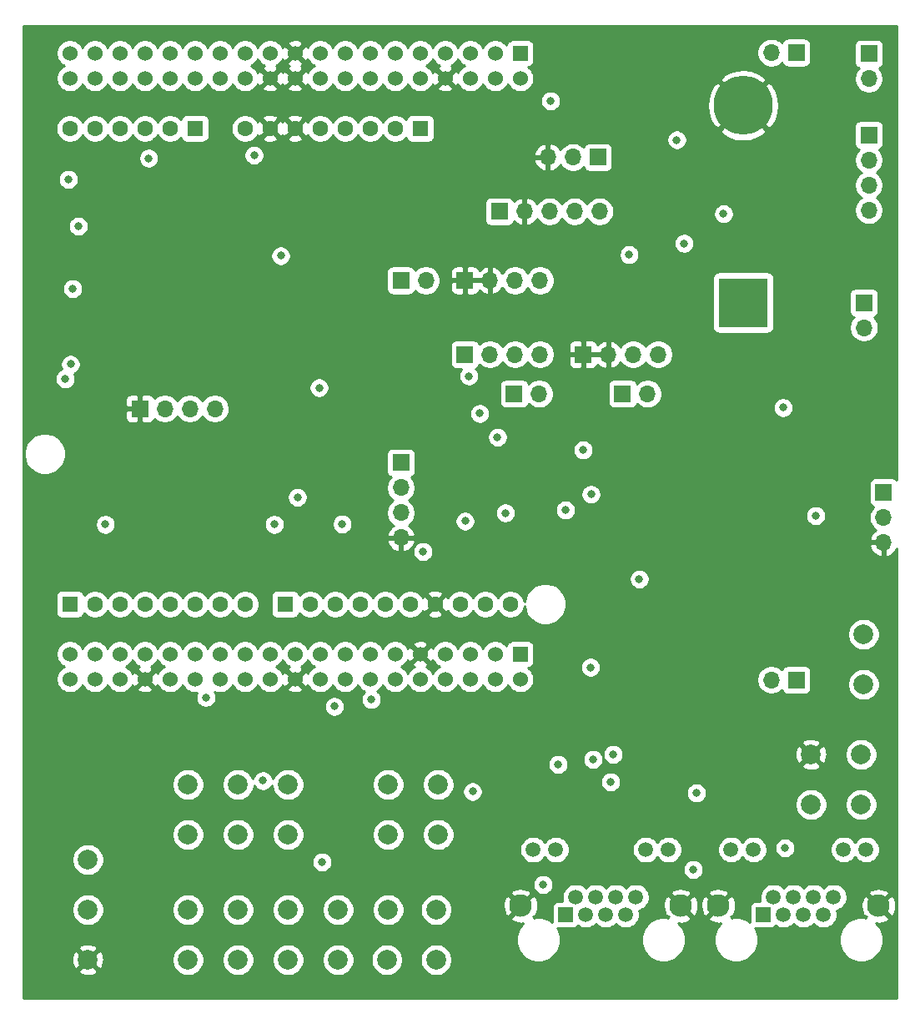
<source format=gbr>
%TF.GenerationSoftware,KiCad,Pcbnew,5.1.7-a382d34a8~88~ubuntu20.04.1*%
%TF.CreationDate,2021-04-08T15:18:28+02:00*%
%TF.ProjectId,Shield_Nucleo,53686965-6c64-45f4-9e75-636c656f2e6b,rev?*%
%TF.SameCoordinates,Original*%
%TF.FileFunction,Copper,L2,Inr*%
%TF.FilePolarity,Positive*%
%FSLAX46Y46*%
G04 Gerber Fmt 4.6, Leading zero omitted, Abs format (unit mm)*
G04 Created by KiCad (PCBNEW 5.1.7-a382d34a8~88~ubuntu20.04.1) date 2021-04-08 15:18:28*
%MOMM*%
%LPD*%
G01*
G04 APERTURE LIST*
%TA.AperFunction,ComponentPad*%
%ADD10C,2.000000*%
%TD*%
%TA.AperFunction,ComponentPad*%
%ADD11C,1.500000*%
%TD*%
%TA.AperFunction,ComponentPad*%
%ADD12C,2.300000*%
%TD*%
%TA.AperFunction,ComponentPad*%
%ADD13R,1.500000X1.500000*%
%TD*%
%TA.AperFunction,ComponentPad*%
%ADD14O,1.700000X1.700000*%
%TD*%
%TA.AperFunction,ComponentPad*%
%ADD15R,1.700000X1.700000*%
%TD*%
%TA.AperFunction,ComponentPad*%
%ADD16R,1.605000X1.605000*%
%TD*%
%TA.AperFunction,ComponentPad*%
%ADD17C,1.605000*%
%TD*%
%TA.AperFunction,ComponentPad*%
%ADD18C,1.530000*%
%TD*%
%TA.AperFunction,ComponentPad*%
%ADD19R,1.530000X1.530000*%
%TD*%
%TA.AperFunction,ComponentPad*%
%ADD20C,6.000000*%
%TD*%
%TA.AperFunction,ComponentPad*%
%ADD21R,5.000000X5.000000*%
%TD*%
%TA.AperFunction,ViaPad*%
%ADD22C,0.800000*%
%TD*%
%TA.AperFunction,Conductor*%
%ADD23C,0.254000*%
%TD*%
%TA.AperFunction,Conductor*%
%ADD24C,0.150000*%
%TD*%
G04 APERTURE END LIST*
D10*
%TO.N,/GND_CAN*%
%TO.C,TP33*%
X124460000Y-88900000D03*
%TD*%
%TO.N,/V_BUS_CAN*%
%TO.C,TP32*%
X124460000Y-93980000D03*
%TD*%
%TO.N,/Temp*%
%TO.C,TP30*%
X81280000Y-109220000D03*
%TD*%
%TO.N,/I_high*%
%TO.C,TP29*%
X76200000Y-109220000D03*
%TD*%
%TO.N,/I2_low*%
%TO.C,TP28*%
X81280000Y-104140000D03*
%TD*%
%TO.N,/I1_low*%
%TO.C,TP27*%
X76200000Y-104140000D03*
%TD*%
%TO.N,/V_high_N*%
%TO.C,TP26*%
X66040000Y-104140000D03*
%TD*%
%TO.N,/V_high_P*%
%TO.C,TP25*%
X66040000Y-109220000D03*
%TD*%
%TO.N,/V2_low_N*%
%TO.C,TP24*%
X60960000Y-104140000D03*
%TD*%
%TO.N,/V2_low_P*%
%TO.C,TP23*%
X60960000Y-109220000D03*
%TD*%
%TO.N,/V1_low_N*%
%TO.C,TP22*%
X55880000Y-104140000D03*
%TD*%
%TO.N,/V1_low_P*%
%TO.C,TP21*%
X55880000Y-109220000D03*
%TD*%
%TO.N,/HRTIM1_CHE2*%
%TO.C,TP20*%
X76200000Y-116840000D03*
%TD*%
%TO.N,/HRTIM1_CHE1*%
%TO.C,TP19*%
X76080000Y-121920000D03*
%TD*%
%TO.N,/HRTIM1_CHF2*%
%TO.C,TP18*%
X81080000Y-116840000D03*
%TD*%
%TO.N,/HRTIM1_CHF1*%
%TO.C,TP17*%
X81080000Y-121920000D03*
%TD*%
%TO.N,/CAN1_STB*%
%TO.C,TP15*%
X119126000Y-106172000D03*
%TD*%
%TO.N,/FDCAN1_RX*%
%TO.C,TP14*%
X124206000Y-101092000D03*
%TD*%
%TO.N,/FDCAN1_TX*%
%TO.C,TP13*%
X124206000Y-106172000D03*
%TD*%
%TO.N,GNDD*%
%TO.C,TP12*%
X45720000Y-121920000D03*
%TD*%
%TO.N,/HRTIM1_CHD2*%
%TO.C,TP11*%
X71120000Y-116840000D03*
%TD*%
%TO.N,/HRTIM1_CHD1*%
%TO.C,TP10*%
X71120000Y-121920000D03*
%TD*%
%TO.N,/HRTIM1_CHC2*%
%TO.C,TP9*%
X66040000Y-116840000D03*
%TD*%
%TO.N,/HRTIM1_CHC1*%
%TO.C,TP8*%
X66040000Y-121920000D03*
%TD*%
%TO.N,/HRTIM1_CHB2*%
%TO.C,TP7*%
X60960000Y-116840000D03*
%TD*%
%TO.N,/HRTIM1_CHB1*%
%TO.C,TP6*%
X60960000Y-121920000D03*
%TD*%
%TO.N,/HRTIM1_CHA2*%
%TO.C,TP5*%
X55880000Y-116840000D03*
%TD*%
%TO.N,/HRTIM1_CHA1*%
%TO.C,TP4*%
X55880000Y-121920000D03*
%TD*%
%TO.N,+BATT*%
%TO.C,TP3*%
X45720000Y-116840000D03*
%TD*%
%TO.N,+3V3*%
%TO.C,TP2*%
X45720000Y-111760000D03*
%TD*%
%TO.N,GNDD*%
%TO.C,TP1*%
X119126000Y-101092000D03*
%TD*%
D11*
%TO.N,+3V3*%
%TO.C,J3*%
X124720000Y-110744000D03*
%TO.N,Net-(J3-Pad11)*%
X122430000Y-110744000D03*
%TO.N,/PWR_CAN2*%
X113290000Y-110744000D03*
%TO.N,Net-(J3-Pad9)*%
X111000000Y-110744000D03*
D12*
%TO.N,GNDD*%
X109730000Y-116454000D03*
X125990000Y-116454000D03*
D11*
%TO.N,Net-(J3-Pad8)*%
X121412000Y-115564000D03*
%TO.N,Net-(J3-Pad6)*%
X119380000Y-115564000D03*
%TO.N,/PWR_CAN2*%
X117348000Y-115564000D03*
%TO.N,/CAN_L*%
X115316000Y-115564000D03*
%TO.N,/GND_CAN*%
X120396000Y-117344000D03*
%TO.N,/PWR_CAN2*%
X118364000Y-117344000D03*
%TO.N,/GND_CAN*%
X116332000Y-117344000D03*
D13*
%TO.N,/CAN_H*%
X114300000Y-117344000D03*
%TD*%
D11*
%TO.N,+3V3*%
%TO.C,J2*%
X104650000Y-110748000D03*
%TO.N,Net-(J2-Pad11)*%
X102360000Y-110748000D03*
%TO.N,/PWR_CAN1*%
X93220000Y-110748000D03*
%TO.N,Net-(J2-Pad9)*%
X90930000Y-110748000D03*
D12*
%TO.N,GNDD*%
X89660000Y-116458000D03*
X105920000Y-116458000D03*
D11*
%TO.N,Net-(J2-Pad8)*%
X101342000Y-115568000D03*
%TO.N,Net-(J2-Pad6)*%
X99310000Y-115568000D03*
%TO.N,/PWR_CAN1*%
X97278000Y-115568000D03*
%TO.N,/CAN_L*%
X95246000Y-115568000D03*
%TO.N,/GND_CAN*%
X100326000Y-117348000D03*
%TO.N,/PWR_CAN1*%
X98294000Y-117348000D03*
%TO.N,/GND_CAN*%
X96262000Y-117348000D03*
D13*
%TO.N,/CAN_H*%
X94230000Y-117348000D03*
%TD*%
D14*
%TO.N,N/C*%
%TO.C,U1*%
X115102000Y-93520000D03*
D15*
X117642000Y-93520000D03*
X117642000Y-29893000D03*
D14*
X115102000Y-29893000D03*
D16*
X79460000Y-37580000D03*
D17*
%TO.N,GNDD*%
X66760000Y-37580000D03*
X64220000Y-37580000D03*
%TO.N,Net-(U1-PadCN7_24)*%
X61680000Y-37580000D03*
D16*
%TO.N,Net-(U1-PadCN10_37)*%
X43900000Y-85840000D03*
D17*
%TO.N,Net-(U1-PadCN10_35)*%
X46440000Y-85840000D03*
%TO.N,/HRTIM1_CHB1*%
X48980000Y-85840000D03*
%TO.N,Net-(U1-PadCN10_31)*%
X51520000Y-85840000D03*
%TO.N,/SPI3_MOSI*%
X54060000Y-85840000D03*
%TO.N,/SPI3_MISO*%
X56600000Y-85840000D03*
%TO.N,/CAN1_STB*%
X59140000Y-85840000D03*
%TO.N,Net-(U1-PadCN7_12)*%
X76920000Y-37580000D03*
%TO.N,Net-(U1-PadCN7_14)*%
X74380000Y-37580000D03*
%TO.N,+3V3*%
X71840000Y-37580000D03*
%TO.N,Net-(U1-PadCN7_18)*%
X69300000Y-37580000D03*
%TO.N,/HRTIM1_CHA1*%
X61680000Y-85840000D03*
D16*
%TO.N,/V1_low_P*%
X56600000Y-37580000D03*
D17*
%TO.N,/V1_low_N*%
X54060000Y-37580000D03*
%TO.N,/SPI3_CS*%
X51520000Y-37580000D03*
%TO.N,/EEPROM_HOLD*%
X48980000Y-37580000D03*
%TO.N,/V2_low_P*%
X75900000Y-85840000D03*
%TO.N,Net-(U1-PadCN10_11)*%
X78440000Y-85840000D03*
%TO.N,GNDD*%
X80980000Y-85840000D03*
%TO.N,Net-(U1-PadCN10_7)*%
X83520000Y-85840000D03*
%TO.N,/FDCAN1_TX*%
X86060000Y-85840000D03*
%TO.N,/FDCAN1_RX*%
X88600000Y-85840000D03*
%TO.N,/I2_low*%
X46440000Y-37580000D03*
%TO.N,/I1_low*%
X43900000Y-37580000D03*
D16*
%TO.N,/HRTIM1_CHA2*%
X65740000Y-85840000D03*
D17*
%TO.N,/HRTIM1_CHF2*%
X68280000Y-85840000D03*
%TO.N,/USART1_TX*%
X70820000Y-85840000D03*
%TO.N,/V2_low_N*%
X73360000Y-85840000D03*
D18*
%TO.N,N/C*%
X43900000Y-93460000D03*
X46440000Y-93460000D03*
%TO.N,Net-(U1-PadCN10_35)*%
X46440000Y-90920000D03*
%TO.N,/SPI3_CS2*%
X48980000Y-93460000D03*
%TO.N,/HRTIM1_CHB1*%
X48980000Y-90920000D03*
%TO.N,GNDD*%
X51520000Y-93460000D03*
%TO.N,Net-(U1-PadCN10_31)*%
X51520000Y-90920000D03*
%TO.N,/HRTIM1_CHC2*%
X54060000Y-93460000D03*
%TO.N,/SPI3_MOSI*%
X54060000Y-90920000D03*
%TO.N,/HRTIM1_CHD1*%
X56600000Y-93460000D03*
%TO.N,/SPI3_MISO*%
X56600000Y-90920000D03*
%TO.N,/HRTIM1_CHD2*%
X59140000Y-93460000D03*
%TO.N,/CAN1_STB*%
X59140000Y-90920000D03*
%TO.N,/Temp*%
X61680000Y-93460000D03*
%TO.N,/HRTIM1_CHA1*%
X61680000Y-90920000D03*
%TO.N,/V_high_N*%
X64220000Y-93460000D03*
%TO.N,/HRTIM1_CHA2*%
X64220000Y-90920000D03*
%TO.N,GNDD*%
X66760000Y-93460000D03*
%TO.N,/HRTIM1_CHF2*%
X66760000Y-90920000D03*
%TO.N,/N_GND*%
X69300000Y-93460000D03*
%TO.N,/USART1_TX*%
X69300000Y-90920000D03*
%TO.N,/HRTIM1_CHC1*%
X71840000Y-93460000D03*
%TO.N,/V2_low_N*%
X71840000Y-90920000D03*
%TO.N,/HRTIM1_CHB2*%
X74380000Y-93460000D03*
%TO.N,/V2_low_P*%
X74380000Y-90920000D03*
%TO.N,/HRTIM1_FLT1*%
X76920000Y-93460000D03*
%TO.N,Net-(U1-PadCN10_11)*%
X76920000Y-90920000D03*
%TO.N,N/C*%
X79460000Y-93460000D03*
%TO.N,GNDD*%
X79460000Y-90920000D03*
%TO.N,Net-(U1-PadCN10_8)*%
X82000000Y-93460000D03*
%TO.N,Net-(U1-PadCN10_7)*%
X82000000Y-90920000D03*
%TO.N,/V_high_P*%
X84540000Y-93460000D03*
%TO.N,/FDCAN1_TX*%
X84540000Y-90920000D03*
%TO.N,/HRTIM1_CHF1*%
X87080000Y-93460000D03*
%TO.N,/FDCAN1_RX*%
X87080000Y-90920000D03*
%TO.N,/HRTIM1_CHE1*%
X89620000Y-93460000D03*
%TO.N,Net-(U1-PadCN10_37)*%
X43900000Y-90920000D03*
D19*
%TO.N,/HRTIM1_CHE2*%
X89620000Y-90920000D03*
D18*
%TO.N,/I1_low*%
X43900000Y-32500000D03*
%TO.N,/I2_low*%
X46440000Y-32500000D03*
%TO.N,/I_high*%
X46440000Y-29960000D03*
%TO.N,/EEPROM_HOLD*%
X48980000Y-32500000D03*
%TO.N,+BATT*%
X48980000Y-29960000D03*
%TO.N,/SPI3_CS*%
X51520000Y-32500000D03*
%TO.N,Net-(U1-PadCN7_31)*%
X51520000Y-29960000D03*
%TO.N,/V1_low_N*%
X54060000Y-32500000D03*
%TO.N,Net-(U1-PadCN7_29)*%
X54060000Y-29960000D03*
%TO.N,/V1_low_P*%
X56600000Y-32500000D03*
%TO.N,Net-(U1-PadCN7_27)*%
X56600000Y-29960000D03*
%TO.N,N/C*%
X59140000Y-32500000D03*
%TO.N,Net-(U1-PadCN7_25)*%
X59140000Y-29960000D03*
%TO.N,Net-(U1-PadCN7_24)*%
X61680000Y-32500000D03*
%TO.N,Net-(U1-PadCN7_23)*%
X61680000Y-29960000D03*
%TO.N,GNDD*%
X64220000Y-32500000D03*
%TO.N,/USART1_RX*%
X64220000Y-29960000D03*
%TO.N,GNDD*%
X66760000Y-32500000D03*
X66760000Y-29960000D03*
%TO.N,Net-(U1-PadCN7_18)*%
X69300000Y-32500000D03*
%TO.N,/HRTIM1_FLT2*%
X69300000Y-29960000D03*
%TO.N,+3V3*%
X71840000Y-32500000D03*
%TO.N,Net-(U1-PadCN7_15)*%
X71840000Y-29960000D03*
%TO.N,Net-(U1-PadCN7_14)*%
X74380000Y-32500000D03*
%TO.N,Net-(U1-PadCN7_13)*%
X74380000Y-29960000D03*
%TO.N,Net-(U1-PadCN7_12)*%
X76920000Y-32500000D03*
%TO.N,N/C*%
X76920000Y-29960000D03*
X79460000Y-32500000D03*
X79460000Y-29960000D03*
%TO.N,GNDD*%
X82000000Y-32500000D03*
%TO.N,Net-(U1-PadCN7_7)*%
X82000000Y-29960000D03*
%TO.N,/E5V*%
X84540000Y-32500000D03*
%TO.N,Net-(U1-PadCN7_5)*%
X84540000Y-29960000D03*
%TO.N,Net-(U1-PadCN7_4)*%
X87080000Y-32500000D03*
%TO.N,/HRTIM_EEV2*%
X87080000Y-29960000D03*
%TO.N,/HRTIM_EEV1*%
X89620000Y-32500000D03*
%TO.N,/EEPROM_WP*%
X43900000Y-29960000D03*
D19*
%TO.N,/SPI3_SCK*%
X89620000Y-29960000D03*
%TD*%
D14*
%TO.N,/SPI3_CS2*%
%TO.C,J5*%
X125000000Y-45870000D03*
%TO.N,/SPI3_SCK*%
X125000000Y-43330000D03*
%TO.N,/SPI3_MOSI*%
X125000000Y-40790000D03*
D15*
%TO.N,/SPI3_MISO*%
X125000000Y-38250000D03*
%TD*%
D14*
%TO.N,/USART1_RX*%
%TO.C,J4*%
X125000000Y-32540000D03*
D15*
%TO.N,/USART1_TX*%
X125000000Y-30000000D03*
%TD*%
D14*
%TO.N,+BATT*%
%TO.C,JP2*%
X124500000Y-57790000D03*
D15*
%TO.N,Net-(BT1-Pad1)*%
X124500000Y-55250000D03*
%TD*%
D20*
%TO.N,GNDD*%
%TO.C,BT1*%
X112250000Y-35250000D03*
D21*
%TO.N,Net-(BT1-Pad1)*%
X112250000Y-55250000D03*
%TD*%
D15*
%TO.N,N/C*%
%TO.C,J1*%
X126500000Y-74500000D03*
D14*
%TO.N,GNDD*%
X77500000Y-79120000D03*
D15*
%TO.N,N/C*%
X77500000Y-71500000D03*
D14*
%TO.N,/I_high_raw*%
X94960000Y-40500000D03*
%TO.N,GNDD*%
X126500000Y-79580000D03*
%TO.N,/I2_low_raw*%
X126500000Y-77040000D03*
%TO.N,Net-(J1-Pad12)*%
X77500000Y-76580000D03*
%TO.N,/I1_low_raw*%
X77500000Y-74040000D03*
%TO.N,GNDD*%
X92420000Y-40500000D03*
D15*
%TO.N,N/C*%
X97500000Y-40500000D03*
D14*
%TO.N,/HRTIM1_CHB2*%
X92580000Y-46000000D03*
D15*
%TO.N,GNDD*%
X51000000Y-66000000D03*
D14*
%TO.N,/E5V*%
X58620000Y-66000000D03*
%TO.N,/HRTIM1_CHA1*%
X56080000Y-66000000D03*
%TO.N,/HRTIM1_CHA2*%
X53540000Y-66000000D03*
%TO.N,/HRTIM1_CHB1*%
X95120000Y-46000000D03*
D15*
%TO.N,/E5V*%
X87500000Y-46000000D03*
D14*
%TO.N,/N_GND*%
X97660000Y-46000000D03*
%TO.N,GNDD*%
X90040000Y-46000000D03*
%TO.N,/V1_low_raw_N*%
X91540000Y-64500000D03*
D15*
%TO.N,/V1_low_raw_P*%
X89000000Y-64500000D03*
D14*
%TO.N,/V2_low_raw_N*%
X102540000Y-64500000D03*
D15*
%TO.N,/V2_low_raw_P*%
X100000000Y-64500000D03*
%TO.N,/V_high_raw_N*%
X77500000Y-53000000D03*
D14*
%TO.N,/V_high_raw_P*%
X80040000Y-53000000D03*
%TO.N,N/C*%
X86540000Y-60500000D03*
D15*
X84000000Y-60500000D03*
D14*
X89080000Y-60500000D03*
X91620000Y-60500000D03*
X89080000Y-53000000D03*
%TO.N,GNDD*%
X86540000Y-53000000D03*
%TO.N,N/C*%
X91620000Y-53000000D03*
D15*
%TO.N,GNDD*%
X84000000Y-53000000D03*
D14*
%TO.N,/E5V*%
X101080000Y-60500000D03*
X103620000Y-60500000D03*
D15*
%TO.N,GNDD*%
X96000000Y-60500000D03*
D14*
X98540000Y-60500000D03*
%TD*%
D22*
%TO.N,GNDD*%
X57700000Y-39200000D03*
X93800000Y-71000000D03*
X93800000Y-73000000D03*
X58674000Y-49022000D03*
X46264990Y-53848000D03*
X115750000Y-87750000D03*
X97000000Y-105000000D03*
X65024000Y-49022000D03*
X79502000Y-46736000D03*
X81788000Y-44196000D03*
X69750000Y-98750000D03*
X70750000Y-98750000D03*
X71750000Y-98750000D03*
X69750000Y-103250000D03*
X70750000Y-103250000D03*
X71750000Y-103250000D03*
X113792000Y-45212000D03*
X118110000Y-45212000D03*
X106250000Y-51000000D03*
X109500000Y-51000000D03*
X109250000Y-85000000D03*
X112750000Y-88000000D03*
X48514000Y-53340000D03*
X48514000Y-50800000D03*
X46250000Y-54750000D03*
X42500000Y-54750000D03*
X42500000Y-53750000D03*
X115750000Y-87000000D03*
X47750000Y-43000000D03*
X113750000Y-40000000D03*
X108750000Y-40000000D03*
X110750000Y-42500000D03*
X115250000Y-42250000D03*
X83312000Y-39250000D03*
X85598000Y-37084000D03*
X86868000Y-39370000D03*
X85090000Y-41148000D03*
X69088000Y-49022000D03*
X66802000Y-46482000D03*
X91750000Y-100750000D03*
X90000000Y-100750000D03*
X88750000Y-105250000D03*
X91500000Y-105250000D03*
X46250000Y-97500000D03*
X42750000Y-100500000D03*
X122250000Y-81000000D03*
X125000000Y-83000000D03*
X97250000Y-52500000D03*
X99000000Y-50250000D03*
X97500000Y-54500000D03*
X100250000Y-52750000D03*
X71120000Y-46482000D03*
X102359000Y-103635000D03*
X64770000Y-46482000D03*
X60960000Y-46482000D03*
X62230000Y-49022000D03*
X98044000Y-29210000D03*
X101600000Y-29210000D03*
X59300000Y-43900000D03*
X52600000Y-38900000D03*
X97200000Y-72800000D03*
X86700000Y-73500000D03*
X117700000Y-69200000D03*
X118100000Y-72300000D03*
X112000000Y-72600000D03*
X69300000Y-72000000D03*
X64900000Y-72000000D03*
X70400000Y-67150000D03*
X61700000Y-50900000D03*
X66300000Y-52300000D03*
X57200000Y-58100000D03*
X60300000Y-61100000D03*
X60100000Y-63400000D03*
X57100000Y-60700000D03*
X98900000Y-80500000D03*
X96300000Y-80500006D03*
X93800000Y-80500000D03*
%TO.N,/HRTIM1_CHB2*%
X74500004Y-95524990D03*
%TO.N,/E5V*%
X65300000Y-50500000D03*
X69200000Y-63900000D03*
X96800000Y-74700000D03*
X88100000Y-76600000D03*
X116300000Y-65900000D03*
X51901669Y-40610889D03*
X94200000Y-76300000D03*
%TO.N,/HRTIM1_CHA2*%
X57711046Y-95314273D03*
%TO.N,/N_GND*%
X96750000Y-92250000D03*
%TO.N,/V1_low_N*%
X43974350Y-61500330D03*
X84400000Y-62700000D03*
%TO.N,/V1_low_P*%
X43433986Y-62992000D03*
X85500000Y-66500000D03*
%TO.N,/V2_low_N*%
X70750000Y-96225010D03*
%TO.N,/V_high_P*%
X84774990Y-104850010D03*
%TO.N,/CAN1_STB*%
X79756000Y-80518016D03*
X107500000Y-105000000D03*
X101700000Y-83300000D03*
%TO.N,/FDCAN1_RX*%
X99060000Y-101092000D03*
%TO.N,/USART1_TX*%
X105500000Y-38750000D03*
X100669423Y-50394104D03*
%TO.N,/Temp*%
X84016000Y-77412000D03*
X63500000Y-103750000D03*
%TO.N,/HRTIM1_CHC1*%
X69500000Y-112000000D03*
%TO.N,/FDCAN1_TX*%
X98806000Y-103886000D03*
%TO.N,/EEPROM_HOLD*%
X44750000Y-47500000D03*
%TO.N,/I1_low*%
X71545010Y-77724000D03*
X47500000Y-77750000D03*
X64650000Y-77750000D03*
%TO.N,/I2_low*%
X119610420Y-76873000D03*
%TO.N,/I_high*%
X92710000Y-34798000D03*
%TO.N,+3V3*%
X44196000Y-53848000D03*
X93472000Y-102108022D03*
X97000000Y-101600000D03*
%TO.N,/GND_CAN*%
X91948000Y-114300000D03*
X107188000Y-112776000D03*
%TO.N,/PWR_CAN2*%
X116500000Y-110576000D03*
%TO.N,/SPI3_CS*%
X43750000Y-42750000D03*
%TO.N,/SPI3_CS2*%
X110250000Y-46250000D03*
X106250020Y-49250000D03*
%TO.N,/I_high_raw*%
X62600000Y-40300000D03*
%TO.N,/I1_low_raw*%
X67000010Y-75000000D03*
%TO.N,/Vref*%
X96000000Y-70200000D03*
X87300000Y-68900000D03*
%TD*%
D23*
%TO.N,GNDD*%
X127840001Y-73246112D02*
X127801185Y-73198815D01*
X127704494Y-73119463D01*
X127594180Y-73060498D01*
X127474482Y-73024188D01*
X127350000Y-73011928D01*
X125650000Y-73011928D01*
X125525518Y-73024188D01*
X125405820Y-73060498D01*
X125295506Y-73119463D01*
X125198815Y-73198815D01*
X125119463Y-73295506D01*
X125060498Y-73405820D01*
X125024188Y-73525518D01*
X125011928Y-73650000D01*
X125011928Y-75350000D01*
X125024188Y-75474482D01*
X125060498Y-75594180D01*
X125119463Y-75704494D01*
X125198815Y-75801185D01*
X125295506Y-75880537D01*
X125405820Y-75939502D01*
X125478380Y-75961513D01*
X125346525Y-76093368D01*
X125184010Y-76336589D01*
X125072068Y-76606842D01*
X125015000Y-76893740D01*
X125015000Y-77186260D01*
X125072068Y-77473158D01*
X125184010Y-77743411D01*
X125346525Y-77986632D01*
X125553368Y-78193475D01*
X125735534Y-78315195D01*
X125618645Y-78384822D01*
X125402412Y-78579731D01*
X125228359Y-78813080D01*
X125103175Y-79075901D01*
X125058524Y-79223110D01*
X125179845Y-79453000D01*
X126373000Y-79453000D01*
X126373000Y-79433000D01*
X126627000Y-79433000D01*
X126627000Y-79453000D01*
X126647000Y-79453000D01*
X126647000Y-79707000D01*
X126627000Y-79707000D01*
X126627000Y-80900814D01*
X126856891Y-81021481D01*
X127131252Y-80924157D01*
X127381355Y-80775178D01*
X127597588Y-80580269D01*
X127771641Y-80346920D01*
X127840000Y-80203401D01*
X127840000Y-125840000D01*
X39160000Y-125840000D01*
X39160000Y-123055413D01*
X44764192Y-123055413D01*
X44859956Y-123319814D01*
X45149571Y-123460704D01*
X45461108Y-123542384D01*
X45782595Y-123561718D01*
X46101675Y-123517961D01*
X46406088Y-123412795D01*
X46580044Y-123319814D01*
X46675808Y-123055413D01*
X45720000Y-122099605D01*
X44764192Y-123055413D01*
X39160000Y-123055413D01*
X39160000Y-121982595D01*
X44078282Y-121982595D01*
X44122039Y-122301675D01*
X44227205Y-122606088D01*
X44320186Y-122780044D01*
X44584587Y-122875808D01*
X45540395Y-121920000D01*
X45899605Y-121920000D01*
X46855413Y-122875808D01*
X47119814Y-122780044D01*
X47260704Y-122490429D01*
X47342384Y-122178892D01*
X47361718Y-121857405D01*
X47348219Y-121758967D01*
X54245000Y-121758967D01*
X54245000Y-122081033D01*
X54307832Y-122396912D01*
X54431082Y-122694463D01*
X54610013Y-122962252D01*
X54837748Y-123189987D01*
X55105537Y-123368918D01*
X55403088Y-123492168D01*
X55718967Y-123555000D01*
X56041033Y-123555000D01*
X56356912Y-123492168D01*
X56654463Y-123368918D01*
X56922252Y-123189987D01*
X57149987Y-122962252D01*
X57328918Y-122694463D01*
X57452168Y-122396912D01*
X57515000Y-122081033D01*
X57515000Y-121758967D01*
X59325000Y-121758967D01*
X59325000Y-122081033D01*
X59387832Y-122396912D01*
X59511082Y-122694463D01*
X59690013Y-122962252D01*
X59917748Y-123189987D01*
X60185537Y-123368918D01*
X60483088Y-123492168D01*
X60798967Y-123555000D01*
X61121033Y-123555000D01*
X61436912Y-123492168D01*
X61734463Y-123368918D01*
X62002252Y-123189987D01*
X62229987Y-122962252D01*
X62408918Y-122694463D01*
X62532168Y-122396912D01*
X62595000Y-122081033D01*
X62595000Y-121758967D01*
X64405000Y-121758967D01*
X64405000Y-122081033D01*
X64467832Y-122396912D01*
X64591082Y-122694463D01*
X64770013Y-122962252D01*
X64997748Y-123189987D01*
X65265537Y-123368918D01*
X65563088Y-123492168D01*
X65878967Y-123555000D01*
X66201033Y-123555000D01*
X66516912Y-123492168D01*
X66814463Y-123368918D01*
X67082252Y-123189987D01*
X67309987Y-122962252D01*
X67488918Y-122694463D01*
X67612168Y-122396912D01*
X67675000Y-122081033D01*
X67675000Y-121758967D01*
X69485000Y-121758967D01*
X69485000Y-122081033D01*
X69547832Y-122396912D01*
X69671082Y-122694463D01*
X69850013Y-122962252D01*
X70077748Y-123189987D01*
X70345537Y-123368918D01*
X70643088Y-123492168D01*
X70958967Y-123555000D01*
X71281033Y-123555000D01*
X71596912Y-123492168D01*
X71894463Y-123368918D01*
X72162252Y-123189987D01*
X72389987Y-122962252D01*
X72568918Y-122694463D01*
X72692168Y-122396912D01*
X72755000Y-122081033D01*
X72755000Y-121758967D01*
X74445000Y-121758967D01*
X74445000Y-122081033D01*
X74507832Y-122396912D01*
X74631082Y-122694463D01*
X74810013Y-122962252D01*
X75037748Y-123189987D01*
X75305537Y-123368918D01*
X75603088Y-123492168D01*
X75918967Y-123555000D01*
X76241033Y-123555000D01*
X76556912Y-123492168D01*
X76854463Y-123368918D01*
X77122252Y-123189987D01*
X77349987Y-122962252D01*
X77528918Y-122694463D01*
X77652168Y-122396912D01*
X77715000Y-122081033D01*
X77715000Y-121758967D01*
X79445000Y-121758967D01*
X79445000Y-122081033D01*
X79507832Y-122396912D01*
X79631082Y-122694463D01*
X79810013Y-122962252D01*
X80037748Y-123189987D01*
X80305537Y-123368918D01*
X80603088Y-123492168D01*
X80918967Y-123555000D01*
X81241033Y-123555000D01*
X81556912Y-123492168D01*
X81854463Y-123368918D01*
X82122252Y-123189987D01*
X82349987Y-122962252D01*
X82528918Y-122694463D01*
X82652168Y-122396912D01*
X82715000Y-122081033D01*
X82715000Y-121758967D01*
X82652168Y-121443088D01*
X82528918Y-121145537D01*
X82349987Y-120877748D01*
X82122252Y-120650013D01*
X81854463Y-120471082D01*
X81556912Y-120347832D01*
X81241033Y-120285000D01*
X80918967Y-120285000D01*
X80603088Y-120347832D01*
X80305537Y-120471082D01*
X80037748Y-120650013D01*
X79810013Y-120877748D01*
X79631082Y-121145537D01*
X79507832Y-121443088D01*
X79445000Y-121758967D01*
X77715000Y-121758967D01*
X77652168Y-121443088D01*
X77528918Y-121145537D01*
X77349987Y-120877748D01*
X77122252Y-120650013D01*
X76854463Y-120471082D01*
X76556912Y-120347832D01*
X76241033Y-120285000D01*
X75918967Y-120285000D01*
X75603088Y-120347832D01*
X75305537Y-120471082D01*
X75037748Y-120650013D01*
X74810013Y-120877748D01*
X74631082Y-121145537D01*
X74507832Y-121443088D01*
X74445000Y-121758967D01*
X72755000Y-121758967D01*
X72692168Y-121443088D01*
X72568918Y-121145537D01*
X72389987Y-120877748D01*
X72162252Y-120650013D01*
X71894463Y-120471082D01*
X71596912Y-120347832D01*
X71281033Y-120285000D01*
X70958967Y-120285000D01*
X70643088Y-120347832D01*
X70345537Y-120471082D01*
X70077748Y-120650013D01*
X69850013Y-120877748D01*
X69671082Y-121145537D01*
X69547832Y-121443088D01*
X69485000Y-121758967D01*
X67675000Y-121758967D01*
X67612168Y-121443088D01*
X67488918Y-121145537D01*
X67309987Y-120877748D01*
X67082252Y-120650013D01*
X66814463Y-120471082D01*
X66516912Y-120347832D01*
X66201033Y-120285000D01*
X65878967Y-120285000D01*
X65563088Y-120347832D01*
X65265537Y-120471082D01*
X64997748Y-120650013D01*
X64770013Y-120877748D01*
X64591082Y-121145537D01*
X64467832Y-121443088D01*
X64405000Y-121758967D01*
X62595000Y-121758967D01*
X62532168Y-121443088D01*
X62408918Y-121145537D01*
X62229987Y-120877748D01*
X62002252Y-120650013D01*
X61734463Y-120471082D01*
X61436912Y-120347832D01*
X61121033Y-120285000D01*
X60798967Y-120285000D01*
X60483088Y-120347832D01*
X60185537Y-120471082D01*
X59917748Y-120650013D01*
X59690013Y-120877748D01*
X59511082Y-121145537D01*
X59387832Y-121443088D01*
X59325000Y-121758967D01*
X57515000Y-121758967D01*
X57452168Y-121443088D01*
X57328918Y-121145537D01*
X57149987Y-120877748D01*
X56922252Y-120650013D01*
X56654463Y-120471082D01*
X56356912Y-120347832D01*
X56041033Y-120285000D01*
X55718967Y-120285000D01*
X55403088Y-120347832D01*
X55105537Y-120471082D01*
X54837748Y-120650013D01*
X54610013Y-120877748D01*
X54431082Y-121145537D01*
X54307832Y-121443088D01*
X54245000Y-121758967D01*
X47348219Y-121758967D01*
X47317961Y-121538325D01*
X47212795Y-121233912D01*
X47119814Y-121059956D01*
X46855413Y-120964192D01*
X45899605Y-121920000D01*
X45540395Y-121920000D01*
X44584587Y-120964192D01*
X44320186Y-121059956D01*
X44179296Y-121349571D01*
X44097616Y-121661108D01*
X44078282Y-121982595D01*
X39160000Y-121982595D01*
X39160000Y-120784587D01*
X44764192Y-120784587D01*
X45720000Y-121740395D01*
X46675808Y-120784587D01*
X46580044Y-120520186D01*
X46290429Y-120379296D01*
X45978892Y-120297616D01*
X45657405Y-120278282D01*
X45338325Y-120322039D01*
X45033912Y-120427205D01*
X44859956Y-120520186D01*
X44764192Y-120784587D01*
X39160000Y-120784587D01*
X39160000Y-116678967D01*
X44085000Y-116678967D01*
X44085000Y-117001033D01*
X44147832Y-117316912D01*
X44271082Y-117614463D01*
X44450013Y-117882252D01*
X44677748Y-118109987D01*
X44945537Y-118288918D01*
X45243088Y-118412168D01*
X45558967Y-118475000D01*
X45881033Y-118475000D01*
X46196912Y-118412168D01*
X46494463Y-118288918D01*
X46762252Y-118109987D01*
X46989987Y-117882252D01*
X47168918Y-117614463D01*
X47292168Y-117316912D01*
X47355000Y-117001033D01*
X47355000Y-116678967D01*
X54245000Y-116678967D01*
X54245000Y-117001033D01*
X54307832Y-117316912D01*
X54431082Y-117614463D01*
X54610013Y-117882252D01*
X54837748Y-118109987D01*
X55105537Y-118288918D01*
X55403088Y-118412168D01*
X55718967Y-118475000D01*
X56041033Y-118475000D01*
X56356912Y-118412168D01*
X56654463Y-118288918D01*
X56922252Y-118109987D01*
X57149987Y-117882252D01*
X57328918Y-117614463D01*
X57452168Y-117316912D01*
X57515000Y-117001033D01*
X57515000Y-116678967D01*
X59325000Y-116678967D01*
X59325000Y-117001033D01*
X59387832Y-117316912D01*
X59511082Y-117614463D01*
X59690013Y-117882252D01*
X59917748Y-118109987D01*
X60185537Y-118288918D01*
X60483088Y-118412168D01*
X60798967Y-118475000D01*
X61121033Y-118475000D01*
X61436912Y-118412168D01*
X61734463Y-118288918D01*
X62002252Y-118109987D01*
X62229987Y-117882252D01*
X62408918Y-117614463D01*
X62532168Y-117316912D01*
X62595000Y-117001033D01*
X62595000Y-116678967D01*
X64405000Y-116678967D01*
X64405000Y-117001033D01*
X64467832Y-117316912D01*
X64591082Y-117614463D01*
X64770013Y-117882252D01*
X64997748Y-118109987D01*
X65265537Y-118288918D01*
X65563088Y-118412168D01*
X65878967Y-118475000D01*
X66201033Y-118475000D01*
X66516912Y-118412168D01*
X66814463Y-118288918D01*
X67082252Y-118109987D01*
X67309987Y-117882252D01*
X67488918Y-117614463D01*
X67612168Y-117316912D01*
X67675000Y-117001033D01*
X67675000Y-116678967D01*
X69485000Y-116678967D01*
X69485000Y-117001033D01*
X69547832Y-117316912D01*
X69671082Y-117614463D01*
X69850013Y-117882252D01*
X70077748Y-118109987D01*
X70345537Y-118288918D01*
X70643088Y-118412168D01*
X70958967Y-118475000D01*
X71281033Y-118475000D01*
X71596912Y-118412168D01*
X71894463Y-118288918D01*
X72162252Y-118109987D01*
X72389987Y-117882252D01*
X72568918Y-117614463D01*
X72692168Y-117316912D01*
X72755000Y-117001033D01*
X72755000Y-116678967D01*
X74565000Y-116678967D01*
X74565000Y-117001033D01*
X74627832Y-117316912D01*
X74751082Y-117614463D01*
X74930013Y-117882252D01*
X75157748Y-118109987D01*
X75425537Y-118288918D01*
X75723088Y-118412168D01*
X76038967Y-118475000D01*
X76361033Y-118475000D01*
X76676912Y-118412168D01*
X76974463Y-118288918D01*
X77242252Y-118109987D01*
X77469987Y-117882252D01*
X77648918Y-117614463D01*
X77772168Y-117316912D01*
X77835000Y-117001033D01*
X77835000Y-116678967D01*
X79445000Y-116678967D01*
X79445000Y-117001033D01*
X79507832Y-117316912D01*
X79631082Y-117614463D01*
X79810013Y-117882252D01*
X80037748Y-118109987D01*
X80305537Y-118288918D01*
X80603088Y-118412168D01*
X80918967Y-118475000D01*
X81241033Y-118475000D01*
X81556912Y-118412168D01*
X81854463Y-118288918D01*
X82122252Y-118109987D01*
X82349987Y-117882252D01*
X82471530Y-117700349D01*
X88597256Y-117700349D01*
X88711118Y-117980090D01*
X89026296Y-118135961D01*
X89365826Y-118227349D01*
X89716661Y-118250741D01*
X89905823Y-118226055D01*
X89684544Y-118447334D01*
X89437214Y-118817489D01*
X89266851Y-119228782D01*
X89180000Y-119665409D01*
X89180000Y-120110591D01*
X89266851Y-120547218D01*
X89437214Y-120958511D01*
X89684544Y-121328666D01*
X89999334Y-121643456D01*
X90369489Y-121890786D01*
X90780782Y-122061149D01*
X91217409Y-122148000D01*
X91662591Y-122148000D01*
X92099218Y-122061149D01*
X92510511Y-121890786D01*
X92880666Y-121643456D01*
X93195456Y-121328666D01*
X93442786Y-120958511D01*
X93613149Y-120547218D01*
X93700000Y-120110591D01*
X93700000Y-119665409D01*
X101880000Y-119665409D01*
X101880000Y-120110591D01*
X101966851Y-120547218D01*
X102137214Y-120958511D01*
X102384544Y-121328666D01*
X102699334Y-121643456D01*
X103069489Y-121890786D01*
X103480782Y-122061149D01*
X103917409Y-122148000D01*
X104362591Y-122148000D01*
X104799218Y-122061149D01*
X105210511Y-121890786D01*
X105580666Y-121643456D01*
X105895456Y-121328666D01*
X106142786Y-120958511D01*
X106313149Y-120547218D01*
X106400000Y-120110591D01*
X106400000Y-119665409D01*
X106313149Y-119228782D01*
X106142786Y-118817489D01*
X105895456Y-118447334D01*
X105679018Y-118230896D01*
X105976661Y-118250741D01*
X106325319Y-118205240D01*
X106658400Y-118092594D01*
X106868882Y-117980090D01*
X106982744Y-117700349D01*
X106978744Y-117696349D01*
X108667256Y-117696349D01*
X108781118Y-117976090D01*
X109096296Y-118131961D01*
X109435826Y-118223349D01*
X109786661Y-118246741D01*
X109975823Y-118222055D01*
X109754544Y-118443334D01*
X109507214Y-118813489D01*
X109336851Y-119224782D01*
X109250000Y-119661409D01*
X109250000Y-120106591D01*
X109336851Y-120543218D01*
X109507214Y-120954511D01*
X109754544Y-121324666D01*
X110069334Y-121639456D01*
X110439489Y-121886786D01*
X110850782Y-122057149D01*
X111287409Y-122144000D01*
X111732591Y-122144000D01*
X112169218Y-122057149D01*
X112580511Y-121886786D01*
X112950666Y-121639456D01*
X113265456Y-121324666D01*
X113512786Y-120954511D01*
X113683149Y-120543218D01*
X113770000Y-120106591D01*
X113770000Y-119661409D01*
X121950000Y-119661409D01*
X121950000Y-120106591D01*
X122036851Y-120543218D01*
X122207214Y-120954511D01*
X122454544Y-121324666D01*
X122769334Y-121639456D01*
X123139489Y-121886786D01*
X123550782Y-122057149D01*
X123987409Y-122144000D01*
X124432591Y-122144000D01*
X124869218Y-122057149D01*
X125280511Y-121886786D01*
X125650666Y-121639456D01*
X125965456Y-121324666D01*
X126212786Y-120954511D01*
X126383149Y-120543218D01*
X126470000Y-120106591D01*
X126470000Y-119661409D01*
X126383149Y-119224782D01*
X126212786Y-118813489D01*
X125965456Y-118443334D01*
X125749018Y-118226896D01*
X126046661Y-118246741D01*
X126395319Y-118201240D01*
X126728400Y-118088594D01*
X126938882Y-117976090D01*
X127052744Y-117696349D01*
X125990000Y-116633605D01*
X125975858Y-116647748D01*
X125796253Y-116468143D01*
X125810395Y-116454000D01*
X126169605Y-116454000D01*
X127232349Y-117516744D01*
X127512090Y-117402882D01*
X127667961Y-117087704D01*
X127759349Y-116748174D01*
X127782741Y-116397339D01*
X127737240Y-116048681D01*
X127624594Y-115715600D01*
X127512090Y-115505118D01*
X127232349Y-115391256D01*
X126169605Y-116454000D01*
X125810395Y-116454000D01*
X124747651Y-115391256D01*
X124467910Y-115505118D01*
X124312039Y-115820296D01*
X124220651Y-116159826D01*
X124197259Y-116510661D01*
X124242760Y-116859319D01*
X124355406Y-117192400D01*
X124467910Y-117402882D01*
X124747649Y-117516743D01*
X124632338Y-117632054D01*
X124671882Y-117671598D01*
X124432591Y-117624000D01*
X123987409Y-117624000D01*
X123550782Y-117710851D01*
X123139489Y-117881214D01*
X122769334Y-118128544D01*
X122454544Y-118443334D01*
X122207214Y-118813489D01*
X122036851Y-119224782D01*
X121950000Y-119661409D01*
X113770000Y-119661409D01*
X113683149Y-119224782D01*
X113512786Y-118813489D01*
X113451931Y-118722413D01*
X113550000Y-118732072D01*
X115050000Y-118732072D01*
X115174482Y-118719812D01*
X115294180Y-118683502D01*
X115404494Y-118624537D01*
X115501185Y-118545185D01*
X115549202Y-118486676D01*
X115675957Y-118571371D01*
X115928011Y-118675775D01*
X116195589Y-118729000D01*
X116468411Y-118729000D01*
X116735989Y-118675775D01*
X116988043Y-118571371D01*
X117214886Y-118419799D01*
X117348000Y-118286685D01*
X117481114Y-118419799D01*
X117707957Y-118571371D01*
X117960011Y-118675775D01*
X118227589Y-118729000D01*
X118500411Y-118729000D01*
X118767989Y-118675775D01*
X119020043Y-118571371D01*
X119246886Y-118419799D01*
X119380000Y-118286685D01*
X119513114Y-118419799D01*
X119739957Y-118571371D01*
X119992011Y-118675775D01*
X120259589Y-118729000D01*
X120532411Y-118729000D01*
X120799989Y-118675775D01*
X121052043Y-118571371D01*
X121278886Y-118419799D01*
X121471799Y-118226886D01*
X121623371Y-118000043D01*
X121727775Y-117747989D01*
X121781000Y-117480411D01*
X121781000Y-117207589D01*
X121727775Y-116940011D01*
X121717562Y-116915354D01*
X121815989Y-116895775D01*
X122068043Y-116791371D01*
X122294886Y-116639799D01*
X122487799Y-116446886D01*
X122639371Y-116220043D01*
X122743775Y-115967989D01*
X122797000Y-115700411D01*
X122797000Y-115427589D01*
X122754047Y-115211651D01*
X124927256Y-115211651D01*
X125990000Y-116274395D01*
X127052744Y-115211651D01*
X126938882Y-114931910D01*
X126623704Y-114776039D01*
X126284174Y-114684651D01*
X125933339Y-114661259D01*
X125584681Y-114706760D01*
X125251600Y-114819406D01*
X125041118Y-114931910D01*
X124927256Y-115211651D01*
X122754047Y-115211651D01*
X122743775Y-115160011D01*
X122639371Y-114907957D01*
X122487799Y-114681114D01*
X122294886Y-114488201D01*
X122068043Y-114336629D01*
X121815989Y-114232225D01*
X121548411Y-114179000D01*
X121275589Y-114179000D01*
X121008011Y-114232225D01*
X120755957Y-114336629D01*
X120529114Y-114488201D01*
X120396000Y-114621315D01*
X120262886Y-114488201D01*
X120036043Y-114336629D01*
X119783989Y-114232225D01*
X119516411Y-114179000D01*
X119243589Y-114179000D01*
X118976011Y-114232225D01*
X118723957Y-114336629D01*
X118497114Y-114488201D01*
X118364000Y-114621315D01*
X118230886Y-114488201D01*
X118004043Y-114336629D01*
X117751989Y-114232225D01*
X117484411Y-114179000D01*
X117211589Y-114179000D01*
X116944011Y-114232225D01*
X116691957Y-114336629D01*
X116465114Y-114488201D01*
X116332000Y-114621315D01*
X116198886Y-114488201D01*
X115972043Y-114336629D01*
X115719989Y-114232225D01*
X115452411Y-114179000D01*
X115179589Y-114179000D01*
X114912011Y-114232225D01*
X114659957Y-114336629D01*
X114433114Y-114488201D01*
X114240201Y-114681114D01*
X114088629Y-114907957D01*
X113984225Y-115160011D01*
X113931000Y-115427589D01*
X113931000Y-115700411D01*
X113981826Y-115955928D01*
X113550000Y-115955928D01*
X113425518Y-115968188D01*
X113305820Y-116004498D01*
X113195506Y-116063463D01*
X113098815Y-116142815D01*
X113019463Y-116239506D01*
X112960498Y-116349820D01*
X112924188Y-116469518D01*
X112911928Y-116594000D01*
X112911928Y-118094000D01*
X112912841Y-118103270D01*
X112580511Y-117881214D01*
X112169218Y-117710851D01*
X111732591Y-117624000D01*
X111287409Y-117624000D01*
X111048118Y-117671598D01*
X111087662Y-117632054D01*
X110972351Y-117516743D01*
X111252090Y-117402882D01*
X111407961Y-117087704D01*
X111499349Y-116748174D01*
X111522741Y-116397339D01*
X111477240Y-116048681D01*
X111364594Y-115715600D01*
X111252090Y-115505118D01*
X110972349Y-115391256D01*
X109909605Y-116454000D01*
X109923748Y-116468143D01*
X109744143Y-116647748D01*
X109730000Y-116633605D01*
X108667256Y-117696349D01*
X106978744Y-117696349D01*
X105920000Y-116637605D01*
X105905858Y-116651748D01*
X105726253Y-116472143D01*
X105740395Y-116458000D01*
X106099605Y-116458000D01*
X107162349Y-117520744D01*
X107442090Y-117406882D01*
X107597961Y-117091704D01*
X107689349Y-116752174D01*
X107705451Y-116510661D01*
X107937259Y-116510661D01*
X107982760Y-116859319D01*
X108095406Y-117192400D01*
X108207910Y-117402882D01*
X108487651Y-117516744D01*
X109550395Y-116454000D01*
X108487651Y-115391256D01*
X108207910Y-115505118D01*
X108052039Y-115820296D01*
X107960651Y-116159826D01*
X107937259Y-116510661D01*
X107705451Y-116510661D01*
X107712741Y-116401339D01*
X107667240Y-116052681D01*
X107554594Y-115719600D01*
X107442090Y-115509118D01*
X107162349Y-115395256D01*
X106099605Y-116458000D01*
X105740395Y-116458000D01*
X104677651Y-115395256D01*
X104397910Y-115509118D01*
X104242039Y-115824296D01*
X104150651Y-116163826D01*
X104127259Y-116514661D01*
X104172760Y-116863319D01*
X104285406Y-117196400D01*
X104397910Y-117406882D01*
X104677649Y-117520743D01*
X104562338Y-117636054D01*
X104601882Y-117675598D01*
X104362591Y-117628000D01*
X103917409Y-117628000D01*
X103480782Y-117714851D01*
X103069489Y-117885214D01*
X102699334Y-118132544D01*
X102384544Y-118447334D01*
X102137214Y-118817489D01*
X101966851Y-119228782D01*
X101880000Y-119665409D01*
X93700000Y-119665409D01*
X93613149Y-119228782D01*
X93442786Y-118817489D01*
X93381931Y-118726413D01*
X93480000Y-118736072D01*
X94980000Y-118736072D01*
X95104482Y-118723812D01*
X95224180Y-118687502D01*
X95334494Y-118628537D01*
X95431185Y-118549185D01*
X95479202Y-118490676D01*
X95605957Y-118575371D01*
X95858011Y-118679775D01*
X96125589Y-118733000D01*
X96398411Y-118733000D01*
X96665989Y-118679775D01*
X96918043Y-118575371D01*
X97144886Y-118423799D01*
X97278000Y-118290685D01*
X97411114Y-118423799D01*
X97637957Y-118575371D01*
X97890011Y-118679775D01*
X98157589Y-118733000D01*
X98430411Y-118733000D01*
X98697989Y-118679775D01*
X98950043Y-118575371D01*
X99176886Y-118423799D01*
X99310000Y-118290685D01*
X99443114Y-118423799D01*
X99669957Y-118575371D01*
X99922011Y-118679775D01*
X100189589Y-118733000D01*
X100462411Y-118733000D01*
X100729989Y-118679775D01*
X100982043Y-118575371D01*
X101208886Y-118423799D01*
X101401799Y-118230886D01*
X101553371Y-118004043D01*
X101657775Y-117751989D01*
X101711000Y-117484411D01*
X101711000Y-117211589D01*
X101657775Y-116944011D01*
X101647562Y-116919354D01*
X101745989Y-116899775D01*
X101998043Y-116795371D01*
X102224886Y-116643799D01*
X102417799Y-116450886D01*
X102569371Y-116224043D01*
X102673775Y-115971989D01*
X102727000Y-115704411D01*
X102727000Y-115431589D01*
X102684047Y-115215651D01*
X104857256Y-115215651D01*
X105920000Y-116278395D01*
X106982744Y-115215651D01*
X106981116Y-115211651D01*
X108667256Y-115211651D01*
X109730000Y-116274395D01*
X110792744Y-115211651D01*
X110678882Y-114931910D01*
X110363704Y-114776039D01*
X110024174Y-114684651D01*
X109673339Y-114661259D01*
X109324681Y-114706760D01*
X108991600Y-114819406D01*
X108781118Y-114931910D01*
X108667256Y-115211651D01*
X106981116Y-115211651D01*
X106868882Y-114935910D01*
X106553704Y-114780039D01*
X106214174Y-114688651D01*
X105863339Y-114665259D01*
X105514681Y-114710760D01*
X105181600Y-114823406D01*
X104971118Y-114935910D01*
X104857256Y-115215651D01*
X102684047Y-115215651D01*
X102673775Y-115164011D01*
X102569371Y-114911957D01*
X102417799Y-114685114D01*
X102224886Y-114492201D01*
X101998043Y-114340629D01*
X101745989Y-114236225D01*
X101478411Y-114183000D01*
X101205589Y-114183000D01*
X100938011Y-114236225D01*
X100685957Y-114340629D01*
X100459114Y-114492201D01*
X100326000Y-114625315D01*
X100192886Y-114492201D01*
X99966043Y-114340629D01*
X99713989Y-114236225D01*
X99446411Y-114183000D01*
X99173589Y-114183000D01*
X98906011Y-114236225D01*
X98653957Y-114340629D01*
X98427114Y-114492201D01*
X98294000Y-114625315D01*
X98160886Y-114492201D01*
X97934043Y-114340629D01*
X97681989Y-114236225D01*
X97414411Y-114183000D01*
X97141589Y-114183000D01*
X96874011Y-114236225D01*
X96621957Y-114340629D01*
X96395114Y-114492201D01*
X96262000Y-114625315D01*
X96128886Y-114492201D01*
X95902043Y-114340629D01*
X95649989Y-114236225D01*
X95382411Y-114183000D01*
X95109589Y-114183000D01*
X94842011Y-114236225D01*
X94589957Y-114340629D01*
X94363114Y-114492201D01*
X94170201Y-114685114D01*
X94018629Y-114911957D01*
X93914225Y-115164011D01*
X93861000Y-115431589D01*
X93861000Y-115704411D01*
X93911826Y-115959928D01*
X93480000Y-115959928D01*
X93355518Y-115972188D01*
X93235820Y-116008498D01*
X93125506Y-116067463D01*
X93028815Y-116146815D01*
X92949463Y-116243506D01*
X92890498Y-116353820D01*
X92854188Y-116473518D01*
X92841928Y-116598000D01*
X92841928Y-118098000D01*
X92842841Y-118107270D01*
X92510511Y-117885214D01*
X92099218Y-117714851D01*
X91662591Y-117628000D01*
X91217409Y-117628000D01*
X90978118Y-117675598D01*
X91017662Y-117636054D01*
X90902351Y-117520743D01*
X91182090Y-117406882D01*
X91337961Y-117091704D01*
X91429349Y-116752174D01*
X91452741Y-116401339D01*
X91407240Y-116052681D01*
X91294594Y-115719600D01*
X91182090Y-115509118D01*
X90902349Y-115395256D01*
X89839605Y-116458000D01*
X89853748Y-116472143D01*
X89674143Y-116651748D01*
X89660000Y-116637605D01*
X88597256Y-117700349D01*
X82471530Y-117700349D01*
X82528918Y-117614463D01*
X82652168Y-117316912D01*
X82715000Y-117001033D01*
X82715000Y-116678967D01*
X82682318Y-116514661D01*
X87867259Y-116514661D01*
X87912760Y-116863319D01*
X88025406Y-117196400D01*
X88137910Y-117406882D01*
X88417651Y-117520744D01*
X89480395Y-116458000D01*
X88417651Y-115395256D01*
X88137910Y-115509118D01*
X87982039Y-115824296D01*
X87890651Y-116163826D01*
X87867259Y-116514661D01*
X82682318Y-116514661D01*
X82652168Y-116363088D01*
X82528918Y-116065537D01*
X82349987Y-115797748D01*
X82122252Y-115570013D01*
X81854463Y-115391082D01*
X81556912Y-115267832D01*
X81294580Y-115215651D01*
X88597256Y-115215651D01*
X89660000Y-116278395D01*
X90722744Y-115215651D01*
X90608882Y-114935910D01*
X90293704Y-114780039D01*
X89954174Y-114688651D01*
X89603339Y-114665259D01*
X89254681Y-114710760D01*
X88921600Y-114823406D01*
X88711118Y-114935910D01*
X88597256Y-115215651D01*
X81294580Y-115215651D01*
X81241033Y-115205000D01*
X80918967Y-115205000D01*
X80603088Y-115267832D01*
X80305537Y-115391082D01*
X80037748Y-115570013D01*
X79810013Y-115797748D01*
X79631082Y-116065537D01*
X79507832Y-116363088D01*
X79445000Y-116678967D01*
X77835000Y-116678967D01*
X77772168Y-116363088D01*
X77648918Y-116065537D01*
X77469987Y-115797748D01*
X77242252Y-115570013D01*
X76974463Y-115391082D01*
X76676912Y-115267832D01*
X76361033Y-115205000D01*
X76038967Y-115205000D01*
X75723088Y-115267832D01*
X75425537Y-115391082D01*
X75157748Y-115570013D01*
X74930013Y-115797748D01*
X74751082Y-116065537D01*
X74627832Y-116363088D01*
X74565000Y-116678967D01*
X72755000Y-116678967D01*
X72692168Y-116363088D01*
X72568918Y-116065537D01*
X72389987Y-115797748D01*
X72162252Y-115570013D01*
X71894463Y-115391082D01*
X71596912Y-115267832D01*
X71281033Y-115205000D01*
X70958967Y-115205000D01*
X70643088Y-115267832D01*
X70345537Y-115391082D01*
X70077748Y-115570013D01*
X69850013Y-115797748D01*
X69671082Y-116065537D01*
X69547832Y-116363088D01*
X69485000Y-116678967D01*
X67675000Y-116678967D01*
X67612168Y-116363088D01*
X67488918Y-116065537D01*
X67309987Y-115797748D01*
X67082252Y-115570013D01*
X66814463Y-115391082D01*
X66516912Y-115267832D01*
X66201033Y-115205000D01*
X65878967Y-115205000D01*
X65563088Y-115267832D01*
X65265537Y-115391082D01*
X64997748Y-115570013D01*
X64770013Y-115797748D01*
X64591082Y-116065537D01*
X64467832Y-116363088D01*
X64405000Y-116678967D01*
X62595000Y-116678967D01*
X62532168Y-116363088D01*
X62408918Y-116065537D01*
X62229987Y-115797748D01*
X62002252Y-115570013D01*
X61734463Y-115391082D01*
X61436912Y-115267832D01*
X61121033Y-115205000D01*
X60798967Y-115205000D01*
X60483088Y-115267832D01*
X60185537Y-115391082D01*
X59917748Y-115570013D01*
X59690013Y-115797748D01*
X59511082Y-116065537D01*
X59387832Y-116363088D01*
X59325000Y-116678967D01*
X57515000Y-116678967D01*
X57452168Y-116363088D01*
X57328918Y-116065537D01*
X57149987Y-115797748D01*
X56922252Y-115570013D01*
X56654463Y-115391082D01*
X56356912Y-115267832D01*
X56041033Y-115205000D01*
X55718967Y-115205000D01*
X55403088Y-115267832D01*
X55105537Y-115391082D01*
X54837748Y-115570013D01*
X54610013Y-115797748D01*
X54431082Y-116065537D01*
X54307832Y-116363088D01*
X54245000Y-116678967D01*
X47355000Y-116678967D01*
X47292168Y-116363088D01*
X47168918Y-116065537D01*
X46989987Y-115797748D01*
X46762252Y-115570013D01*
X46494463Y-115391082D01*
X46196912Y-115267832D01*
X45881033Y-115205000D01*
X45558967Y-115205000D01*
X45243088Y-115267832D01*
X44945537Y-115391082D01*
X44677748Y-115570013D01*
X44450013Y-115797748D01*
X44271082Y-116065537D01*
X44147832Y-116363088D01*
X44085000Y-116678967D01*
X39160000Y-116678967D01*
X39160000Y-114198061D01*
X90913000Y-114198061D01*
X90913000Y-114401939D01*
X90952774Y-114601898D01*
X91030795Y-114790256D01*
X91144063Y-114959774D01*
X91288226Y-115103937D01*
X91457744Y-115217205D01*
X91646102Y-115295226D01*
X91846061Y-115335000D01*
X92049939Y-115335000D01*
X92249898Y-115295226D01*
X92438256Y-115217205D01*
X92607774Y-115103937D01*
X92751937Y-114959774D01*
X92865205Y-114790256D01*
X92943226Y-114601898D01*
X92983000Y-114401939D01*
X92983000Y-114198061D01*
X92943226Y-113998102D01*
X92865205Y-113809744D01*
X92751937Y-113640226D01*
X92607774Y-113496063D01*
X92438256Y-113382795D01*
X92249898Y-113304774D01*
X92049939Y-113265000D01*
X91846061Y-113265000D01*
X91646102Y-113304774D01*
X91457744Y-113382795D01*
X91288226Y-113496063D01*
X91144063Y-113640226D01*
X91030795Y-113809744D01*
X90952774Y-113998102D01*
X90913000Y-114198061D01*
X39160000Y-114198061D01*
X39160000Y-111598967D01*
X44085000Y-111598967D01*
X44085000Y-111921033D01*
X44147832Y-112236912D01*
X44271082Y-112534463D01*
X44450013Y-112802252D01*
X44677748Y-113029987D01*
X44945537Y-113208918D01*
X45243088Y-113332168D01*
X45558967Y-113395000D01*
X45881033Y-113395000D01*
X46196912Y-113332168D01*
X46494463Y-113208918D01*
X46762252Y-113029987D01*
X46989987Y-112802252D01*
X47168918Y-112534463D01*
X47292168Y-112236912D01*
X47355000Y-111921033D01*
X47355000Y-111898061D01*
X68465000Y-111898061D01*
X68465000Y-112101939D01*
X68504774Y-112301898D01*
X68582795Y-112490256D01*
X68696063Y-112659774D01*
X68840226Y-112803937D01*
X69009744Y-112917205D01*
X69198102Y-112995226D01*
X69398061Y-113035000D01*
X69601939Y-113035000D01*
X69801898Y-112995226D01*
X69990256Y-112917205D01*
X70159774Y-112803937D01*
X70289650Y-112674061D01*
X106153000Y-112674061D01*
X106153000Y-112877939D01*
X106192774Y-113077898D01*
X106270795Y-113266256D01*
X106384063Y-113435774D01*
X106528226Y-113579937D01*
X106697744Y-113693205D01*
X106886102Y-113771226D01*
X107086061Y-113811000D01*
X107289939Y-113811000D01*
X107489898Y-113771226D01*
X107678256Y-113693205D01*
X107847774Y-113579937D01*
X107991937Y-113435774D01*
X108105205Y-113266256D01*
X108183226Y-113077898D01*
X108223000Y-112877939D01*
X108223000Y-112674061D01*
X108183226Y-112474102D01*
X108105205Y-112285744D01*
X107991937Y-112116226D01*
X107847774Y-111972063D01*
X107678256Y-111858795D01*
X107489898Y-111780774D01*
X107289939Y-111741000D01*
X107086061Y-111741000D01*
X106886102Y-111780774D01*
X106697744Y-111858795D01*
X106528226Y-111972063D01*
X106384063Y-112116226D01*
X106270795Y-112285744D01*
X106192774Y-112474102D01*
X106153000Y-112674061D01*
X70289650Y-112674061D01*
X70303937Y-112659774D01*
X70417205Y-112490256D01*
X70495226Y-112301898D01*
X70535000Y-112101939D01*
X70535000Y-111898061D01*
X70495226Y-111698102D01*
X70417205Y-111509744D01*
X70303937Y-111340226D01*
X70159774Y-111196063D01*
X69990256Y-111082795D01*
X69801898Y-111004774D01*
X69601939Y-110965000D01*
X69398061Y-110965000D01*
X69198102Y-111004774D01*
X69009744Y-111082795D01*
X68840226Y-111196063D01*
X68696063Y-111340226D01*
X68582795Y-111509744D01*
X68504774Y-111698102D01*
X68465000Y-111898061D01*
X47355000Y-111898061D01*
X47355000Y-111598967D01*
X47292168Y-111283088D01*
X47168918Y-110985537D01*
X46989987Y-110717748D01*
X46762252Y-110490013D01*
X46494463Y-110311082D01*
X46196912Y-110187832D01*
X45881033Y-110125000D01*
X45558967Y-110125000D01*
X45243088Y-110187832D01*
X44945537Y-110311082D01*
X44677748Y-110490013D01*
X44450013Y-110717748D01*
X44271082Y-110985537D01*
X44147832Y-111283088D01*
X44085000Y-111598967D01*
X39160000Y-111598967D01*
X39160000Y-109058967D01*
X54245000Y-109058967D01*
X54245000Y-109381033D01*
X54307832Y-109696912D01*
X54431082Y-109994463D01*
X54610013Y-110262252D01*
X54837748Y-110489987D01*
X55105537Y-110668918D01*
X55403088Y-110792168D01*
X55718967Y-110855000D01*
X56041033Y-110855000D01*
X56356912Y-110792168D01*
X56654463Y-110668918D01*
X56922252Y-110489987D01*
X57149987Y-110262252D01*
X57328918Y-109994463D01*
X57452168Y-109696912D01*
X57515000Y-109381033D01*
X57515000Y-109058967D01*
X59325000Y-109058967D01*
X59325000Y-109381033D01*
X59387832Y-109696912D01*
X59511082Y-109994463D01*
X59690013Y-110262252D01*
X59917748Y-110489987D01*
X60185537Y-110668918D01*
X60483088Y-110792168D01*
X60798967Y-110855000D01*
X61121033Y-110855000D01*
X61436912Y-110792168D01*
X61734463Y-110668918D01*
X62002252Y-110489987D01*
X62229987Y-110262252D01*
X62408918Y-109994463D01*
X62532168Y-109696912D01*
X62595000Y-109381033D01*
X62595000Y-109058967D01*
X64405000Y-109058967D01*
X64405000Y-109381033D01*
X64467832Y-109696912D01*
X64591082Y-109994463D01*
X64770013Y-110262252D01*
X64997748Y-110489987D01*
X65265537Y-110668918D01*
X65563088Y-110792168D01*
X65878967Y-110855000D01*
X66201033Y-110855000D01*
X66516912Y-110792168D01*
X66814463Y-110668918D01*
X67082252Y-110489987D01*
X67309987Y-110262252D01*
X67488918Y-109994463D01*
X67612168Y-109696912D01*
X67675000Y-109381033D01*
X67675000Y-109058967D01*
X74565000Y-109058967D01*
X74565000Y-109381033D01*
X74627832Y-109696912D01*
X74751082Y-109994463D01*
X74930013Y-110262252D01*
X75157748Y-110489987D01*
X75425537Y-110668918D01*
X75723088Y-110792168D01*
X76038967Y-110855000D01*
X76361033Y-110855000D01*
X76676912Y-110792168D01*
X76974463Y-110668918D01*
X77242252Y-110489987D01*
X77469987Y-110262252D01*
X77648918Y-109994463D01*
X77772168Y-109696912D01*
X77835000Y-109381033D01*
X77835000Y-109058967D01*
X79645000Y-109058967D01*
X79645000Y-109381033D01*
X79707832Y-109696912D01*
X79831082Y-109994463D01*
X80010013Y-110262252D01*
X80237748Y-110489987D01*
X80505537Y-110668918D01*
X80803088Y-110792168D01*
X81118967Y-110855000D01*
X81441033Y-110855000D01*
X81756912Y-110792168D01*
X82054463Y-110668918D01*
X82140261Y-110611589D01*
X89545000Y-110611589D01*
X89545000Y-110884411D01*
X89598225Y-111151989D01*
X89702629Y-111404043D01*
X89854201Y-111630886D01*
X90047114Y-111823799D01*
X90273957Y-111975371D01*
X90526011Y-112079775D01*
X90793589Y-112133000D01*
X91066411Y-112133000D01*
X91333989Y-112079775D01*
X91586043Y-111975371D01*
X91812886Y-111823799D01*
X92005799Y-111630886D01*
X92075000Y-111527320D01*
X92144201Y-111630886D01*
X92337114Y-111823799D01*
X92563957Y-111975371D01*
X92816011Y-112079775D01*
X93083589Y-112133000D01*
X93356411Y-112133000D01*
X93623989Y-112079775D01*
X93876043Y-111975371D01*
X94102886Y-111823799D01*
X94295799Y-111630886D01*
X94447371Y-111404043D01*
X94551775Y-111151989D01*
X94605000Y-110884411D01*
X94605000Y-110611589D01*
X100975000Y-110611589D01*
X100975000Y-110884411D01*
X101028225Y-111151989D01*
X101132629Y-111404043D01*
X101284201Y-111630886D01*
X101477114Y-111823799D01*
X101703957Y-111975371D01*
X101956011Y-112079775D01*
X102223589Y-112133000D01*
X102496411Y-112133000D01*
X102763989Y-112079775D01*
X103016043Y-111975371D01*
X103242886Y-111823799D01*
X103435799Y-111630886D01*
X103505000Y-111527320D01*
X103574201Y-111630886D01*
X103767114Y-111823799D01*
X103993957Y-111975371D01*
X104246011Y-112079775D01*
X104513589Y-112133000D01*
X104786411Y-112133000D01*
X105053989Y-112079775D01*
X105306043Y-111975371D01*
X105532886Y-111823799D01*
X105725799Y-111630886D01*
X105877371Y-111404043D01*
X105981775Y-111151989D01*
X106035000Y-110884411D01*
X106035000Y-110611589D01*
X106034205Y-110607589D01*
X109615000Y-110607589D01*
X109615000Y-110880411D01*
X109668225Y-111147989D01*
X109772629Y-111400043D01*
X109924201Y-111626886D01*
X110117114Y-111819799D01*
X110343957Y-111971371D01*
X110596011Y-112075775D01*
X110863589Y-112129000D01*
X111136411Y-112129000D01*
X111403989Y-112075775D01*
X111656043Y-111971371D01*
X111882886Y-111819799D01*
X112075799Y-111626886D01*
X112145000Y-111523320D01*
X112214201Y-111626886D01*
X112407114Y-111819799D01*
X112633957Y-111971371D01*
X112886011Y-112075775D01*
X113153589Y-112129000D01*
X113426411Y-112129000D01*
X113693989Y-112075775D01*
X113946043Y-111971371D01*
X114172886Y-111819799D01*
X114365799Y-111626886D01*
X114517371Y-111400043D01*
X114621775Y-111147989D01*
X114675000Y-110880411D01*
X114675000Y-110607589D01*
X114648440Y-110474061D01*
X115465000Y-110474061D01*
X115465000Y-110677939D01*
X115504774Y-110877898D01*
X115582795Y-111066256D01*
X115696063Y-111235774D01*
X115840226Y-111379937D01*
X116009744Y-111493205D01*
X116198102Y-111571226D01*
X116398061Y-111611000D01*
X116601939Y-111611000D01*
X116801898Y-111571226D01*
X116990256Y-111493205D01*
X117159774Y-111379937D01*
X117303937Y-111235774D01*
X117417205Y-111066256D01*
X117495226Y-110877898D01*
X117535000Y-110677939D01*
X117535000Y-110607589D01*
X121045000Y-110607589D01*
X121045000Y-110880411D01*
X121098225Y-111147989D01*
X121202629Y-111400043D01*
X121354201Y-111626886D01*
X121547114Y-111819799D01*
X121773957Y-111971371D01*
X122026011Y-112075775D01*
X122293589Y-112129000D01*
X122566411Y-112129000D01*
X122833989Y-112075775D01*
X123086043Y-111971371D01*
X123312886Y-111819799D01*
X123505799Y-111626886D01*
X123575000Y-111523320D01*
X123644201Y-111626886D01*
X123837114Y-111819799D01*
X124063957Y-111971371D01*
X124316011Y-112075775D01*
X124583589Y-112129000D01*
X124856411Y-112129000D01*
X125123989Y-112075775D01*
X125376043Y-111971371D01*
X125602886Y-111819799D01*
X125795799Y-111626886D01*
X125947371Y-111400043D01*
X126051775Y-111147989D01*
X126105000Y-110880411D01*
X126105000Y-110607589D01*
X126051775Y-110340011D01*
X125947371Y-110087957D01*
X125795799Y-109861114D01*
X125602886Y-109668201D01*
X125376043Y-109516629D01*
X125123989Y-109412225D01*
X124856411Y-109359000D01*
X124583589Y-109359000D01*
X124316011Y-109412225D01*
X124063957Y-109516629D01*
X123837114Y-109668201D01*
X123644201Y-109861114D01*
X123575000Y-109964680D01*
X123505799Y-109861114D01*
X123312886Y-109668201D01*
X123086043Y-109516629D01*
X122833989Y-109412225D01*
X122566411Y-109359000D01*
X122293589Y-109359000D01*
X122026011Y-109412225D01*
X121773957Y-109516629D01*
X121547114Y-109668201D01*
X121354201Y-109861114D01*
X121202629Y-110087957D01*
X121098225Y-110340011D01*
X121045000Y-110607589D01*
X117535000Y-110607589D01*
X117535000Y-110474061D01*
X117495226Y-110274102D01*
X117417205Y-110085744D01*
X117303937Y-109916226D01*
X117159774Y-109772063D01*
X116990256Y-109658795D01*
X116801898Y-109580774D01*
X116601939Y-109541000D01*
X116398061Y-109541000D01*
X116198102Y-109580774D01*
X116009744Y-109658795D01*
X115840226Y-109772063D01*
X115696063Y-109916226D01*
X115582795Y-110085744D01*
X115504774Y-110274102D01*
X115465000Y-110474061D01*
X114648440Y-110474061D01*
X114621775Y-110340011D01*
X114517371Y-110087957D01*
X114365799Y-109861114D01*
X114172886Y-109668201D01*
X113946043Y-109516629D01*
X113693989Y-109412225D01*
X113426411Y-109359000D01*
X113153589Y-109359000D01*
X112886011Y-109412225D01*
X112633957Y-109516629D01*
X112407114Y-109668201D01*
X112214201Y-109861114D01*
X112145000Y-109964680D01*
X112075799Y-109861114D01*
X111882886Y-109668201D01*
X111656043Y-109516629D01*
X111403989Y-109412225D01*
X111136411Y-109359000D01*
X110863589Y-109359000D01*
X110596011Y-109412225D01*
X110343957Y-109516629D01*
X110117114Y-109668201D01*
X109924201Y-109861114D01*
X109772629Y-110087957D01*
X109668225Y-110340011D01*
X109615000Y-110607589D01*
X106034205Y-110607589D01*
X105981775Y-110344011D01*
X105877371Y-110091957D01*
X105725799Y-109865114D01*
X105532886Y-109672201D01*
X105306043Y-109520629D01*
X105053989Y-109416225D01*
X104786411Y-109363000D01*
X104513589Y-109363000D01*
X104246011Y-109416225D01*
X103993957Y-109520629D01*
X103767114Y-109672201D01*
X103574201Y-109865114D01*
X103505000Y-109968680D01*
X103435799Y-109865114D01*
X103242886Y-109672201D01*
X103016043Y-109520629D01*
X102763989Y-109416225D01*
X102496411Y-109363000D01*
X102223589Y-109363000D01*
X101956011Y-109416225D01*
X101703957Y-109520629D01*
X101477114Y-109672201D01*
X101284201Y-109865114D01*
X101132629Y-110091957D01*
X101028225Y-110344011D01*
X100975000Y-110611589D01*
X94605000Y-110611589D01*
X94551775Y-110344011D01*
X94447371Y-110091957D01*
X94295799Y-109865114D01*
X94102886Y-109672201D01*
X93876043Y-109520629D01*
X93623989Y-109416225D01*
X93356411Y-109363000D01*
X93083589Y-109363000D01*
X92816011Y-109416225D01*
X92563957Y-109520629D01*
X92337114Y-109672201D01*
X92144201Y-109865114D01*
X92075000Y-109968680D01*
X92005799Y-109865114D01*
X91812886Y-109672201D01*
X91586043Y-109520629D01*
X91333989Y-109416225D01*
X91066411Y-109363000D01*
X90793589Y-109363000D01*
X90526011Y-109416225D01*
X90273957Y-109520629D01*
X90047114Y-109672201D01*
X89854201Y-109865114D01*
X89702629Y-110091957D01*
X89598225Y-110344011D01*
X89545000Y-110611589D01*
X82140261Y-110611589D01*
X82322252Y-110489987D01*
X82549987Y-110262252D01*
X82728918Y-109994463D01*
X82852168Y-109696912D01*
X82915000Y-109381033D01*
X82915000Y-109058967D01*
X82852168Y-108743088D01*
X82728918Y-108445537D01*
X82549987Y-108177748D01*
X82322252Y-107950013D01*
X82054463Y-107771082D01*
X81756912Y-107647832D01*
X81441033Y-107585000D01*
X81118967Y-107585000D01*
X80803088Y-107647832D01*
X80505537Y-107771082D01*
X80237748Y-107950013D01*
X80010013Y-108177748D01*
X79831082Y-108445537D01*
X79707832Y-108743088D01*
X79645000Y-109058967D01*
X77835000Y-109058967D01*
X77772168Y-108743088D01*
X77648918Y-108445537D01*
X77469987Y-108177748D01*
X77242252Y-107950013D01*
X76974463Y-107771082D01*
X76676912Y-107647832D01*
X76361033Y-107585000D01*
X76038967Y-107585000D01*
X75723088Y-107647832D01*
X75425537Y-107771082D01*
X75157748Y-107950013D01*
X74930013Y-108177748D01*
X74751082Y-108445537D01*
X74627832Y-108743088D01*
X74565000Y-109058967D01*
X67675000Y-109058967D01*
X67612168Y-108743088D01*
X67488918Y-108445537D01*
X67309987Y-108177748D01*
X67082252Y-107950013D01*
X66814463Y-107771082D01*
X66516912Y-107647832D01*
X66201033Y-107585000D01*
X65878967Y-107585000D01*
X65563088Y-107647832D01*
X65265537Y-107771082D01*
X64997748Y-107950013D01*
X64770013Y-108177748D01*
X64591082Y-108445537D01*
X64467832Y-108743088D01*
X64405000Y-109058967D01*
X62595000Y-109058967D01*
X62532168Y-108743088D01*
X62408918Y-108445537D01*
X62229987Y-108177748D01*
X62002252Y-107950013D01*
X61734463Y-107771082D01*
X61436912Y-107647832D01*
X61121033Y-107585000D01*
X60798967Y-107585000D01*
X60483088Y-107647832D01*
X60185537Y-107771082D01*
X59917748Y-107950013D01*
X59690013Y-108177748D01*
X59511082Y-108445537D01*
X59387832Y-108743088D01*
X59325000Y-109058967D01*
X57515000Y-109058967D01*
X57452168Y-108743088D01*
X57328918Y-108445537D01*
X57149987Y-108177748D01*
X56922252Y-107950013D01*
X56654463Y-107771082D01*
X56356912Y-107647832D01*
X56041033Y-107585000D01*
X55718967Y-107585000D01*
X55403088Y-107647832D01*
X55105537Y-107771082D01*
X54837748Y-107950013D01*
X54610013Y-108177748D01*
X54431082Y-108445537D01*
X54307832Y-108743088D01*
X54245000Y-109058967D01*
X39160000Y-109058967D01*
X39160000Y-103978967D01*
X54245000Y-103978967D01*
X54245000Y-104301033D01*
X54307832Y-104616912D01*
X54431082Y-104914463D01*
X54610013Y-105182252D01*
X54837748Y-105409987D01*
X55105537Y-105588918D01*
X55403088Y-105712168D01*
X55718967Y-105775000D01*
X56041033Y-105775000D01*
X56356912Y-105712168D01*
X56654463Y-105588918D01*
X56922252Y-105409987D01*
X57149987Y-105182252D01*
X57328918Y-104914463D01*
X57452168Y-104616912D01*
X57515000Y-104301033D01*
X57515000Y-103978967D01*
X59325000Y-103978967D01*
X59325000Y-104301033D01*
X59387832Y-104616912D01*
X59511082Y-104914463D01*
X59690013Y-105182252D01*
X59917748Y-105409987D01*
X60185537Y-105588918D01*
X60483088Y-105712168D01*
X60798967Y-105775000D01*
X61121033Y-105775000D01*
X61436912Y-105712168D01*
X61734463Y-105588918D01*
X62002252Y-105409987D01*
X62229987Y-105182252D01*
X62408918Y-104914463D01*
X62532168Y-104616912D01*
X62595000Y-104301033D01*
X62595000Y-104258522D01*
X62696063Y-104409774D01*
X62840226Y-104553937D01*
X63009744Y-104667205D01*
X63198102Y-104745226D01*
X63398061Y-104785000D01*
X63601939Y-104785000D01*
X63801898Y-104745226D01*
X63990256Y-104667205D01*
X64159774Y-104553937D01*
X64303937Y-104409774D01*
X64405000Y-104258522D01*
X64405000Y-104301033D01*
X64467832Y-104616912D01*
X64591082Y-104914463D01*
X64770013Y-105182252D01*
X64997748Y-105409987D01*
X65265537Y-105588918D01*
X65563088Y-105712168D01*
X65878967Y-105775000D01*
X66201033Y-105775000D01*
X66516912Y-105712168D01*
X66814463Y-105588918D01*
X67082252Y-105409987D01*
X67309987Y-105182252D01*
X67488918Y-104914463D01*
X67612168Y-104616912D01*
X67675000Y-104301033D01*
X67675000Y-103978967D01*
X74565000Y-103978967D01*
X74565000Y-104301033D01*
X74627832Y-104616912D01*
X74751082Y-104914463D01*
X74930013Y-105182252D01*
X75157748Y-105409987D01*
X75425537Y-105588918D01*
X75723088Y-105712168D01*
X76038967Y-105775000D01*
X76361033Y-105775000D01*
X76676912Y-105712168D01*
X76974463Y-105588918D01*
X77242252Y-105409987D01*
X77469987Y-105182252D01*
X77648918Y-104914463D01*
X77772168Y-104616912D01*
X77835000Y-104301033D01*
X77835000Y-103978967D01*
X79645000Y-103978967D01*
X79645000Y-104301033D01*
X79707832Y-104616912D01*
X79831082Y-104914463D01*
X80010013Y-105182252D01*
X80237748Y-105409987D01*
X80505537Y-105588918D01*
X80803088Y-105712168D01*
X81118967Y-105775000D01*
X81441033Y-105775000D01*
X81756912Y-105712168D01*
X82054463Y-105588918D01*
X82322252Y-105409987D01*
X82549987Y-105182252D01*
X82728918Y-104914463D01*
X82797840Y-104748071D01*
X83739990Y-104748071D01*
X83739990Y-104951949D01*
X83779764Y-105151908D01*
X83857785Y-105340266D01*
X83971053Y-105509784D01*
X84115216Y-105653947D01*
X84284734Y-105767215D01*
X84473092Y-105845236D01*
X84673051Y-105885010D01*
X84876929Y-105885010D01*
X85076888Y-105845236D01*
X85265246Y-105767215D01*
X85434764Y-105653947D01*
X85578927Y-105509784D01*
X85692195Y-105340266D01*
X85770216Y-105151908D01*
X85809990Y-104951949D01*
X85809990Y-104748071D01*
X85770216Y-104548112D01*
X85692195Y-104359754D01*
X85578927Y-104190236D01*
X85434764Y-104046073D01*
X85265246Y-103932805D01*
X85076888Y-103854784D01*
X84876929Y-103815010D01*
X84673051Y-103815010D01*
X84473092Y-103854784D01*
X84284734Y-103932805D01*
X84115216Y-104046073D01*
X83971053Y-104190236D01*
X83857785Y-104359754D01*
X83779764Y-104548112D01*
X83739990Y-104748071D01*
X82797840Y-104748071D01*
X82852168Y-104616912D01*
X82915000Y-104301033D01*
X82915000Y-103978967D01*
X82876231Y-103784061D01*
X97771000Y-103784061D01*
X97771000Y-103987939D01*
X97810774Y-104187898D01*
X97888795Y-104376256D01*
X98002063Y-104545774D01*
X98146226Y-104689937D01*
X98315744Y-104803205D01*
X98504102Y-104881226D01*
X98704061Y-104921000D01*
X98907939Y-104921000D01*
X99023262Y-104898061D01*
X106465000Y-104898061D01*
X106465000Y-105101939D01*
X106504774Y-105301898D01*
X106582795Y-105490256D01*
X106696063Y-105659774D01*
X106840226Y-105803937D01*
X107009744Y-105917205D01*
X107198102Y-105995226D01*
X107398061Y-106035000D01*
X107601939Y-106035000D01*
X107722762Y-106010967D01*
X117491000Y-106010967D01*
X117491000Y-106333033D01*
X117553832Y-106648912D01*
X117677082Y-106946463D01*
X117856013Y-107214252D01*
X118083748Y-107441987D01*
X118351537Y-107620918D01*
X118649088Y-107744168D01*
X118964967Y-107807000D01*
X119287033Y-107807000D01*
X119602912Y-107744168D01*
X119900463Y-107620918D01*
X120168252Y-107441987D01*
X120395987Y-107214252D01*
X120574918Y-106946463D01*
X120698168Y-106648912D01*
X120761000Y-106333033D01*
X120761000Y-106010967D01*
X122571000Y-106010967D01*
X122571000Y-106333033D01*
X122633832Y-106648912D01*
X122757082Y-106946463D01*
X122936013Y-107214252D01*
X123163748Y-107441987D01*
X123431537Y-107620918D01*
X123729088Y-107744168D01*
X124044967Y-107807000D01*
X124367033Y-107807000D01*
X124682912Y-107744168D01*
X124980463Y-107620918D01*
X125248252Y-107441987D01*
X125475987Y-107214252D01*
X125654918Y-106946463D01*
X125778168Y-106648912D01*
X125841000Y-106333033D01*
X125841000Y-106010967D01*
X125778168Y-105695088D01*
X125654918Y-105397537D01*
X125475987Y-105129748D01*
X125248252Y-104902013D01*
X124980463Y-104723082D01*
X124682912Y-104599832D01*
X124367033Y-104537000D01*
X124044967Y-104537000D01*
X123729088Y-104599832D01*
X123431537Y-104723082D01*
X123163748Y-104902013D01*
X122936013Y-105129748D01*
X122757082Y-105397537D01*
X122633832Y-105695088D01*
X122571000Y-106010967D01*
X120761000Y-106010967D01*
X120698168Y-105695088D01*
X120574918Y-105397537D01*
X120395987Y-105129748D01*
X120168252Y-104902013D01*
X119900463Y-104723082D01*
X119602912Y-104599832D01*
X119287033Y-104537000D01*
X118964967Y-104537000D01*
X118649088Y-104599832D01*
X118351537Y-104723082D01*
X118083748Y-104902013D01*
X117856013Y-105129748D01*
X117677082Y-105397537D01*
X117553832Y-105695088D01*
X117491000Y-106010967D01*
X107722762Y-106010967D01*
X107801898Y-105995226D01*
X107990256Y-105917205D01*
X108159774Y-105803937D01*
X108303937Y-105659774D01*
X108417205Y-105490256D01*
X108495226Y-105301898D01*
X108535000Y-105101939D01*
X108535000Y-104898061D01*
X108495226Y-104698102D01*
X108417205Y-104509744D01*
X108303937Y-104340226D01*
X108159774Y-104196063D01*
X107990256Y-104082795D01*
X107801898Y-104004774D01*
X107601939Y-103965000D01*
X107398061Y-103965000D01*
X107198102Y-104004774D01*
X107009744Y-104082795D01*
X106840226Y-104196063D01*
X106696063Y-104340226D01*
X106582795Y-104509744D01*
X106504774Y-104698102D01*
X106465000Y-104898061D01*
X99023262Y-104898061D01*
X99107898Y-104881226D01*
X99296256Y-104803205D01*
X99465774Y-104689937D01*
X99609937Y-104545774D01*
X99723205Y-104376256D01*
X99801226Y-104187898D01*
X99841000Y-103987939D01*
X99841000Y-103784061D01*
X99801226Y-103584102D01*
X99723205Y-103395744D01*
X99609937Y-103226226D01*
X99465774Y-103082063D01*
X99296256Y-102968795D01*
X99107898Y-102890774D01*
X98907939Y-102851000D01*
X98704061Y-102851000D01*
X98504102Y-102890774D01*
X98315744Y-102968795D01*
X98146226Y-103082063D01*
X98002063Y-103226226D01*
X97888795Y-103395744D01*
X97810774Y-103584102D01*
X97771000Y-103784061D01*
X82876231Y-103784061D01*
X82852168Y-103663088D01*
X82728918Y-103365537D01*
X82549987Y-103097748D01*
X82322252Y-102870013D01*
X82054463Y-102691082D01*
X81756912Y-102567832D01*
X81441033Y-102505000D01*
X81118967Y-102505000D01*
X80803088Y-102567832D01*
X80505537Y-102691082D01*
X80237748Y-102870013D01*
X80010013Y-103097748D01*
X79831082Y-103365537D01*
X79707832Y-103663088D01*
X79645000Y-103978967D01*
X77835000Y-103978967D01*
X77772168Y-103663088D01*
X77648918Y-103365537D01*
X77469987Y-103097748D01*
X77242252Y-102870013D01*
X76974463Y-102691082D01*
X76676912Y-102567832D01*
X76361033Y-102505000D01*
X76038967Y-102505000D01*
X75723088Y-102567832D01*
X75425537Y-102691082D01*
X75157748Y-102870013D01*
X74930013Y-103097748D01*
X74751082Y-103365537D01*
X74627832Y-103663088D01*
X74565000Y-103978967D01*
X67675000Y-103978967D01*
X67612168Y-103663088D01*
X67488918Y-103365537D01*
X67309987Y-103097748D01*
X67082252Y-102870013D01*
X66814463Y-102691082D01*
X66516912Y-102567832D01*
X66201033Y-102505000D01*
X65878967Y-102505000D01*
X65563088Y-102567832D01*
X65265537Y-102691082D01*
X64997748Y-102870013D01*
X64770013Y-103097748D01*
X64591082Y-103365537D01*
X64515229Y-103548663D01*
X64495226Y-103448102D01*
X64417205Y-103259744D01*
X64303937Y-103090226D01*
X64159774Y-102946063D01*
X63990256Y-102832795D01*
X63801898Y-102754774D01*
X63601939Y-102715000D01*
X63398061Y-102715000D01*
X63198102Y-102754774D01*
X63009744Y-102832795D01*
X62840226Y-102946063D01*
X62696063Y-103090226D01*
X62582795Y-103259744D01*
X62504774Y-103448102D01*
X62484771Y-103548663D01*
X62408918Y-103365537D01*
X62229987Y-103097748D01*
X62002252Y-102870013D01*
X61734463Y-102691082D01*
X61436912Y-102567832D01*
X61121033Y-102505000D01*
X60798967Y-102505000D01*
X60483088Y-102567832D01*
X60185537Y-102691082D01*
X59917748Y-102870013D01*
X59690013Y-103097748D01*
X59511082Y-103365537D01*
X59387832Y-103663088D01*
X59325000Y-103978967D01*
X57515000Y-103978967D01*
X57452168Y-103663088D01*
X57328918Y-103365537D01*
X57149987Y-103097748D01*
X56922252Y-102870013D01*
X56654463Y-102691082D01*
X56356912Y-102567832D01*
X56041033Y-102505000D01*
X55718967Y-102505000D01*
X55403088Y-102567832D01*
X55105537Y-102691082D01*
X54837748Y-102870013D01*
X54610013Y-103097748D01*
X54431082Y-103365537D01*
X54307832Y-103663088D01*
X54245000Y-103978967D01*
X39160000Y-103978967D01*
X39160000Y-102006083D01*
X92437000Y-102006083D01*
X92437000Y-102209961D01*
X92476774Y-102409920D01*
X92554795Y-102598278D01*
X92668063Y-102767796D01*
X92812226Y-102911959D01*
X92981744Y-103025227D01*
X93170102Y-103103248D01*
X93370061Y-103143022D01*
X93573939Y-103143022D01*
X93773898Y-103103248D01*
X93962256Y-103025227D01*
X94131774Y-102911959D01*
X94275937Y-102767796D01*
X94389205Y-102598278D01*
X94467226Y-102409920D01*
X94507000Y-102209961D01*
X94507000Y-102006083D01*
X94467226Y-101806124D01*
X94389205Y-101617766D01*
X94309221Y-101498061D01*
X95965000Y-101498061D01*
X95965000Y-101701939D01*
X96004774Y-101901898D01*
X96082795Y-102090256D01*
X96196063Y-102259774D01*
X96340226Y-102403937D01*
X96509744Y-102517205D01*
X96698102Y-102595226D01*
X96898061Y-102635000D01*
X97101939Y-102635000D01*
X97301898Y-102595226D01*
X97490256Y-102517205D01*
X97659774Y-102403937D01*
X97803937Y-102259774D01*
X97825559Y-102227413D01*
X118170192Y-102227413D01*
X118265956Y-102491814D01*
X118555571Y-102632704D01*
X118867108Y-102714384D01*
X119188595Y-102733718D01*
X119507675Y-102689961D01*
X119812088Y-102584795D01*
X119986044Y-102491814D01*
X120081808Y-102227413D01*
X119126000Y-101271605D01*
X118170192Y-102227413D01*
X97825559Y-102227413D01*
X97917205Y-102090256D01*
X97995226Y-101901898D01*
X98035000Y-101701939D01*
X98035000Y-101498061D01*
X97995226Y-101298102D01*
X97917205Y-101109744D01*
X97837236Y-100990061D01*
X98025000Y-100990061D01*
X98025000Y-101193939D01*
X98064774Y-101393898D01*
X98142795Y-101582256D01*
X98256063Y-101751774D01*
X98400226Y-101895937D01*
X98569744Y-102009205D01*
X98758102Y-102087226D01*
X98958061Y-102127000D01*
X99161939Y-102127000D01*
X99361898Y-102087226D01*
X99550256Y-102009205D01*
X99719774Y-101895937D01*
X99863937Y-101751774D01*
X99977205Y-101582256D01*
X100055226Y-101393898D01*
X100095000Y-101193939D01*
X100095000Y-101154595D01*
X117484282Y-101154595D01*
X117528039Y-101473675D01*
X117633205Y-101778088D01*
X117726186Y-101952044D01*
X117990587Y-102047808D01*
X118946395Y-101092000D01*
X119305605Y-101092000D01*
X120261413Y-102047808D01*
X120525814Y-101952044D01*
X120666704Y-101662429D01*
X120748384Y-101350892D01*
X120767718Y-101029405D01*
X120754219Y-100930967D01*
X122571000Y-100930967D01*
X122571000Y-101253033D01*
X122633832Y-101568912D01*
X122757082Y-101866463D01*
X122936013Y-102134252D01*
X123163748Y-102361987D01*
X123431537Y-102540918D01*
X123729088Y-102664168D01*
X124044967Y-102727000D01*
X124367033Y-102727000D01*
X124682912Y-102664168D01*
X124980463Y-102540918D01*
X125248252Y-102361987D01*
X125475987Y-102134252D01*
X125654918Y-101866463D01*
X125778168Y-101568912D01*
X125841000Y-101253033D01*
X125841000Y-100930967D01*
X125778168Y-100615088D01*
X125654918Y-100317537D01*
X125475987Y-100049748D01*
X125248252Y-99822013D01*
X124980463Y-99643082D01*
X124682912Y-99519832D01*
X124367033Y-99457000D01*
X124044967Y-99457000D01*
X123729088Y-99519832D01*
X123431537Y-99643082D01*
X123163748Y-99822013D01*
X122936013Y-100049748D01*
X122757082Y-100317537D01*
X122633832Y-100615088D01*
X122571000Y-100930967D01*
X120754219Y-100930967D01*
X120723961Y-100710325D01*
X120618795Y-100405912D01*
X120525814Y-100231956D01*
X120261413Y-100136192D01*
X119305605Y-101092000D01*
X118946395Y-101092000D01*
X117990587Y-100136192D01*
X117726186Y-100231956D01*
X117585296Y-100521571D01*
X117503616Y-100833108D01*
X117484282Y-101154595D01*
X100095000Y-101154595D01*
X100095000Y-100990061D01*
X100055226Y-100790102D01*
X99977205Y-100601744D01*
X99863937Y-100432226D01*
X99719774Y-100288063D01*
X99550256Y-100174795D01*
X99361898Y-100096774D01*
X99161939Y-100057000D01*
X98958061Y-100057000D01*
X98758102Y-100096774D01*
X98569744Y-100174795D01*
X98400226Y-100288063D01*
X98256063Y-100432226D01*
X98142795Y-100601744D01*
X98064774Y-100790102D01*
X98025000Y-100990061D01*
X97837236Y-100990061D01*
X97803937Y-100940226D01*
X97659774Y-100796063D01*
X97490256Y-100682795D01*
X97301898Y-100604774D01*
X97101939Y-100565000D01*
X96898061Y-100565000D01*
X96698102Y-100604774D01*
X96509744Y-100682795D01*
X96340226Y-100796063D01*
X96196063Y-100940226D01*
X96082795Y-101109744D01*
X96004774Y-101298102D01*
X95965000Y-101498061D01*
X94309221Y-101498061D01*
X94275937Y-101448248D01*
X94131774Y-101304085D01*
X93962256Y-101190817D01*
X93773898Y-101112796D01*
X93573939Y-101073022D01*
X93370061Y-101073022D01*
X93170102Y-101112796D01*
X92981744Y-101190817D01*
X92812226Y-101304085D01*
X92668063Y-101448248D01*
X92554795Y-101617766D01*
X92476774Y-101806124D01*
X92437000Y-102006083D01*
X39160000Y-102006083D01*
X39160000Y-99956587D01*
X118170192Y-99956587D01*
X119126000Y-100912395D01*
X120081808Y-99956587D01*
X119986044Y-99692186D01*
X119696429Y-99551296D01*
X119384892Y-99469616D01*
X119063405Y-99450282D01*
X118744325Y-99494039D01*
X118439912Y-99599205D01*
X118265956Y-99692186D01*
X118170192Y-99956587D01*
X39160000Y-99956587D01*
X39160000Y-90782112D01*
X42500000Y-90782112D01*
X42500000Y-91057888D01*
X42553801Y-91328365D01*
X42659336Y-91583149D01*
X42812549Y-91812448D01*
X43007552Y-92007451D01*
X43236851Y-92160664D01*
X43307674Y-92190000D01*
X43236851Y-92219336D01*
X43007552Y-92372549D01*
X42812549Y-92567552D01*
X42659336Y-92796851D01*
X42553801Y-93051635D01*
X42500000Y-93322112D01*
X42500000Y-93597888D01*
X42553801Y-93868365D01*
X42659336Y-94123149D01*
X42812549Y-94352448D01*
X43007552Y-94547451D01*
X43236851Y-94700664D01*
X43491635Y-94806199D01*
X43762112Y-94860000D01*
X44037888Y-94860000D01*
X44308365Y-94806199D01*
X44563149Y-94700664D01*
X44792448Y-94547451D01*
X44987451Y-94352448D01*
X45140664Y-94123149D01*
X45170000Y-94052326D01*
X45199336Y-94123149D01*
X45352549Y-94352448D01*
X45547552Y-94547451D01*
X45776851Y-94700664D01*
X46031635Y-94806199D01*
X46302112Y-94860000D01*
X46577888Y-94860000D01*
X46848365Y-94806199D01*
X47103149Y-94700664D01*
X47332448Y-94547451D01*
X47527451Y-94352448D01*
X47680664Y-94123149D01*
X47710000Y-94052326D01*
X47739336Y-94123149D01*
X47892549Y-94352448D01*
X48087552Y-94547451D01*
X48316851Y-94700664D01*
X48571635Y-94806199D01*
X48842112Y-94860000D01*
X49117888Y-94860000D01*
X49388365Y-94806199D01*
X49643149Y-94700664D01*
X49872448Y-94547451D01*
X49992192Y-94427707D01*
X50731898Y-94427707D01*
X50799240Y-94668106D01*
X51048780Y-94785506D01*
X51316427Y-94851967D01*
X51591899Y-94864936D01*
X51864607Y-94823914D01*
X52124072Y-94730478D01*
X52240760Y-94668106D01*
X52308102Y-94427707D01*
X51520000Y-93639605D01*
X50731898Y-94427707D01*
X49992192Y-94427707D01*
X50067451Y-94352448D01*
X50220664Y-94123149D01*
X50247482Y-94058406D01*
X50249522Y-94064072D01*
X50311894Y-94180760D01*
X50552293Y-94248102D01*
X51340395Y-93460000D01*
X50552293Y-92671898D01*
X50311894Y-92739240D01*
X50250688Y-92869336D01*
X50220664Y-92796851D01*
X50067451Y-92567552D01*
X49872448Y-92372549D01*
X49643149Y-92219336D01*
X49572326Y-92190000D01*
X49643149Y-92160664D01*
X49872448Y-92007451D01*
X50067451Y-91812448D01*
X50220664Y-91583149D01*
X50250000Y-91512326D01*
X50279336Y-91583149D01*
X50432549Y-91812448D01*
X50627552Y-92007451D01*
X50856851Y-92160664D01*
X50921594Y-92187482D01*
X50915928Y-92189522D01*
X50799240Y-92251894D01*
X50731898Y-92492293D01*
X51520000Y-93280395D01*
X52308102Y-92492293D01*
X52240760Y-92251894D01*
X52110664Y-92190688D01*
X52183149Y-92160664D01*
X52412448Y-92007451D01*
X52607451Y-91812448D01*
X52760664Y-91583149D01*
X52790000Y-91512326D01*
X52819336Y-91583149D01*
X52972549Y-91812448D01*
X53167552Y-92007451D01*
X53396851Y-92160664D01*
X53467674Y-92190000D01*
X53396851Y-92219336D01*
X53167552Y-92372549D01*
X52972549Y-92567552D01*
X52819336Y-92796851D01*
X52792518Y-92861594D01*
X52790478Y-92855928D01*
X52728106Y-92739240D01*
X52487707Y-92671898D01*
X51699605Y-93460000D01*
X52487707Y-94248102D01*
X52728106Y-94180760D01*
X52789312Y-94050664D01*
X52819336Y-94123149D01*
X52972549Y-94352448D01*
X53167552Y-94547451D01*
X53396851Y-94700664D01*
X53651635Y-94806199D01*
X53922112Y-94860000D01*
X54197888Y-94860000D01*
X54468365Y-94806199D01*
X54723149Y-94700664D01*
X54952448Y-94547451D01*
X55147451Y-94352448D01*
X55300664Y-94123149D01*
X55330000Y-94052326D01*
X55359336Y-94123149D01*
X55512549Y-94352448D01*
X55707552Y-94547451D01*
X55936851Y-94700664D01*
X56191635Y-94806199D01*
X56462112Y-94860000D01*
X56737888Y-94860000D01*
X56782622Y-94851102D01*
X56715820Y-95012375D01*
X56676046Y-95212334D01*
X56676046Y-95416212D01*
X56715820Y-95616171D01*
X56793841Y-95804529D01*
X56907109Y-95974047D01*
X57051272Y-96118210D01*
X57220790Y-96231478D01*
X57409148Y-96309499D01*
X57609107Y-96349273D01*
X57812985Y-96349273D01*
X58012944Y-96309499D01*
X58201302Y-96231478D01*
X58363544Y-96123071D01*
X69715000Y-96123071D01*
X69715000Y-96326949D01*
X69754774Y-96526908D01*
X69832795Y-96715266D01*
X69946063Y-96884784D01*
X70090226Y-97028947D01*
X70259744Y-97142215D01*
X70448102Y-97220236D01*
X70648061Y-97260010D01*
X70851939Y-97260010D01*
X71051898Y-97220236D01*
X71240256Y-97142215D01*
X71409774Y-97028947D01*
X71553937Y-96884784D01*
X71667205Y-96715266D01*
X71745226Y-96526908D01*
X71785000Y-96326949D01*
X71785000Y-96123071D01*
X71745226Y-95923112D01*
X71667205Y-95734754D01*
X71553937Y-95565236D01*
X71409774Y-95421073D01*
X71240256Y-95307805D01*
X71051898Y-95229784D01*
X70851939Y-95190010D01*
X70648061Y-95190010D01*
X70448102Y-95229784D01*
X70259744Y-95307805D01*
X70090226Y-95421073D01*
X69946063Y-95565236D01*
X69832795Y-95734754D01*
X69754774Y-95923112D01*
X69715000Y-96123071D01*
X58363544Y-96123071D01*
X58370820Y-96118210D01*
X58514983Y-95974047D01*
X58628251Y-95804529D01*
X58706272Y-95616171D01*
X58746046Y-95416212D01*
X58746046Y-95212334D01*
X58706272Y-95012375D01*
X58628251Y-94824017D01*
X58572226Y-94740170D01*
X58731635Y-94806199D01*
X59002112Y-94860000D01*
X59277888Y-94860000D01*
X59548365Y-94806199D01*
X59803149Y-94700664D01*
X60032448Y-94547451D01*
X60227451Y-94352448D01*
X60380664Y-94123149D01*
X60410000Y-94052326D01*
X60439336Y-94123149D01*
X60592549Y-94352448D01*
X60787552Y-94547451D01*
X61016851Y-94700664D01*
X61271635Y-94806199D01*
X61542112Y-94860000D01*
X61817888Y-94860000D01*
X62088365Y-94806199D01*
X62343149Y-94700664D01*
X62572448Y-94547451D01*
X62767451Y-94352448D01*
X62920664Y-94123149D01*
X62950000Y-94052326D01*
X62979336Y-94123149D01*
X63132549Y-94352448D01*
X63327552Y-94547451D01*
X63556851Y-94700664D01*
X63811635Y-94806199D01*
X64082112Y-94860000D01*
X64357888Y-94860000D01*
X64628365Y-94806199D01*
X64883149Y-94700664D01*
X65112448Y-94547451D01*
X65232192Y-94427707D01*
X65971898Y-94427707D01*
X66039240Y-94668106D01*
X66288780Y-94785506D01*
X66556427Y-94851967D01*
X66831899Y-94864936D01*
X67104607Y-94823914D01*
X67364072Y-94730478D01*
X67480760Y-94668106D01*
X67548102Y-94427707D01*
X66760000Y-93639605D01*
X65971898Y-94427707D01*
X65232192Y-94427707D01*
X65307451Y-94352448D01*
X65460664Y-94123149D01*
X65487482Y-94058406D01*
X65489522Y-94064072D01*
X65551894Y-94180760D01*
X65792293Y-94248102D01*
X66580395Y-93460000D01*
X65792293Y-92671898D01*
X65551894Y-92739240D01*
X65490688Y-92869336D01*
X65460664Y-92796851D01*
X65307451Y-92567552D01*
X65112448Y-92372549D01*
X64883149Y-92219336D01*
X64812326Y-92190000D01*
X64883149Y-92160664D01*
X65112448Y-92007451D01*
X65307451Y-91812448D01*
X65460664Y-91583149D01*
X65490000Y-91512326D01*
X65519336Y-91583149D01*
X65672549Y-91812448D01*
X65867552Y-92007451D01*
X66096851Y-92160664D01*
X66161594Y-92187482D01*
X66155928Y-92189522D01*
X66039240Y-92251894D01*
X65971898Y-92492293D01*
X66760000Y-93280395D01*
X67548102Y-92492293D01*
X67480760Y-92251894D01*
X67350664Y-92190688D01*
X67423149Y-92160664D01*
X67652448Y-92007451D01*
X67847451Y-91812448D01*
X68000664Y-91583149D01*
X68030000Y-91512326D01*
X68059336Y-91583149D01*
X68212549Y-91812448D01*
X68407552Y-92007451D01*
X68636851Y-92160664D01*
X68707674Y-92190000D01*
X68636851Y-92219336D01*
X68407552Y-92372549D01*
X68212549Y-92567552D01*
X68059336Y-92796851D01*
X68032518Y-92861594D01*
X68030478Y-92855928D01*
X67968106Y-92739240D01*
X67727707Y-92671898D01*
X66939605Y-93460000D01*
X67727707Y-94248102D01*
X67968106Y-94180760D01*
X68029312Y-94050664D01*
X68059336Y-94123149D01*
X68212549Y-94352448D01*
X68407552Y-94547451D01*
X68636851Y-94700664D01*
X68891635Y-94806199D01*
X69162112Y-94860000D01*
X69437888Y-94860000D01*
X69708365Y-94806199D01*
X69963149Y-94700664D01*
X70192448Y-94547451D01*
X70387451Y-94352448D01*
X70540664Y-94123149D01*
X70570000Y-94052326D01*
X70599336Y-94123149D01*
X70752549Y-94352448D01*
X70947552Y-94547451D01*
X71176851Y-94700664D01*
X71431635Y-94806199D01*
X71702112Y-94860000D01*
X71977888Y-94860000D01*
X72248365Y-94806199D01*
X72503149Y-94700664D01*
X72732448Y-94547451D01*
X72927451Y-94352448D01*
X73080664Y-94123149D01*
X73110000Y-94052326D01*
X73139336Y-94123149D01*
X73292549Y-94352448D01*
X73487552Y-94547451D01*
X73716851Y-94700664D01*
X73818510Y-94742773D01*
X73696067Y-94865216D01*
X73582799Y-95034734D01*
X73504778Y-95223092D01*
X73465004Y-95423051D01*
X73465004Y-95626929D01*
X73504778Y-95826888D01*
X73582799Y-96015246D01*
X73696067Y-96184764D01*
X73840230Y-96328927D01*
X74009748Y-96442195D01*
X74198106Y-96520216D01*
X74398065Y-96559990D01*
X74601943Y-96559990D01*
X74801902Y-96520216D01*
X74990260Y-96442195D01*
X75159778Y-96328927D01*
X75303941Y-96184764D01*
X75417209Y-96015246D01*
X75495230Y-95826888D01*
X75535004Y-95626929D01*
X75535004Y-95423051D01*
X75495230Y-95223092D01*
X75417209Y-95034734D01*
X75303941Y-94865216D01*
X75159778Y-94721053D01*
X75086206Y-94671894D01*
X75272448Y-94547451D01*
X75467451Y-94352448D01*
X75620664Y-94123149D01*
X75650000Y-94052326D01*
X75679336Y-94123149D01*
X75832549Y-94352448D01*
X76027552Y-94547451D01*
X76256851Y-94700664D01*
X76511635Y-94806199D01*
X76782112Y-94860000D01*
X77057888Y-94860000D01*
X77328365Y-94806199D01*
X77583149Y-94700664D01*
X77812448Y-94547451D01*
X78007451Y-94352448D01*
X78160664Y-94123149D01*
X78190000Y-94052326D01*
X78219336Y-94123149D01*
X78372549Y-94352448D01*
X78567552Y-94547451D01*
X78796851Y-94700664D01*
X79051635Y-94806199D01*
X79322112Y-94860000D01*
X79597888Y-94860000D01*
X79868365Y-94806199D01*
X80123149Y-94700664D01*
X80352448Y-94547451D01*
X80547451Y-94352448D01*
X80700664Y-94123149D01*
X80730000Y-94052326D01*
X80759336Y-94123149D01*
X80912549Y-94352448D01*
X81107552Y-94547451D01*
X81336851Y-94700664D01*
X81591635Y-94806199D01*
X81862112Y-94860000D01*
X82137888Y-94860000D01*
X82408365Y-94806199D01*
X82663149Y-94700664D01*
X82892448Y-94547451D01*
X83087451Y-94352448D01*
X83240664Y-94123149D01*
X83270000Y-94052326D01*
X83299336Y-94123149D01*
X83452549Y-94352448D01*
X83647552Y-94547451D01*
X83876851Y-94700664D01*
X84131635Y-94806199D01*
X84402112Y-94860000D01*
X84677888Y-94860000D01*
X84948365Y-94806199D01*
X85203149Y-94700664D01*
X85432448Y-94547451D01*
X85627451Y-94352448D01*
X85780664Y-94123149D01*
X85810000Y-94052326D01*
X85839336Y-94123149D01*
X85992549Y-94352448D01*
X86187552Y-94547451D01*
X86416851Y-94700664D01*
X86671635Y-94806199D01*
X86942112Y-94860000D01*
X87217888Y-94860000D01*
X87488365Y-94806199D01*
X87743149Y-94700664D01*
X87972448Y-94547451D01*
X88167451Y-94352448D01*
X88320664Y-94123149D01*
X88350000Y-94052326D01*
X88379336Y-94123149D01*
X88532549Y-94352448D01*
X88727552Y-94547451D01*
X88956851Y-94700664D01*
X89211635Y-94806199D01*
X89482112Y-94860000D01*
X89757888Y-94860000D01*
X90028365Y-94806199D01*
X90283149Y-94700664D01*
X90512448Y-94547451D01*
X90707451Y-94352448D01*
X90860664Y-94123149D01*
X90966199Y-93868365D01*
X91020000Y-93597888D01*
X91020000Y-93373740D01*
X113617000Y-93373740D01*
X113617000Y-93666260D01*
X113674068Y-93953158D01*
X113786010Y-94223411D01*
X113948525Y-94466632D01*
X114155368Y-94673475D01*
X114398589Y-94835990D01*
X114668842Y-94947932D01*
X114955740Y-95005000D01*
X115248260Y-95005000D01*
X115535158Y-94947932D01*
X115805411Y-94835990D01*
X116048632Y-94673475D01*
X116180487Y-94541620D01*
X116202498Y-94614180D01*
X116261463Y-94724494D01*
X116340815Y-94821185D01*
X116437506Y-94900537D01*
X116547820Y-94959502D01*
X116667518Y-94995812D01*
X116792000Y-95008072D01*
X118492000Y-95008072D01*
X118616482Y-94995812D01*
X118736180Y-94959502D01*
X118846494Y-94900537D01*
X118943185Y-94821185D01*
X119022537Y-94724494D01*
X119081502Y-94614180D01*
X119117812Y-94494482D01*
X119130072Y-94370000D01*
X119130072Y-93818967D01*
X122825000Y-93818967D01*
X122825000Y-94141033D01*
X122887832Y-94456912D01*
X123011082Y-94754463D01*
X123190013Y-95022252D01*
X123417748Y-95249987D01*
X123685537Y-95428918D01*
X123983088Y-95552168D01*
X124298967Y-95615000D01*
X124621033Y-95615000D01*
X124936912Y-95552168D01*
X125234463Y-95428918D01*
X125502252Y-95249987D01*
X125729987Y-95022252D01*
X125908918Y-94754463D01*
X126032168Y-94456912D01*
X126095000Y-94141033D01*
X126095000Y-93818967D01*
X126032168Y-93503088D01*
X125908918Y-93205537D01*
X125729987Y-92937748D01*
X125502252Y-92710013D01*
X125234463Y-92531082D01*
X124936912Y-92407832D01*
X124621033Y-92345000D01*
X124298967Y-92345000D01*
X123983088Y-92407832D01*
X123685537Y-92531082D01*
X123417748Y-92710013D01*
X123190013Y-92937748D01*
X123011082Y-93205537D01*
X122887832Y-93503088D01*
X122825000Y-93818967D01*
X119130072Y-93818967D01*
X119130072Y-92670000D01*
X119117812Y-92545518D01*
X119081502Y-92425820D01*
X119022537Y-92315506D01*
X118943185Y-92218815D01*
X118846494Y-92139463D01*
X118736180Y-92080498D01*
X118616482Y-92044188D01*
X118492000Y-92031928D01*
X116792000Y-92031928D01*
X116667518Y-92044188D01*
X116547820Y-92080498D01*
X116437506Y-92139463D01*
X116340815Y-92218815D01*
X116261463Y-92315506D01*
X116202498Y-92425820D01*
X116180487Y-92498380D01*
X116048632Y-92366525D01*
X115805411Y-92204010D01*
X115535158Y-92092068D01*
X115248260Y-92035000D01*
X114955740Y-92035000D01*
X114668842Y-92092068D01*
X114398589Y-92204010D01*
X114155368Y-92366525D01*
X113948525Y-92573368D01*
X113786010Y-92816589D01*
X113674068Y-93086842D01*
X113617000Y-93373740D01*
X91020000Y-93373740D01*
X91020000Y-93322112D01*
X90966199Y-93051635D01*
X90860664Y-92796851D01*
X90707451Y-92567552D01*
X90512448Y-92372549D01*
X90431541Y-92318488D01*
X90509482Y-92310812D01*
X90629180Y-92274502D01*
X90739494Y-92215537D01*
X90821714Y-92148061D01*
X95715000Y-92148061D01*
X95715000Y-92351939D01*
X95754774Y-92551898D01*
X95832795Y-92740256D01*
X95946063Y-92909774D01*
X96090226Y-93053937D01*
X96259744Y-93167205D01*
X96448102Y-93245226D01*
X96648061Y-93285000D01*
X96851939Y-93285000D01*
X97051898Y-93245226D01*
X97240256Y-93167205D01*
X97409774Y-93053937D01*
X97553937Y-92909774D01*
X97667205Y-92740256D01*
X97745226Y-92551898D01*
X97785000Y-92351939D01*
X97785000Y-92148061D01*
X97745226Y-91948102D01*
X97667205Y-91759744D01*
X97553937Y-91590226D01*
X97409774Y-91446063D01*
X97240256Y-91332795D01*
X97051898Y-91254774D01*
X96851939Y-91215000D01*
X96648061Y-91215000D01*
X96448102Y-91254774D01*
X96259744Y-91332795D01*
X96090226Y-91446063D01*
X95946063Y-91590226D01*
X95832795Y-91759744D01*
X95754774Y-91948102D01*
X95715000Y-92148061D01*
X90821714Y-92148061D01*
X90836185Y-92136185D01*
X90915537Y-92039494D01*
X90974502Y-91929180D01*
X91010812Y-91809482D01*
X91023072Y-91685000D01*
X91023072Y-90155000D01*
X91010812Y-90030518D01*
X90974502Y-89910820D01*
X90915537Y-89800506D01*
X90836185Y-89703815D01*
X90739494Y-89624463D01*
X90629180Y-89565498D01*
X90509482Y-89529188D01*
X90385000Y-89516928D01*
X88855000Y-89516928D01*
X88730518Y-89529188D01*
X88610820Y-89565498D01*
X88500506Y-89624463D01*
X88403815Y-89703815D01*
X88324463Y-89800506D01*
X88265498Y-89910820D01*
X88229188Y-90030518D01*
X88221512Y-90108459D01*
X88167451Y-90027552D01*
X87972448Y-89832549D01*
X87743149Y-89679336D01*
X87488365Y-89573801D01*
X87217888Y-89520000D01*
X86942112Y-89520000D01*
X86671635Y-89573801D01*
X86416851Y-89679336D01*
X86187552Y-89832549D01*
X85992549Y-90027552D01*
X85839336Y-90256851D01*
X85810000Y-90327674D01*
X85780664Y-90256851D01*
X85627451Y-90027552D01*
X85432448Y-89832549D01*
X85203149Y-89679336D01*
X84948365Y-89573801D01*
X84677888Y-89520000D01*
X84402112Y-89520000D01*
X84131635Y-89573801D01*
X83876851Y-89679336D01*
X83647552Y-89832549D01*
X83452549Y-90027552D01*
X83299336Y-90256851D01*
X83270000Y-90327674D01*
X83240664Y-90256851D01*
X83087451Y-90027552D01*
X82892448Y-89832549D01*
X82663149Y-89679336D01*
X82408365Y-89573801D01*
X82137888Y-89520000D01*
X81862112Y-89520000D01*
X81591635Y-89573801D01*
X81336851Y-89679336D01*
X81107552Y-89832549D01*
X80912549Y-90027552D01*
X80759336Y-90256851D01*
X80732518Y-90321594D01*
X80730478Y-90315928D01*
X80668106Y-90199240D01*
X80427707Y-90131898D01*
X79639605Y-90920000D01*
X80427707Y-91708102D01*
X80668106Y-91640760D01*
X80729312Y-91510664D01*
X80759336Y-91583149D01*
X80912549Y-91812448D01*
X81107552Y-92007451D01*
X81336851Y-92160664D01*
X81407674Y-92190000D01*
X81336851Y-92219336D01*
X81107552Y-92372549D01*
X80912549Y-92567552D01*
X80759336Y-92796851D01*
X80730000Y-92867674D01*
X80700664Y-92796851D01*
X80547451Y-92567552D01*
X80352448Y-92372549D01*
X80123149Y-92219336D01*
X80058406Y-92192518D01*
X80064072Y-92190478D01*
X80180760Y-92128106D01*
X80248102Y-91887707D01*
X79460000Y-91099605D01*
X78671898Y-91887707D01*
X78739240Y-92128106D01*
X78869336Y-92189312D01*
X78796851Y-92219336D01*
X78567552Y-92372549D01*
X78372549Y-92567552D01*
X78219336Y-92796851D01*
X78190000Y-92867674D01*
X78160664Y-92796851D01*
X78007451Y-92567552D01*
X77812448Y-92372549D01*
X77583149Y-92219336D01*
X77512326Y-92190000D01*
X77583149Y-92160664D01*
X77812448Y-92007451D01*
X78007451Y-91812448D01*
X78160664Y-91583149D01*
X78187482Y-91518406D01*
X78189522Y-91524072D01*
X78251894Y-91640760D01*
X78492293Y-91708102D01*
X79280395Y-90920000D01*
X78492293Y-90131898D01*
X78251894Y-90199240D01*
X78190688Y-90329336D01*
X78160664Y-90256851D01*
X78007451Y-90027552D01*
X77932192Y-89952293D01*
X78671898Y-89952293D01*
X79460000Y-90740395D01*
X80248102Y-89952293D01*
X80180760Y-89711894D01*
X79931220Y-89594494D01*
X79663573Y-89528033D01*
X79388101Y-89515064D01*
X79115393Y-89556086D01*
X78855928Y-89649522D01*
X78739240Y-89711894D01*
X78671898Y-89952293D01*
X77932192Y-89952293D01*
X77812448Y-89832549D01*
X77583149Y-89679336D01*
X77328365Y-89573801D01*
X77057888Y-89520000D01*
X76782112Y-89520000D01*
X76511635Y-89573801D01*
X76256851Y-89679336D01*
X76027552Y-89832549D01*
X75832549Y-90027552D01*
X75679336Y-90256851D01*
X75650000Y-90327674D01*
X75620664Y-90256851D01*
X75467451Y-90027552D01*
X75272448Y-89832549D01*
X75043149Y-89679336D01*
X74788365Y-89573801D01*
X74517888Y-89520000D01*
X74242112Y-89520000D01*
X73971635Y-89573801D01*
X73716851Y-89679336D01*
X73487552Y-89832549D01*
X73292549Y-90027552D01*
X73139336Y-90256851D01*
X73110000Y-90327674D01*
X73080664Y-90256851D01*
X72927451Y-90027552D01*
X72732448Y-89832549D01*
X72503149Y-89679336D01*
X72248365Y-89573801D01*
X71977888Y-89520000D01*
X71702112Y-89520000D01*
X71431635Y-89573801D01*
X71176851Y-89679336D01*
X70947552Y-89832549D01*
X70752549Y-90027552D01*
X70599336Y-90256851D01*
X70570000Y-90327674D01*
X70540664Y-90256851D01*
X70387451Y-90027552D01*
X70192448Y-89832549D01*
X69963149Y-89679336D01*
X69708365Y-89573801D01*
X69437888Y-89520000D01*
X69162112Y-89520000D01*
X68891635Y-89573801D01*
X68636851Y-89679336D01*
X68407552Y-89832549D01*
X68212549Y-90027552D01*
X68059336Y-90256851D01*
X68030000Y-90327674D01*
X68000664Y-90256851D01*
X67847451Y-90027552D01*
X67652448Y-89832549D01*
X67423149Y-89679336D01*
X67168365Y-89573801D01*
X66897888Y-89520000D01*
X66622112Y-89520000D01*
X66351635Y-89573801D01*
X66096851Y-89679336D01*
X65867552Y-89832549D01*
X65672549Y-90027552D01*
X65519336Y-90256851D01*
X65490000Y-90327674D01*
X65460664Y-90256851D01*
X65307451Y-90027552D01*
X65112448Y-89832549D01*
X64883149Y-89679336D01*
X64628365Y-89573801D01*
X64357888Y-89520000D01*
X64082112Y-89520000D01*
X63811635Y-89573801D01*
X63556851Y-89679336D01*
X63327552Y-89832549D01*
X63132549Y-90027552D01*
X62979336Y-90256851D01*
X62950000Y-90327674D01*
X62920664Y-90256851D01*
X62767451Y-90027552D01*
X62572448Y-89832549D01*
X62343149Y-89679336D01*
X62088365Y-89573801D01*
X61817888Y-89520000D01*
X61542112Y-89520000D01*
X61271635Y-89573801D01*
X61016851Y-89679336D01*
X60787552Y-89832549D01*
X60592549Y-90027552D01*
X60439336Y-90256851D01*
X60410000Y-90327674D01*
X60380664Y-90256851D01*
X60227451Y-90027552D01*
X60032448Y-89832549D01*
X59803149Y-89679336D01*
X59548365Y-89573801D01*
X59277888Y-89520000D01*
X59002112Y-89520000D01*
X58731635Y-89573801D01*
X58476851Y-89679336D01*
X58247552Y-89832549D01*
X58052549Y-90027552D01*
X57899336Y-90256851D01*
X57870000Y-90327674D01*
X57840664Y-90256851D01*
X57687451Y-90027552D01*
X57492448Y-89832549D01*
X57263149Y-89679336D01*
X57008365Y-89573801D01*
X56737888Y-89520000D01*
X56462112Y-89520000D01*
X56191635Y-89573801D01*
X55936851Y-89679336D01*
X55707552Y-89832549D01*
X55512549Y-90027552D01*
X55359336Y-90256851D01*
X55330000Y-90327674D01*
X55300664Y-90256851D01*
X55147451Y-90027552D01*
X54952448Y-89832549D01*
X54723149Y-89679336D01*
X54468365Y-89573801D01*
X54197888Y-89520000D01*
X53922112Y-89520000D01*
X53651635Y-89573801D01*
X53396851Y-89679336D01*
X53167552Y-89832549D01*
X52972549Y-90027552D01*
X52819336Y-90256851D01*
X52790000Y-90327674D01*
X52760664Y-90256851D01*
X52607451Y-90027552D01*
X52412448Y-89832549D01*
X52183149Y-89679336D01*
X51928365Y-89573801D01*
X51657888Y-89520000D01*
X51382112Y-89520000D01*
X51111635Y-89573801D01*
X50856851Y-89679336D01*
X50627552Y-89832549D01*
X50432549Y-90027552D01*
X50279336Y-90256851D01*
X50250000Y-90327674D01*
X50220664Y-90256851D01*
X50067451Y-90027552D01*
X49872448Y-89832549D01*
X49643149Y-89679336D01*
X49388365Y-89573801D01*
X49117888Y-89520000D01*
X48842112Y-89520000D01*
X48571635Y-89573801D01*
X48316851Y-89679336D01*
X48087552Y-89832549D01*
X47892549Y-90027552D01*
X47739336Y-90256851D01*
X47710000Y-90327674D01*
X47680664Y-90256851D01*
X47527451Y-90027552D01*
X47332448Y-89832549D01*
X47103149Y-89679336D01*
X46848365Y-89573801D01*
X46577888Y-89520000D01*
X46302112Y-89520000D01*
X46031635Y-89573801D01*
X45776851Y-89679336D01*
X45547552Y-89832549D01*
X45352549Y-90027552D01*
X45199336Y-90256851D01*
X45170000Y-90327674D01*
X45140664Y-90256851D01*
X44987451Y-90027552D01*
X44792448Y-89832549D01*
X44563149Y-89679336D01*
X44308365Y-89573801D01*
X44037888Y-89520000D01*
X43762112Y-89520000D01*
X43491635Y-89573801D01*
X43236851Y-89679336D01*
X43007552Y-89832549D01*
X42812549Y-90027552D01*
X42659336Y-90256851D01*
X42553801Y-90511635D01*
X42500000Y-90782112D01*
X39160000Y-90782112D01*
X39160000Y-88738967D01*
X122825000Y-88738967D01*
X122825000Y-89061033D01*
X122887832Y-89376912D01*
X123011082Y-89674463D01*
X123190013Y-89942252D01*
X123417748Y-90169987D01*
X123685537Y-90348918D01*
X123983088Y-90472168D01*
X124298967Y-90535000D01*
X124621033Y-90535000D01*
X124936912Y-90472168D01*
X125234463Y-90348918D01*
X125502252Y-90169987D01*
X125729987Y-89942252D01*
X125908918Y-89674463D01*
X126032168Y-89376912D01*
X126095000Y-89061033D01*
X126095000Y-88738967D01*
X126032168Y-88423088D01*
X125908918Y-88125537D01*
X125729987Y-87857748D01*
X125502252Y-87630013D01*
X125234463Y-87451082D01*
X124936912Y-87327832D01*
X124621033Y-87265000D01*
X124298967Y-87265000D01*
X123983088Y-87327832D01*
X123685537Y-87451082D01*
X123417748Y-87630013D01*
X123190013Y-87857748D01*
X123011082Y-88125537D01*
X122887832Y-88423088D01*
X122825000Y-88738967D01*
X39160000Y-88738967D01*
X39160000Y-85037500D01*
X42459428Y-85037500D01*
X42459428Y-86642500D01*
X42471688Y-86766982D01*
X42507998Y-86886680D01*
X42566963Y-86996994D01*
X42646315Y-87093685D01*
X42743006Y-87173037D01*
X42853320Y-87232002D01*
X42973018Y-87268312D01*
X43097500Y-87280572D01*
X44702500Y-87280572D01*
X44826982Y-87268312D01*
X44946680Y-87232002D01*
X45056994Y-87173037D01*
X45153685Y-87093685D01*
X45233037Y-86996994D01*
X45292002Y-86886680D01*
X45328312Y-86766982D01*
X45328826Y-86761758D01*
X45523647Y-86956579D01*
X45759089Y-87113896D01*
X46020697Y-87222257D01*
X46298419Y-87277500D01*
X46581581Y-87277500D01*
X46859303Y-87222257D01*
X47120911Y-87113896D01*
X47356353Y-86956579D01*
X47556579Y-86756353D01*
X47710000Y-86526742D01*
X47863421Y-86756353D01*
X48063647Y-86956579D01*
X48299089Y-87113896D01*
X48560697Y-87222257D01*
X48838419Y-87277500D01*
X49121581Y-87277500D01*
X49399303Y-87222257D01*
X49660911Y-87113896D01*
X49896353Y-86956579D01*
X50096579Y-86756353D01*
X50250000Y-86526742D01*
X50403421Y-86756353D01*
X50603647Y-86956579D01*
X50839089Y-87113896D01*
X51100697Y-87222257D01*
X51378419Y-87277500D01*
X51661581Y-87277500D01*
X51939303Y-87222257D01*
X52200911Y-87113896D01*
X52436353Y-86956579D01*
X52636579Y-86756353D01*
X52790000Y-86526742D01*
X52943421Y-86756353D01*
X53143647Y-86956579D01*
X53379089Y-87113896D01*
X53640697Y-87222257D01*
X53918419Y-87277500D01*
X54201581Y-87277500D01*
X54479303Y-87222257D01*
X54740911Y-87113896D01*
X54976353Y-86956579D01*
X55176579Y-86756353D01*
X55330000Y-86526742D01*
X55483421Y-86756353D01*
X55683647Y-86956579D01*
X55919089Y-87113896D01*
X56180697Y-87222257D01*
X56458419Y-87277500D01*
X56741581Y-87277500D01*
X57019303Y-87222257D01*
X57280911Y-87113896D01*
X57516353Y-86956579D01*
X57716579Y-86756353D01*
X57870000Y-86526742D01*
X58023421Y-86756353D01*
X58223647Y-86956579D01*
X58459089Y-87113896D01*
X58720697Y-87222257D01*
X58998419Y-87277500D01*
X59281581Y-87277500D01*
X59559303Y-87222257D01*
X59820911Y-87113896D01*
X60056353Y-86956579D01*
X60256579Y-86756353D01*
X60410000Y-86526742D01*
X60563421Y-86756353D01*
X60763647Y-86956579D01*
X60999089Y-87113896D01*
X61260697Y-87222257D01*
X61538419Y-87277500D01*
X61821581Y-87277500D01*
X62099303Y-87222257D01*
X62360911Y-87113896D01*
X62596353Y-86956579D01*
X62796579Y-86756353D01*
X62953896Y-86520911D01*
X63062257Y-86259303D01*
X63117500Y-85981581D01*
X63117500Y-85698419D01*
X63062257Y-85420697D01*
X62953896Y-85159089D01*
X62872653Y-85037500D01*
X64299428Y-85037500D01*
X64299428Y-86642500D01*
X64311688Y-86766982D01*
X64347998Y-86886680D01*
X64406963Y-86996994D01*
X64486315Y-87093685D01*
X64583006Y-87173037D01*
X64693320Y-87232002D01*
X64813018Y-87268312D01*
X64937500Y-87280572D01*
X66542500Y-87280572D01*
X66666982Y-87268312D01*
X66786680Y-87232002D01*
X66896994Y-87173037D01*
X66993685Y-87093685D01*
X67073037Y-86996994D01*
X67132002Y-86886680D01*
X67168312Y-86766982D01*
X67168826Y-86761758D01*
X67363647Y-86956579D01*
X67599089Y-87113896D01*
X67860697Y-87222257D01*
X68138419Y-87277500D01*
X68421581Y-87277500D01*
X68699303Y-87222257D01*
X68960911Y-87113896D01*
X69196353Y-86956579D01*
X69396579Y-86756353D01*
X69550000Y-86526742D01*
X69703421Y-86756353D01*
X69903647Y-86956579D01*
X70139089Y-87113896D01*
X70400697Y-87222257D01*
X70678419Y-87277500D01*
X70961581Y-87277500D01*
X71239303Y-87222257D01*
X71500911Y-87113896D01*
X71736353Y-86956579D01*
X71936579Y-86756353D01*
X72090000Y-86526742D01*
X72243421Y-86756353D01*
X72443647Y-86956579D01*
X72679089Y-87113896D01*
X72940697Y-87222257D01*
X73218419Y-87277500D01*
X73501581Y-87277500D01*
X73779303Y-87222257D01*
X74040911Y-87113896D01*
X74276353Y-86956579D01*
X74476579Y-86756353D01*
X74630000Y-86526742D01*
X74783421Y-86756353D01*
X74983647Y-86956579D01*
X75219089Y-87113896D01*
X75480697Y-87222257D01*
X75758419Y-87277500D01*
X76041581Y-87277500D01*
X76319303Y-87222257D01*
X76580911Y-87113896D01*
X76816353Y-86956579D01*
X77016579Y-86756353D01*
X77170000Y-86526742D01*
X77323421Y-86756353D01*
X77523647Y-86956579D01*
X77759089Y-87113896D01*
X78020697Y-87222257D01*
X78298419Y-87277500D01*
X78581581Y-87277500D01*
X78859303Y-87222257D01*
X79120911Y-87113896D01*
X79356353Y-86956579D01*
X79478445Y-86834487D01*
X80165118Y-86834487D01*
X80237004Y-87078712D01*
X80492941Y-87199862D01*
X80767596Y-87268752D01*
X81050413Y-87282738D01*
X81330524Y-87241279D01*
X81597165Y-87145970D01*
X81722996Y-87078712D01*
X81794882Y-86834487D01*
X80980000Y-86019605D01*
X80165118Y-86834487D01*
X79478445Y-86834487D01*
X79556579Y-86756353D01*
X79710678Y-86525728D01*
X79741288Y-86582996D01*
X79985513Y-86654882D01*
X80800395Y-85840000D01*
X81159605Y-85840000D01*
X81974487Y-86654882D01*
X82218712Y-86582996D01*
X82247273Y-86522660D01*
X82403421Y-86756353D01*
X82603647Y-86956579D01*
X82839089Y-87113896D01*
X83100697Y-87222257D01*
X83378419Y-87277500D01*
X83661581Y-87277500D01*
X83939303Y-87222257D01*
X84200911Y-87113896D01*
X84436353Y-86956579D01*
X84636579Y-86756353D01*
X84790000Y-86526742D01*
X84943421Y-86756353D01*
X85143647Y-86956579D01*
X85379089Y-87113896D01*
X85640697Y-87222257D01*
X85918419Y-87277500D01*
X86201581Y-87277500D01*
X86479303Y-87222257D01*
X86740911Y-87113896D01*
X86976353Y-86956579D01*
X87176579Y-86756353D01*
X87330000Y-86526742D01*
X87483421Y-86756353D01*
X87683647Y-86956579D01*
X87919089Y-87113896D01*
X88180697Y-87222257D01*
X88458419Y-87277500D01*
X88741581Y-87277500D01*
X89019303Y-87222257D01*
X89280911Y-87113896D01*
X89516353Y-86956579D01*
X89716579Y-86756353D01*
X89873896Y-86520911D01*
X89982257Y-86259303D01*
X90025000Y-86044422D01*
X90025000Y-86050279D01*
X90107047Y-86462756D01*
X90267988Y-86851302D01*
X90501637Y-87200983D01*
X90799017Y-87498363D01*
X91148698Y-87732012D01*
X91537244Y-87892953D01*
X91949721Y-87975000D01*
X92370279Y-87975000D01*
X92782756Y-87892953D01*
X93171302Y-87732012D01*
X93520983Y-87498363D01*
X93818363Y-87200983D01*
X94052012Y-86851302D01*
X94212953Y-86462756D01*
X94295000Y-86050279D01*
X94295000Y-85629721D01*
X94212953Y-85217244D01*
X94052012Y-84828698D01*
X93818363Y-84479017D01*
X93520983Y-84181637D01*
X93171302Y-83947988D01*
X92782756Y-83787047D01*
X92370279Y-83705000D01*
X91949721Y-83705000D01*
X91537244Y-83787047D01*
X91148698Y-83947988D01*
X90799017Y-84181637D01*
X90501637Y-84479017D01*
X90267988Y-84828698D01*
X90107047Y-85217244D01*
X90025000Y-85629721D01*
X90025000Y-85635578D01*
X89982257Y-85420697D01*
X89873896Y-85159089D01*
X89716579Y-84923647D01*
X89516353Y-84723421D01*
X89280911Y-84566104D01*
X89019303Y-84457743D01*
X88741581Y-84402500D01*
X88458419Y-84402500D01*
X88180697Y-84457743D01*
X87919089Y-84566104D01*
X87683647Y-84723421D01*
X87483421Y-84923647D01*
X87330000Y-85153258D01*
X87176579Y-84923647D01*
X86976353Y-84723421D01*
X86740911Y-84566104D01*
X86479303Y-84457743D01*
X86201581Y-84402500D01*
X85918419Y-84402500D01*
X85640697Y-84457743D01*
X85379089Y-84566104D01*
X85143647Y-84723421D01*
X84943421Y-84923647D01*
X84790000Y-85153258D01*
X84636579Y-84923647D01*
X84436353Y-84723421D01*
X84200911Y-84566104D01*
X83939303Y-84457743D01*
X83661581Y-84402500D01*
X83378419Y-84402500D01*
X83100697Y-84457743D01*
X82839089Y-84566104D01*
X82603647Y-84723421D01*
X82403421Y-84923647D01*
X82249322Y-85154272D01*
X82218712Y-85097004D01*
X81974487Y-85025118D01*
X81159605Y-85840000D01*
X80800395Y-85840000D01*
X79985513Y-85025118D01*
X79741288Y-85097004D01*
X79712727Y-85157340D01*
X79556579Y-84923647D01*
X79478445Y-84845513D01*
X80165118Y-84845513D01*
X80980000Y-85660395D01*
X81794882Y-84845513D01*
X81722996Y-84601288D01*
X81467059Y-84480138D01*
X81192404Y-84411248D01*
X80909587Y-84397262D01*
X80629476Y-84438721D01*
X80362835Y-84534030D01*
X80237004Y-84601288D01*
X80165118Y-84845513D01*
X79478445Y-84845513D01*
X79356353Y-84723421D01*
X79120911Y-84566104D01*
X78859303Y-84457743D01*
X78581581Y-84402500D01*
X78298419Y-84402500D01*
X78020697Y-84457743D01*
X77759089Y-84566104D01*
X77523647Y-84723421D01*
X77323421Y-84923647D01*
X77170000Y-85153258D01*
X77016579Y-84923647D01*
X76816353Y-84723421D01*
X76580911Y-84566104D01*
X76319303Y-84457743D01*
X76041581Y-84402500D01*
X75758419Y-84402500D01*
X75480697Y-84457743D01*
X75219089Y-84566104D01*
X74983647Y-84723421D01*
X74783421Y-84923647D01*
X74630000Y-85153258D01*
X74476579Y-84923647D01*
X74276353Y-84723421D01*
X74040911Y-84566104D01*
X73779303Y-84457743D01*
X73501581Y-84402500D01*
X73218419Y-84402500D01*
X72940697Y-84457743D01*
X72679089Y-84566104D01*
X72443647Y-84723421D01*
X72243421Y-84923647D01*
X72090000Y-85153258D01*
X71936579Y-84923647D01*
X71736353Y-84723421D01*
X71500911Y-84566104D01*
X71239303Y-84457743D01*
X70961581Y-84402500D01*
X70678419Y-84402500D01*
X70400697Y-84457743D01*
X70139089Y-84566104D01*
X69903647Y-84723421D01*
X69703421Y-84923647D01*
X69550000Y-85153258D01*
X69396579Y-84923647D01*
X69196353Y-84723421D01*
X68960911Y-84566104D01*
X68699303Y-84457743D01*
X68421581Y-84402500D01*
X68138419Y-84402500D01*
X67860697Y-84457743D01*
X67599089Y-84566104D01*
X67363647Y-84723421D01*
X67168826Y-84918242D01*
X67168312Y-84913018D01*
X67132002Y-84793320D01*
X67073037Y-84683006D01*
X66993685Y-84586315D01*
X66896994Y-84506963D01*
X66786680Y-84447998D01*
X66666982Y-84411688D01*
X66542500Y-84399428D01*
X64937500Y-84399428D01*
X64813018Y-84411688D01*
X64693320Y-84447998D01*
X64583006Y-84506963D01*
X64486315Y-84586315D01*
X64406963Y-84683006D01*
X64347998Y-84793320D01*
X64311688Y-84913018D01*
X64299428Y-85037500D01*
X62872653Y-85037500D01*
X62796579Y-84923647D01*
X62596353Y-84723421D01*
X62360911Y-84566104D01*
X62099303Y-84457743D01*
X61821581Y-84402500D01*
X61538419Y-84402500D01*
X61260697Y-84457743D01*
X60999089Y-84566104D01*
X60763647Y-84723421D01*
X60563421Y-84923647D01*
X60410000Y-85153258D01*
X60256579Y-84923647D01*
X60056353Y-84723421D01*
X59820911Y-84566104D01*
X59559303Y-84457743D01*
X59281581Y-84402500D01*
X58998419Y-84402500D01*
X58720697Y-84457743D01*
X58459089Y-84566104D01*
X58223647Y-84723421D01*
X58023421Y-84923647D01*
X57870000Y-85153258D01*
X57716579Y-84923647D01*
X57516353Y-84723421D01*
X57280911Y-84566104D01*
X57019303Y-84457743D01*
X56741581Y-84402500D01*
X56458419Y-84402500D01*
X56180697Y-84457743D01*
X55919089Y-84566104D01*
X55683647Y-84723421D01*
X55483421Y-84923647D01*
X55330000Y-85153258D01*
X55176579Y-84923647D01*
X54976353Y-84723421D01*
X54740911Y-84566104D01*
X54479303Y-84457743D01*
X54201581Y-84402500D01*
X53918419Y-84402500D01*
X53640697Y-84457743D01*
X53379089Y-84566104D01*
X53143647Y-84723421D01*
X52943421Y-84923647D01*
X52790000Y-85153258D01*
X52636579Y-84923647D01*
X52436353Y-84723421D01*
X52200911Y-84566104D01*
X51939303Y-84457743D01*
X51661581Y-84402500D01*
X51378419Y-84402500D01*
X51100697Y-84457743D01*
X50839089Y-84566104D01*
X50603647Y-84723421D01*
X50403421Y-84923647D01*
X50250000Y-85153258D01*
X50096579Y-84923647D01*
X49896353Y-84723421D01*
X49660911Y-84566104D01*
X49399303Y-84457743D01*
X49121581Y-84402500D01*
X48838419Y-84402500D01*
X48560697Y-84457743D01*
X48299089Y-84566104D01*
X48063647Y-84723421D01*
X47863421Y-84923647D01*
X47710000Y-85153258D01*
X47556579Y-84923647D01*
X47356353Y-84723421D01*
X47120911Y-84566104D01*
X46859303Y-84457743D01*
X46581581Y-84402500D01*
X46298419Y-84402500D01*
X46020697Y-84457743D01*
X45759089Y-84566104D01*
X45523647Y-84723421D01*
X45328826Y-84918242D01*
X45328312Y-84913018D01*
X45292002Y-84793320D01*
X45233037Y-84683006D01*
X45153685Y-84586315D01*
X45056994Y-84506963D01*
X44946680Y-84447998D01*
X44826982Y-84411688D01*
X44702500Y-84399428D01*
X43097500Y-84399428D01*
X42973018Y-84411688D01*
X42853320Y-84447998D01*
X42743006Y-84506963D01*
X42646315Y-84586315D01*
X42566963Y-84683006D01*
X42507998Y-84793320D01*
X42471688Y-84913018D01*
X42459428Y-85037500D01*
X39160000Y-85037500D01*
X39160000Y-83198061D01*
X100665000Y-83198061D01*
X100665000Y-83401939D01*
X100704774Y-83601898D01*
X100782795Y-83790256D01*
X100896063Y-83959774D01*
X101040226Y-84103937D01*
X101209744Y-84217205D01*
X101398102Y-84295226D01*
X101598061Y-84335000D01*
X101801939Y-84335000D01*
X102001898Y-84295226D01*
X102190256Y-84217205D01*
X102359774Y-84103937D01*
X102503937Y-83959774D01*
X102617205Y-83790256D01*
X102695226Y-83601898D01*
X102735000Y-83401939D01*
X102735000Y-83198061D01*
X102695226Y-82998102D01*
X102617205Y-82809744D01*
X102503937Y-82640226D01*
X102359774Y-82496063D01*
X102190256Y-82382795D01*
X102001898Y-82304774D01*
X101801939Y-82265000D01*
X101598061Y-82265000D01*
X101398102Y-82304774D01*
X101209744Y-82382795D01*
X101040226Y-82496063D01*
X100896063Y-82640226D01*
X100782795Y-82809744D01*
X100704774Y-82998102D01*
X100665000Y-83198061D01*
X39160000Y-83198061D01*
X39160000Y-79476890D01*
X76058524Y-79476890D01*
X76103175Y-79624099D01*
X76228359Y-79886920D01*
X76402412Y-80120269D01*
X76618645Y-80315178D01*
X76868748Y-80464157D01*
X77143109Y-80561481D01*
X77373000Y-80440814D01*
X77373000Y-79247000D01*
X77627000Y-79247000D01*
X77627000Y-80440814D01*
X77856891Y-80561481D01*
X78131252Y-80464157D01*
X78211967Y-80416077D01*
X78721000Y-80416077D01*
X78721000Y-80619955D01*
X78760774Y-80819914D01*
X78838795Y-81008272D01*
X78952063Y-81177790D01*
X79096226Y-81321953D01*
X79265744Y-81435221D01*
X79454102Y-81513242D01*
X79654061Y-81553016D01*
X79857939Y-81553016D01*
X80057898Y-81513242D01*
X80246256Y-81435221D01*
X80415774Y-81321953D01*
X80559937Y-81177790D01*
X80673205Y-81008272D01*
X80751226Y-80819914D01*
X80791000Y-80619955D01*
X80791000Y-80416077D01*
X80751226Y-80216118D01*
X80673205Y-80027760D01*
X80612488Y-79936890D01*
X125058524Y-79936890D01*
X125103175Y-80084099D01*
X125228359Y-80346920D01*
X125402412Y-80580269D01*
X125618645Y-80775178D01*
X125868748Y-80924157D01*
X126143109Y-81021481D01*
X126373000Y-80900814D01*
X126373000Y-79707000D01*
X125179845Y-79707000D01*
X125058524Y-79936890D01*
X80612488Y-79936890D01*
X80559937Y-79858242D01*
X80415774Y-79714079D01*
X80246256Y-79600811D01*
X80057898Y-79522790D01*
X79857939Y-79483016D01*
X79654061Y-79483016D01*
X79454102Y-79522790D01*
X79265744Y-79600811D01*
X79096226Y-79714079D01*
X78952063Y-79858242D01*
X78838795Y-80027760D01*
X78760774Y-80216118D01*
X78721000Y-80416077D01*
X78211967Y-80416077D01*
X78381355Y-80315178D01*
X78597588Y-80120269D01*
X78771641Y-79886920D01*
X78896825Y-79624099D01*
X78941476Y-79476890D01*
X78820155Y-79247000D01*
X77627000Y-79247000D01*
X77373000Y-79247000D01*
X76179845Y-79247000D01*
X76058524Y-79476890D01*
X39160000Y-79476890D01*
X39160000Y-77648061D01*
X46465000Y-77648061D01*
X46465000Y-77851939D01*
X46504774Y-78051898D01*
X46582795Y-78240256D01*
X46696063Y-78409774D01*
X46840226Y-78553937D01*
X47009744Y-78667205D01*
X47198102Y-78745226D01*
X47398061Y-78785000D01*
X47601939Y-78785000D01*
X47801898Y-78745226D01*
X47990256Y-78667205D01*
X48159774Y-78553937D01*
X48303937Y-78409774D01*
X48417205Y-78240256D01*
X48495226Y-78051898D01*
X48535000Y-77851939D01*
X48535000Y-77648061D01*
X63615000Y-77648061D01*
X63615000Y-77851939D01*
X63654774Y-78051898D01*
X63732795Y-78240256D01*
X63846063Y-78409774D01*
X63990226Y-78553937D01*
X64159744Y-78667205D01*
X64348102Y-78745226D01*
X64548061Y-78785000D01*
X64751939Y-78785000D01*
X64951898Y-78745226D01*
X65140256Y-78667205D01*
X65309774Y-78553937D01*
X65453937Y-78409774D01*
X65567205Y-78240256D01*
X65645226Y-78051898D01*
X65685000Y-77851939D01*
X65685000Y-77648061D01*
X65679829Y-77622061D01*
X70510010Y-77622061D01*
X70510010Y-77825939D01*
X70549784Y-78025898D01*
X70627805Y-78214256D01*
X70741073Y-78383774D01*
X70885236Y-78527937D01*
X71054754Y-78641205D01*
X71243112Y-78719226D01*
X71443071Y-78759000D01*
X71646949Y-78759000D01*
X71846908Y-78719226D01*
X72035266Y-78641205D01*
X72204784Y-78527937D01*
X72348947Y-78383774D01*
X72462215Y-78214256D01*
X72540236Y-78025898D01*
X72580010Y-77825939D01*
X72580010Y-77622061D01*
X72540236Y-77422102D01*
X72462215Y-77233744D01*
X72348947Y-77064226D01*
X72204784Y-76920063D01*
X72035266Y-76806795D01*
X71846908Y-76728774D01*
X71646949Y-76689000D01*
X71443071Y-76689000D01*
X71243112Y-76728774D01*
X71054754Y-76806795D01*
X70885236Y-76920063D01*
X70741073Y-77064226D01*
X70627805Y-77233744D01*
X70549784Y-77422102D01*
X70510010Y-77622061D01*
X65679829Y-77622061D01*
X65645226Y-77448102D01*
X65567205Y-77259744D01*
X65453937Y-77090226D01*
X65309774Y-76946063D01*
X65140256Y-76832795D01*
X64951898Y-76754774D01*
X64751939Y-76715000D01*
X64548061Y-76715000D01*
X64348102Y-76754774D01*
X64159744Y-76832795D01*
X63990226Y-76946063D01*
X63846063Y-77090226D01*
X63732795Y-77259744D01*
X63654774Y-77448102D01*
X63615000Y-77648061D01*
X48535000Y-77648061D01*
X48495226Y-77448102D01*
X48417205Y-77259744D01*
X48303937Y-77090226D01*
X48159774Y-76946063D01*
X47990256Y-76832795D01*
X47801898Y-76754774D01*
X47601939Y-76715000D01*
X47398061Y-76715000D01*
X47198102Y-76754774D01*
X47009744Y-76832795D01*
X46840226Y-76946063D01*
X46696063Y-77090226D01*
X46582795Y-77259744D01*
X46504774Y-77448102D01*
X46465000Y-77648061D01*
X39160000Y-77648061D01*
X39160000Y-74898061D01*
X65965010Y-74898061D01*
X65965010Y-75101939D01*
X66004784Y-75301898D01*
X66082805Y-75490256D01*
X66196073Y-75659774D01*
X66340236Y-75803937D01*
X66509754Y-75917205D01*
X66698112Y-75995226D01*
X66898071Y-76035000D01*
X67101949Y-76035000D01*
X67301908Y-75995226D01*
X67490266Y-75917205D01*
X67659784Y-75803937D01*
X67803947Y-75659774D01*
X67917215Y-75490256D01*
X67995236Y-75301898D01*
X68035010Y-75101939D01*
X68035010Y-74898061D01*
X67995236Y-74698102D01*
X67917215Y-74509744D01*
X67803947Y-74340226D01*
X67659784Y-74196063D01*
X67490266Y-74082795D01*
X67301908Y-74004774D01*
X67101949Y-73965000D01*
X66898071Y-73965000D01*
X66698112Y-74004774D01*
X66509754Y-74082795D01*
X66340236Y-74196063D01*
X66196073Y-74340226D01*
X66082805Y-74509744D01*
X66004784Y-74698102D01*
X65965010Y-74898061D01*
X39160000Y-74898061D01*
X39160000Y-70389721D01*
X39225000Y-70389721D01*
X39225000Y-70810279D01*
X39307047Y-71222756D01*
X39467988Y-71611302D01*
X39701637Y-71960983D01*
X39999017Y-72258363D01*
X40348698Y-72492012D01*
X40737244Y-72652953D01*
X41149721Y-72735000D01*
X41570279Y-72735000D01*
X41982756Y-72652953D01*
X42371302Y-72492012D01*
X42720983Y-72258363D01*
X43018363Y-71960983D01*
X43252012Y-71611302D01*
X43412953Y-71222756D01*
X43495000Y-70810279D01*
X43495000Y-70650000D01*
X76011928Y-70650000D01*
X76011928Y-72350000D01*
X76024188Y-72474482D01*
X76060498Y-72594180D01*
X76119463Y-72704494D01*
X76198815Y-72801185D01*
X76295506Y-72880537D01*
X76405820Y-72939502D01*
X76478380Y-72961513D01*
X76346525Y-73093368D01*
X76184010Y-73336589D01*
X76072068Y-73606842D01*
X76015000Y-73893740D01*
X76015000Y-74186260D01*
X76072068Y-74473158D01*
X76184010Y-74743411D01*
X76346525Y-74986632D01*
X76553368Y-75193475D01*
X76727760Y-75310000D01*
X76553368Y-75426525D01*
X76346525Y-75633368D01*
X76184010Y-75876589D01*
X76072068Y-76146842D01*
X76015000Y-76433740D01*
X76015000Y-76726260D01*
X76072068Y-77013158D01*
X76184010Y-77283411D01*
X76346525Y-77526632D01*
X76553368Y-77733475D01*
X76735534Y-77855195D01*
X76618645Y-77924822D01*
X76402412Y-78119731D01*
X76228359Y-78353080D01*
X76103175Y-78615901D01*
X76058524Y-78763110D01*
X76179845Y-78993000D01*
X77373000Y-78993000D01*
X77373000Y-78973000D01*
X77627000Y-78973000D01*
X77627000Y-78993000D01*
X78820155Y-78993000D01*
X78941476Y-78763110D01*
X78896825Y-78615901D01*
X78771641Y-78353080D01*
X78597588Y-78119731D01*
X78381355Y-77924822D01*
X78264466Y-77855195D01*
X78446632Y-77733475D01*
X78653475Y-77526632D01*
X78798183Y-77310061D01*
X82981000Y-77310061D01*
X82981000Y-77513939D01*
X83020774Y-77713898D01*
X83098795Y-77902256D01*
X83212063Y-78071774D01*
X83356226Y-78215937D01*
X83525744Y-78329205D01*
X83714102Y-78407226D01*
X83914061Y-78447000D01*
X84117939Y-78447000D01*
X84317898Y-78407226D01*
X84506256Y-78329205D01*
X84675774Y-78215937D01*
X84819937Y-78071774D01*
X84933205Y-77902256D01*
X85011226Y-77713898D01*
X85051000Y-77513939D01*
X85051000Y-77310061D01*
X85011226Y-77110102D01*
X84933205Y-76921744D01*
X84819937Y-76752226D01*
X84675774Y-76608063D01*
X84511144Y-76498061D01*
X87065000Y-76498061D01*
X87065000Y-76701939D01*
X87104774Y-76901898D01*
X87182795Y-77090256D01*
X87296063Y-77259774D01*
X87440226Y-77403937D01*
X87609744Y-77517205D01*
X87798102Y-77595226D01*
X87998061Y-77635000D01*
X88201939Y-77635000D01*
X88401898Y-77595226D01*
X88590256Y-77517205D01*
X88759774Y-77403937D01*
X88903937Y-77259774D01*
X89017205Y-77090256D01*
X89095226Y-76901898D01*
X89135000Y-76701939D01*
X89135000Y-76498061D01*
X89095226Y-76298102D01*
X89053788Y-76198061D01*
X93165000Y-76198061D01*
X93165000Y-76401939D01*
X93204774Y-76601898D01*
X93282795Y-76790256D01*
X93396063Y-76959774D01*
X93540226Y-77103937D01*
X93709744Y-77217205D01*
X93898102Y-77295226D01*
X94098061Y-77335000D01*
X94301939Y-77335000D01*
X94501898Y-77295226D01*
X94690256Y-77217205D01*
X94859774Y-77103937D01*
X95003937Y-76959774D01*
X95117205Y-76790256D01*
X95125155Y-76771061D01*
X118575420Y-76771061D01*
X118575420Y-76974939D01*
X118615194Y-77174898D01*
X118693215Y-77363256D01*
X118806483Y-77532774D01*
X118950646Y-77676937D01*
X119120164Y-77790205D01*
X119308522Y-77868226D01*
X119508481Y-77908000D01*
X119712359Y-77908000D01*
X119912318Y-77868226D01*
X120100676Y-77790205D01*
X120270194Y-77676937D01*
X120414357Y-77532774D01*
X120527625Y-77363256D01*
X120605646Y-77174898D01*
X120645420Y-76974939D01*
X120645420Y-76771061D01*
X120605646Y-76571102D01*
X120527625Y-76382744D01*
X120414357Y-76213226D01*
X120270194Y-76069063D01*
X120100676Y-75955795D01*
X119912318Y-75877774D01*
X119712359Y-75838000D01*
X119508481Y-75838000D01*
X119308522Y-75877774D01*
X119120164Y-75955795D01*
X118950646Y-76069063D01*
X118806483Y-76213226D01*
X118693215Y-76382744D01*
X118615194Y-76571102D01*
X118575420Y-76771061D01*
X95125155Y-76771061D01*
X95195226Y-76601898D01*
X95235000Y-76401939D01*
X95235000Y-76198061D01*
X95195226Y-75998102D01*
X95117205Y-75809744D01*
X95003937Y-75640226D01*
X94859774Y-75496063D01*
X94690256Y-75382795D01*
X94501898Y-75304774D01*
X94301939Y-75265000D01*
X94098061Y-75265000D01*
X93898102Y-75304774D01*
X93709744Y-75382795D01*
X93540226Y-75496063D01*
X93396063Y-75640226D01*
X93282795Y-75809744D01*
X93204774Y-75998102D01*
X93165000Y-76198061D01*
X89053788Y-76198061D01*
X89017205Y-76109744D01*
X88903937Y-75940226D01*
X88759774Y-75796063D01*
X88590256Y-75682795D01*
X88401898Y-75604774D01*
X88201939Y-75565000D01*
X87998061Y-75565000D01*
X87798102Y-75604774D01*
X87609744Y-75682795D01*
X87440226Y-75796063D01*
X87296063Y-75940226D01*
X87182795Y-76109744D01*
X87104774Y-76298102D01*
X87065000Y-76498061D01*
X84511144Y-76498061D01*
X84506256Y-76494795D01*
X84317898Y-76416774D01*
X84117939Y-76377000D01*
X83914061Y-76377000D01*
X83714102Y-76416774D01*
X83525744Y-76494795D01*
X83356226Y-76608063D01*
X83212063Y-76752226D01*
X83098795Y-76921744D01*
X83020774Y-77110102D01*
X82981000Y-77310061D01*
X78798183Y-77310061D01*
X78815990Y-77283411D01*
X78927932Y-77013158D01*
X78985000Y-76726260D01*
X78985000Y-76433740D01*
X78927932Y-76146842D01*
X78815990Y-75876589D01*
X78653475Y-75633368D01*
X78446632Y-75426525D01*
X78272240Y-75310000D01*
X78446632Y-75193475D01*
X78653475Y-74986632D01*
X78815990Y-74743411D01*
X78876195Y-74598061D01*
X95765000Y-74598061D01*
X95765000Y-74801939D01*
X95804774Y-75001898D01*
X95882795Y-75190256D01*
X95996063Y-75359774D01*
X96140226Y-75503937D01*
X96309744Y-75617205D01*
X96498102Y-75695226D01*
X96698061Y-75735000D01*
X96901939Y-75735000D01*
X97101898Y-75695226D01*
X97290256Y-75617205D01*
X97459774Y-75503937D01*
X97603937Y-75359774D01*
X97717205Y-75190256D01*
X97795226Y-75001898D01*
X97835000Y-74801939D01*
X97835000Y-74598061D01*
X97795226Y-74398102D01*
X97717205Y-74209744D01*
X97603937Y-74040226D01*
X97459774Y-73896063D01*
X97290256Y-73782795D01*
X97101898Y-73704774D01*
X96901939Y-73665000D01*
X96698061Y-73665000D01*
X96498102Y-73704774D01*
X96309744Y-73782795D01*
X96140226Y-73896063D01*
X95996063Y-74040226D01*
X95882795Y-74209744D01*
X95804774Y-74398102D01*
X95765000Y-74598061D01*
X78876195Y-74598061D01*
X78927932Y-74473158D01*
X78985000Y-74186260D01*
X78985000Y-73893740D01*
X78927932Y-73606842D01*
X78815990Y-73336589D01*
X78653475Y-73093368D01*
X78521620Y-72961513D01*
X78594180Y-72939502D01*
X78704494Y-72880537D01*
X78801185Y-72801185D01*
X78880537Y-72704494D01*
X78939502Y-72594180D01*
X78975812Y-72474482D01*
X78988072Y-72350000D01*
X78988072Y-70650000D01*
X78975812Y-70525518D01*
X78939502Y-70405820D01*
X78880537Y-70295506D01*
X78801185Y-70198815D01*
X78704494Y-70119463D01*
X78664455Y-70098061D01*
X94965000Y-70098061D01*
X94965000Y-70301939D01*
X95004774Y-70501898D01*
X95082795Y-70690256D01*
X95196063Y-70859774D01*
X95340226Y-71003937D01*
X95509744Y-71117205D01*
X95698102Y-71195226D01*
X95898061Y-71235000D01*
X96101939Y-71235000D01*
X96301898Y-71195226D01*
X96490256Y-71117205D01*
X96659774Y-71003937D01*
X96803937Y-70859774D01*
X96917205Y-70690256D01*
X96995226Y-70501898D01*
X97035000Y-70301939D01*
X97035000Y-70098061D01*
X96995226Y-69898102D01*
X96917205Y-69709744D01*
X96803937Y-69540226D01*
X96659774Y-69396063D01*
X96490256Y-69282795D01*
X96301898Y-69204774D01*
X96101939Y-69165000D01*
X95898061Y-69165000D01*
X95698102Y-69204774D01*
X95509744Y-69282795D01*
X95340226Y-69396063D01*
X95196063Y-69540226D01*
X95082795Y-69709744D01*
X95004774Y-69898102D01*
X94965000Y-70098061D01*
X78664455Y-70098061D01*
X78594180Y-70060498D01*
X78474482Y-70024188D01*
X78350000Y-70011928D01*
X76650000Y-70011928D01*
X76525518Y-70024188D01*
X76405820Y-70060498D01*
X76295506Y-70119463D01*
X76198815Y-70198815D01*
X76119463Y-70295506D01*
X76060498Y-70405820D01*
X76024188Y-70525518D01*
X76011928Y-70650000D01*
X43495000Y-70650000D01*
X43495000Y-70389721D01*
X43412953Y-69977244D01*
X43252012Y-69588698D01*
X43018363Y-69239017D01*
X42720983Y-68941637D01*
X42506106Y-68798061D01*
X86265000Y-68798061D01*
X86265000Y-69001939D01*
X86304774Y-69201898D01*
X86382795Y-69390256D01*
X86496063Y-69559774D01*
X86640226Y-69703937D01*
X86809744Y-69817205D01*
X86998102Y-69895226D01*
X87198061Y-69935000D01*
X87401939Y-69935000D01*
X87601898Y-69895226D01*
X87790256Y-69817205D01*
X87959774Y-69703937D01*
X88103937Y-69559774D01*
X88217205Y-69390256D01*
X88295226Y-69201898D01*
X88335000Y-69001939D01*
X88335000Y-68798061D01*
X88295226Y-68598102D01*
X88217205Y-68409744D01*
X88103937Y-68240226D01*
X87959774Y-68096063D01*
X87790256Y-67982795D01*
X87601898Y-67904774D01*
X87401939Y-67865000D01*
X87198061Y-67865000D01*
X86998102Y-67904774D01*
X86809744Y-67982795D01*
X86640226Y-68096063D01*
X86496063Y-68240226D01*
X86382795Y-68409744D01*
X86304774Y-68598102D01*
X86265000Y-68798061D01*
X42506106Y-68798061D01*
X42371302Y-68707988D01*
X41982756Y-68547047D01*
X41570279Y-68465000D01*
X41149721Y-68465000D01*
X40737244Y-68547047D01*
X40348698Y-68707988D01*
X39999017Y-68941637D01*
X39701637Y-69239017D01*
X39467988Y-69588698D01*
X39307047Y-69977244D01*
X39225000Y-70389721D01*
X39160000Y-70389721D01*
X39160000Y-66850000D01*
X49511928Y-66850000D01*
X49524188Y-66974482D01*
X49560498Y-67094180D01*
X49619463Y-67204494D01*
X49698815Y-67301185D01*
X49795506Y-67380537D01*
X49905820Y-67439502D01*
X50025518Y-67475812D01*
X50150000Y-67488072D01*
X50714250Y-67485000D01*
X50873000Y-67326250D01*
X50873000Y-66127000D01*
X49673750Y-66127000D01*
X49515000Y-66285750D01*
X49511928Y-66850000D01*
X39160000Y-66850000D01*
X39160000Y-65150000D01*
X49511928Y-65150000D01*
X49515000Y-65714250D01*
X49673750Y-65873000D01*
X50873000Y-65873000D01*
X50873000Y-64673750D01*
X51127000Y-64673750D01*
X51127000Y-65873000D01*
X51147000Y-65873000D01*
X51147000Y-66127000D01*
X51127000Y-66127000D01*
X51127000Y-67326250D01*
X51285750Y-67485000D01*
X51850000Y-67488072D01*
X51974482Y-67475812D01*
X52094180Y-67439502D01*
X52204494Y-67380537D01*
X52301185Y-67301185D01*
X52380537Y-67204494D01*
X52439502Y-67094180D01*
X52461513Y-67021620D01*
X52593368Y-67153475D01*
X52836589Y-67315990D01*
X53106842Y-67427932D01*
X53393740Y-67485000D01*
X53686260Y-67485000D01*
X53973158Y-67427932D01*
X54243411Y-67315990D01*
X54486632Y-67153475D01*
X54693475Y-66946632D01*
X54810000Y-66772240D01*
X54926525Y-66946632D01*
X55133368Y-67153475D01*
X55376589Y-67315990D01*
X55646842Y-67427932D01*
X55933740Y-67485000D01*
X56226260Y-67485000D01*
X56513158Y-67427932D01*
X56783411Y-67315990D01*
X57026632Y-67153475D01*
X57233475Y-66946632D01*
X57350000Y-66772240D01*
X57466525Y-66946632D01*
X57673368Y-67153475D01*
X57916589Y-67315990D01*
X58186842Y-67427932D01*
X58473740Y-67485000D01*
X58766260Y-67485000D01*
X59053158Y-67427932D01*
X59323411Y-67315990D01*
X59566632Y-67153475D01*
X59773475Y-66946632D01*
X59935990Y-66703411D01*
X60047932Y-66433158D01*
X60054913Y-66398061D01*
X84465000Y-66398061D01*
X84465000Y-66601939D01*
X84504774Y-66801898D01*
X84582795Y-66990256D01*
X84696063Y-67159774D01*
X84840226Y-67303937D01*
X85009744Y-67417205D01*
X85198102Y-67495226D01*
X85398061Y-67535000D01*
X85601939Y-67535000D01*
X85801898Y-67495226D01*
X85990256Y-67417205D01*
X86159774Y-67303937D01*
X86303937Y-67159774D01*
X86417205Y-66990256D01*
X86495226Y-66801898D01*
X86535000Y-66601939D01*
X86535000Y-66398061D01*
X86495226Y-66198102D01*
X86417205Y-66009744D01*
X86303937Y-65840226D01*
X86159774Y-65696063D01*
X85990256Y-65582795D01*
X85801898Y-65504774D01*
X85601939Y-65465000D01*
X85398061Y-65465000D01*
X85198102Y-65504774D01*
X85009744Y-65582795D01*
X84840226Y-65696063D01*
X84696063Y-65840226D01*
X84582795Y-66009744D01*
X84504774Y-66198102D01*
X84465000Y-66398061D01*
X60054913Y-66398061D01*
X60105000Y-66146260D01*
X60105000Y-65853740D01*
X60047932Y-65566842D01*
X59935990Y-65296589D01*
X59773475Y-65053368D01*
X59566632Y-64846525D01*
X59323411Y-64684010D01*
X59053158Y-64572068D01*
X58766260Y-64515000D01*
X58473740Y-64515000D01*
X58186842Y-64572068D01*
X57916589Y-64684010D01*
X57673368Y-64846525D01*
X57466525Y-65053368D01*
X57350000Y-65227760D01*
X57233475Y-65053368D01*
X57026632Y-64846525D01*
X56783411Y-64684010D01*
X56513158Y-64572068D01*
X56226260Y-64515000D01*
X55933740Y-64515000D01*
X55646842Y-64572068D01*
X55376589Y-64684010D01*
X55133368Y-64846525D01*
X54926525Y-65053368D01*
X54810000Y-65227760D01*
X54693475Y-65053368D01*
X54486632Y-64846525D01*
X54243411Y-64684010D01*
X53973158Y-64572068D01*
X53686260Y-64515000D01*
X53393740Y-64515000D01*
X53106842Y-64572068D01*
X52836589Y-64684010D01*
X52593368Y-64846525D01*
X52461513Y-64978380D01*
X52439502Y-64905820D01*
X52380537Y-64795506D01*
X52301185Y-64698815D01*
X52204494Y-64619463D01*
X52094180Y-64560498D01*
X51974482Y-64524188D01*
X51850000Y-64511928D01*
X51285750Y-64515000D01*
X51127000Y-64673750D01*
X50873000Y-64673750D01*
X50714250Y-64515000D01*
X50150000Y-64511928D01*
X50025518Y-64524188D01*
X49905820Y-64560498D01*
X49795506Y-64619463D01*
X49698815Y-64698815D01*
X49619463Y-64795506D01*
X49560498Y-64905820D01*
X49524188Y-65025518D01*
X49511928Y-65150000D01*
X39160000Y-65150000D01*
X39160000Y-62890061D01*
X42398986Y-62890061D01*
X42398986Y-63093939D01*
X42438760Y-63293898D01*
X42516781Y-63482256D01*
X42630049Y-63651774D01*
X42774212Y-63795937D01*
X42943730Y-63909205D01*
X43132088Y-63987226D01*
X43332047Y-64027000D01*
X43535925Y-64027000D01*
X43735884Y-63987226D01*
X43924242Y-63909205D01*
X44090581Y-63798061D01*
X68165000Y-63798061D01*
X68165000Y-64001939D01*
X68204774Y-64201898D01*
X68282795Y-64390256D01*
X68396063Y-64559774D01*
X68540226Y-64703937D01*
X68709744Y-64817205D01*
X68898102Y-64895226D01*
X69098061Y-64935000D01*
X69301939Y-64935000D01*
X69501898Y-64895226D01*
X69690256Y-64817205D01*
X69859774Y-64703937D01*
X70003937Y-64559774D01*
X70117205Y-64390256D01*
X70195226Y-64201898D01*
X70235000Y-64001939D01*
X70235000Y-63798061D01*
X70195226Y-63598102D01*
X70117205Y-63409744D01*
X70003937Y-63240226D01*
X69859774Y-63096063D01*
X69690256Y-62982795D01*
X69501898Y-62904774D01*
X69301939Y-62865000D01*
X69098061Y-62865000D01*
X68898102Y-62904774D01*
X68709744Y-62982795D01*
X68540226Y-63096063D01*
X68396063Y-63240226D01*
X68282795Y-63409744D01*
X68204774Y-63598102D01*
X68165000Y-63798061D01*
X44090581Y-63798061D01*
X44093760Y-63795937D01*
X44237923Y-63651774D01*
X44351191Y-63482256D01*
X44429212Y-63293898D01*
X44468986Y-63093939D01*
X44468986Y-62890061D01*
X44429212Y-62690102D01*
X44351191Y-62501744D01*
X44331707Y-62472584D01*
X44464606Y-62417535D01*
X44634124Y-62304267D01*
X44778287Y-62160104D01*
X44891555Y-61990586D01*
X44969576Y-61802228D01*
X45009350Y-61602269D01*
X45009350Y-61398391D01*
X44969576Y-61198432D01*
X44891555Y-61010074D01*
X44778287Y-60840556D01*
X44634124Y-60696393D01*
X44464606Y-60583125D01*
X44276248Y-60505104D01*
X44076289Y-60465330D01*
X43872411Y-60465330D01*
X43672452Y-60505104D01*
X43484094Y-60583125D01*
X43314576Y-60696393D01*
X43170413Y-60840556D01*
X43057145Y-61010074D01*
X42979124Y-61198432D01*
X42939350Y-61398391D01*
X42939350Y-61602269D01*
X42979124Y-61802228D01*
X43057145Y-61990586D01*
X43076629Y-62019746D01*
X42943730Y-62074795D01*
X42774212Y-62188063D01*
X42630049Y-62332226D01*
X42516781Y-62501744D01*
X42438760Y-62690102D01*
X42398986Y-62890061D01*
X39160000Y-62890061D01*
X39160000Y-59650000D01*
X82511928Y-59650000D01*
X82511928Y-61350000D01*
X82524188Y-61474482D01*
X82560498Y-61594180D01*
X82619463Y-61704494D01*
X82698815Y-61801185D01*
X82795506Y-61880537D01*
X82905820Y-61939502D01*
X83025518Y-61975812D01*
X83150000Y-61988072D01*
X83648217Y-61988072D01*
X83596063Y-62040226D01*
X83482795Y-62209744D01*
X83404774Y-62398102D01*
X83365000Y-62598061D01*
X83365000Y-62801939D01*
X83404774Y-63001898D01*
X83482795Y-63190256D01*
X83596063Y-63359774D01*
X83740226Y-63503937D01*
X83909744Y-63617205D01*
X84098102Y-63695226D01*
X84298061Y-63735000D01*
X84501939Y-63735000D01*
X84701898Y-63695226D01*
X84811082Y-63650000D01*
X87511928Y-63650000D01*
X87511928Y-65350000D01*
X87524188Y-65474482D01*
X87560498Y-65594180D01*
X87619463Y-65704494D01*
X87698815Y-65801185D01*
X87795506Y-65880537D01*
X87905820Y-65939502D01*
X88025518Y-65975812D01*
X88150000Y-65988072D01*
X89850000Y-65988072D01*
X89974482Y-65975812D01*
X90094180Y-65939502D01*
X90204494Y-65880537D01*
X90301185Y-65801185D01*
X90380537Y-65704494D01*
X90439502Y-65594180D01*
X90461513Y-65521620D01*
X90593368Y-65653475D01*
X90836589Y-65815990D01*
X91106842Y-65927932D01*
X91393740Y-65985000D01*
X91686260Y-65985000D01*
X91973158Y-65927932D01*
X92243411Y-65815990D01*
X92486632Y-65653475D01*
X92693475Y-65446632D01*
X92855990Y-65203411D01*
X92967932Y-64933158D01*
X93025000Y-64646260D01*
X93025000Y-64353740D01*
X92967932Y-64066842D01*
X92855990Y-63796589D01*
X92758043Y-63650000D01*
X98511928Y-63650000D01*
X98511928Y-65350000D01*
X98524188Y-65474482D01*
X98560498Y-65594180D01*
X98619463Y-65704494D01*
X98698815Y-65801185D01*
X98795506Y-65880537D01*
X98905820Y-65939502D01*
X99025518Y-65975812D01*
X99150000Y-65988072D01*
X100850000Y-65988072D01*
X100974482Y-65975812D01*
X101094180Y-65939502D01*
X101204494Y-65880537D01*
X101301185Y-65801185D01*
X101380537Y-65704494D01*
X101439502Y-65594180D01*
X101461513Y-65521620D01*
X101593368Y-65653475D01*
X101836589Y-65815990D01*
X102106842Y-65927932D01*
X102393740Y-65985000D01*
X102686260Y-65985000D01*
X102973158Y-65927932D01*
X103243411Y-65815990D01*
X103270243Y-65798061D01*
X115265000Y-65798061D01*
X115265000Y-66001939D01*
X115304774Y-66201898D01*
X115382795Y-66390256D01*
X115496063Y-66559774D01*
X115640226Y-66703937D01*
X115809744Y-66817205D01*
X115998102Y-66895226D01*
X116198061Y-66935000D01*
X116401939Y-66935000D01*
X116601898Y-66895226D01*
X116790256Y-66817205D01*
X116959774Y-66703937D01*
X117103937Y-66559774D01*
X117217205Y-66390256D01*
X117295226Y-66201898D01*
X117335000Y-66001939D01*
X117335000Y-65798061D01*
X117295226Y-65598102D01*
X117217205Y-65409744D01*
X117103937Y-65240226D01*
X116959774Y-65096063D01*
X116790256Y-64982795D01*
X116601898Y-64904774D01*
X116401939Y-64865000D01*
X116198061Y-64865000D01*
X115998102Y-64904774D01*
X115809744Y-64982795D01*
X115640226Y-65096063D01*
X115496063Y-65240226D01*
X115382795Y-65409744D01*
X115304774Y-65598102D01*
X115265000Y-65798061D01*
X103270243Y-65798061D01*
X103486632Y-65653475D01*
X103693475Y-65446632D01*
X103855990Y-65203411D01*
X103967932Y-64933158D01*
X104025000Y-64646260D01*
X104025000Y-64353740D01*
X103967932Y-64066842D01*
X103855990Y-63796589D01*
X103693475Y-63553368D01*
X103486632Y-63346525D01*
X103243411Y-63184010D01*
X102973158Y-63072068D01*
X102686260Y-63015000D01*
X102393740Y-63015000D01*
X102106842Y-63072068D01*
X101836589Y-63184010D01*
X101593368Y-63346525D01*
X101461513Y-63478380D01*
X101439502Y-63405820D01*
X101380537Y-63295506D01*
X101301185Y-63198815D01*
X101204494Y-63119463D01*
X101094180Y-63060498D01*
X100974482Y-63024188D01*
X100850000Y-63011928D01*
X99150000Y-63011928D01*
X99025518Y-63024188D01*
X98905820Y-63060498D01*
X98795506Y-63119463D01*
X98698815Y-63198815D01*
X98619463Y-63295506D01*
X98560498Y-63405820D01*
X98524188Y-63525518D01*
X98511928Y-63650000D01*
X92758043Y-63650000D01*
X92693475Y-63553368D01*
X92486632Y-63346525D01*
X92243411Y-63184010D01*
X91973158Y-63072068D01*
X91686260Y-63015000D01*
X91393740Y-63015000D01*
X91106842Y-63072068D01*
X90836589Y-63184010D01*
X90593368Y-63346525D01*
X90461513Y-63478380D01*
X90439502Y-63405820D01*
X90380537Y-63295506D01*
X90301185Y-63198815D01*
X90204494Y-63119463D01*
X90094180Y-63060498D01*
X89974482Y-63024188D01*
X89850000Y-63011928D01*
X88150000Y-63011928D01*
X88025518Y-63024188D01*
X87905820Y-63060498D01*
X87795506Y-63119463D01*
X87698815Y-63198815D01*
X87619463Y-63295506D01*
X87560498Y-63405820D01*
X87524188Y-63525518D01*
X87511928Y-63650000D01*
X84811082Y-63650000D01*
X84890256Y-63617205D01*
X85059774Y-63503937D01*
X85203937Y-63359774D01*
X85317205Y-63190256D01*
X85395226Y-63001898D01*
X85435000Y-62801939D01*
X85435000Y-62598061D01*
X85395226Y-62398102D01*
X85317205Y-62209744D01*
X85203937Y-62040226D01*
X85100067Y-61936356D01*
X85204494Y-61880537D01*
X85301185Y-61801185D01*
X85380537Y-61704494D01*
X85439502Y-61594180D01*
X85461513Y-61521620D01*
X85593368Y-61653475D01*
X85836589Y-61815990D01*
X86106842Y-61927932D01*
X86393740Y-61985000D01*
X86686260Y-61985000D01*
X86973158Y-61927932D01*
X87243411Y-61815990D01*
X87486632Y-61653475D01*
X87693475Y-61446632D01*
X87810000Y-61272240D01*
X87926525Y-61446632D01*
X88133368Y-61653475D01*
X88376589Y-61815990D01*
X88646842Y-61927932D01*
X88933740Y-61985000D01*
X89226260Y-61985000D01*
X89513158Y-61927932D01*
X89783411Y-61815990D01*
X90026632Y-61653475D01*
X90233475Y-61446632D01*
X90350000Y-61272240D01*
X90466525Y-61446632D01*
X90673368Y-61653475D01*
X90916589Y-61815990D01*
X91186842Y-61927932D01*
X91473740Y-61985000D01*
X91766260Y-61985000D01*
X92053158Y-61927932D01*
X92323411Y-61815990D01*
X92566632Y-61653475D01*
X92773475Y-61446632D01*
X92838042Y-61350000D01*
X94511928Y-61350000D01*
X94524188Y-61474482D01*
X94560498Y-61594180D01*
X94619463Y-61704494D01*
X94698815Y-61801185D01*
X94795506Y-61880537D01*
X94905820Y-61939502D01*
X95025518Y-61975812D01*
X95150000Y-61988072D01*
X95714250Y-61985000D01*
X95873000Y-61826250D01*
X95873000Y-60627000D01*
X96127000Y-60627000D01*
X96127000Y-61826250D01*
X96285750Y-61985000D01*
X96850000Y-61988072D01*
X96974482Y-61975812D01*
X97094180Y-61939502D01*
X97204494Y-61880537D01*
X97301185Y-61801185D01*
X97380537Y-61704494D01*
X97439502Y-61594180D01*
X97463966Y-61513534D01*
X97539731Y-61597588D01*
X97773080Y-61771641D01*
X98035901Y-61896825D01*
X98183110Y-61941476D01*
X98413000Y-61820155D01*
X98413000Y-60627000D01*
X96127000Y-60627000D01*
X95873000Y-60627000D01*
X94673750Y-60627000D01*
X94515000Y-60785750D01*
X94511928Y-61350000D01*
X92838042Y-61350000D01*
X92935990Y-61203411D01*
X93047932Y-60933158D01*
X93105000Y-60646260D01*
X93105000Y-60353740D01*
X93047932Y-60066842D01*
X92935990Y-59796589D01*
X92838043Y-59650000D01*
X94511928Y-59650000D01*
X94515000Y-60214250D01*
X94673750Y-60373000D01*
X95873000Y-60373000D01*
X95873000Y-59173750D01*
X96127000Y-59173750D01*
X96127000Y-60373000D01*
X98413000Y-60373000D01*
X98413000Y-59179845D01*
X98667000Y-59179845D01*
X98667000Y-60373000D01*
X98687000Y-60373000D01*
X98687000Y-60627000D01*
X98667000Y-60627000D01*
X98667000Y-61820155D01*
X98896890Y-61941476D01*
X99044099Y-61896825D01*
X99306920Y-61771641D01*
X99540269Y-61597588D01*
X99735178Y-61381355D01*
X99804805Y-61264466D01*
X99926525Y-61446632D01*
X100133368Y-61653475D01*
X100376589Y-61815990D01*
X100646842Y-61927932D01*
X100933740Y-61985000D01*
X101226260Y-61985000D01*
X101513158Y-61927932D01*
X101783411Y-61815990D01*
X102026632Y-61653475D01*
X102233475Y-61446632D01*
X102350000Y-61272240D01*
X102466525Y-61446632D01*
X102673368Y-61653475D01*
X102916589Y-61815990D01*
X103186842Y-61927932D01*
X103473740Y-61985000D01*
X103766260Y-61985000D01*
X104053158Y-61927932D01*
X104323411Y-61815990D01*
X104566632Y-61653475D01*
X104773475Y-61446632D01*
X104935990Y-61203411D01*
X105047932Y-60933158D01*
X105105000Y-60646260D01*
X105105000Y-60353740D01*
X105047932Y-60066842D01*
X104935990Y-59796589D01*
X104773475Y-59553368D01*
X104566632Y-59346525D01*
X104323411Y-59184010D01*
X104053158Y-59072068D01*
X103766260Y-59015000D01*
X103473740Y-59015000D01*
X103186842Y-59072068D01*
X102916589Y-59184010D01*
X102673368Y-59346525D01*
X102466525Y-59553368D01*
X102350000Y-59727760D01*
X102233475Y-59553368D01*
X102026632Y-59346525D01*
X101783411Y-59184010D01*
X101513158Y-59072068D01*
X101226260Y-59015000D01*
X100933740Y-59015000D01*
X100646842Y-59072068D01*
X100376589Y-59184010D01*
X100133368Y-59346525D01*
X99926525Y-59553368D01*
X99804805Y-59735534D01*
X99735178Y-59618645D01*
X99540269Y-59402412D01*
X99306920Y-59228359D01*
X99044099Y-59103175D01*
X98896890Y-59058524D01*
X98667000Y-59179845D01*
X98413000Y-59179845D01*
X98183110Y-59058524D01*
X98035901Y-59103175D01*
X97773080Y-59228359D01*
X97539731Y-59402412D01*
X97463966Y-59486466D01*
X97439502Y-59405820D01*
X97380537Y-59295506D01*
X97301185Y-59198815D01*
X97204494Y-59119463D01*
X97094180Y-59060498D01*
X96974482Y-59024188D01*
X96850000Y-59011928D01*
X96285750Y-59015000D01*
X96127000Y-59173750D01*
X95873000Y-59173750D01*
X95714250Y-59015000D01*
X95150000Y-59011928D01*
X95025518Y-59024188D01*
X94905820Y-59060498D01*
X94795506Y-59119463D01*
X94698815Y-59198815D01*
X94619463Y-59295506D01*
X94560498Y-59405820D01*
X94524188Y-59525518D01*
X94511928Y-59650000D01*
X92838043Y-59650000D01*
X92773475Y-59553368D01*
X92566632Y-59346525D01*
X92323411Y-59184010D01*
X92053158Y-59072068D01*
X91766260Y-59015000D01*
X91473740Y-59015000D01*
X91186842Y-59072068D01*
X90916589Y-59184010D01*
X90673368Y-59346525D01*
X90466525Y-59553368D01*
X90350000Y-59727760D01*
X90233475Y-59553368D01*
X90026632Y-59346525D01*
X89783411Y-59184010D01*
X89513158Y-59072068D01*
X89226260Y-59015000D01*
X88933740Y-59015000D01*
X88646842Y-59072068D01*
X88376589Y-59184010D01*
X88133368Y-59346525D01*
X87926525Y-59553368D01*
X87810000Y-59727760D01*
X87693475Y-59553368D01*
X87486632Y-59346525D01*
X87243411Y-59184010D01*
X86973158Y-59072068D01*
X86686260Y-59015000D01*
X86393740Y-59015000D01*
X86106842Y-59072068D01*
X85836589Y-59184010D01*
X85593368Y-59346525D01*
X85461513Y-59478380D01*
X85439502Y-59405820D01*
X85380537Y-59295506D01*
X85301185Y-59198815D01*
X85204494Y-59119463D01*
X85094180Y-59060498D01*
X84974482Y-59024188D01*
X84850000Y-59011928D01*
X83150000Y-59011928D01*
X83025518Y-59024188D01*
X82905820Y-59060498D01*
X82795506Y-59119463D01*
X82698815Y-59198815D01*
X82619463Y-59295506D01*
X82560498Y-59405820D01*
X82524188Y-59525518D01*
X82511928Y-59650000D01*
X39160000Y-59650000D01*
X39160000Y-53746061D01*
X43161000Y-53746061D01*
X43161000Y-53949939D01*
X43200774Y-54149898D01*
X43278795Y-54338256D01*
X43392063Y-54507774D01*
X43536226Y-54651937D01*
X43705744Y-54765205D01*
X43894102Y-54843226D01*
X44094061Y-54883000D01*
X44297939Y-54883000D01*
X44497898Y-54843226D01*
X44686256Y-54765205D01*
X44855774Y-54651937D01*
X44999937Y-54507774D01*
X45113205Y-54338256D01*
X45191226Y-54149898D01*
X45231000Y-53949939D01*
X45231000Y-53746061D01*
X45191226Y-53546102D01*
X45113205Y-53357744D01*
X44999937Y-53188226D01*
X44855774Y-53044063D01*
X44686256Y-52930795D01*
X44497898Y-52852774D01*
X44297939Y-52813000D01*
X44094061Y-52813000D01*
X43894102Y-52852774D01*
X43705744Y-52930795D01*
X43536226Y-53044063D01*
X43392063Y-53188226D01*
X43278795Y-53357744D01*
X43200774Y-53546102D01*
X43161000Y-53746061D01*
X39160000Y-53746061D01*
X39160000Y-52150000D01*
X76011928Y-52150000D01*
X76011928Y-53850000D01*
X76024188Y-53974482D01*
X76060498Y-54094180D01*
X76119463Y-54204494D01*
X76198815Y-54301185D01*
X76295506Y-54380537D01*
X76405820Y-54439502D01*
X76525518Y-54475812D01*
X76650000Y-54488072D01*
X78350000Y-54488072D01*
X78474482Y-54475812D01*
X78594180Y-54439502D01*
X78704494Y-54380537D01*
X78801185Y-54301185D01*
X78880537Y-54204494D01*
X78939502Y-54094180D01*
X78961513Y-54021620D01*
X79093368Y-54153475D01*
X79336589Y-54315990D01*
X79606842Y-54427932D01*
X79893740Y-54485000D01*
X80186260Y-54485000D01*
X80473158Y-54427932D01*
X80743411Y-54315990D01*
X80986632Y-54153475D01*
X81193475Y-53946632D01*
X81258042Y-53850000D01*
X82511928Y-53850000D01*
X82524188Y-53974482D01*
X82560498Y-54094180D01*
X82619463Y-54204494D01*
X82698815Y-54301185D01*
X82795506Y-54380537D01*
X82905820Y-54439502D01*
X83025518Y-54475812D01*
X83150000Y-54488072D01*
X83714250Y-54485000D01*
X83873000Y-54326250D01*
X83873000Y-53127000D01*
X84127000Y-53127000D01*
X84127000Y-54326250D01*
X84285750Y-54485000D01*
X84850000Y-54488072D01*
X84974482Y-54475812D01*
X85094180Y-54439502D01*
X85204494Y-54380537D01*
X85301185Y-54301185D01*
X85380537Y-54204494D01*
X85439502Y-54094180D01*
X85463966Y-54013534D01*
X85539731Y-54097588D01*
X85773080Y-54271641D01*
X86035901Y-54396825D01*
X86183110Y-54441476D01*
X86413000Y-54320155D01*
X86413000Y-53127000D01*
X84127000Y-53127000D01*
X83873000Y-53127000D01*
X82673750Y-53127000D01*
X82515000Y-53285750D01*
X82511928Y-53850000D01*
X81258042Y-53850000D01*
X81355990Y-53703411D01*
X81467932Y-53433158D01*
X81525000Y-53146260D01*
X81525000Y-52853740D01*
X81467932Y-52566842D01*
X81355990Y-52296589D01*
X81258043Y-52150000D01*
X82511928Y-52150000D01*
X82515000Y-52714250D01*
X82673750Y-52873000D01*
X83873000Y-52873000D01*
X83873000Y-51673750D01*
X84127000Y-51673750D01*
X84127000Y-52873000D01*
X86413000Y-52873000D01*
X86413000Y-51679845D01*
X86667000Y-51679845D01*
X86667000Y-52873000D01*
X86687000Y-52873000D01*
X86687000Y-53127000D01*
X86667000Y-53127000D01*
X86667000Y-54320155D01*
X86896890Y-54441476D01*
X87044099Y-54396825D01*
X87306920Y-54271641D01*
X87540269Y-54097588D01*
X87735178Y-53881355D01*
X87804805Y-53764466D01*
X87926525Y-53946632D01*
X88133368Y-54153475D01*
X88376589Y-54315990D01*
X88646842Y-54427932D01*
X88933740Y-54485000D01*
X89226260Y-54485000D01*
X89513158Y-54427932D01*
X89783411Y-54315990D01*
X90026632Y-54153475D01*
X90233475Y-53946632D01*
X90350000Y-53772240D01*
X90466525Y-53946632D01*
X90673368Y-54153475D01*
X90916589Y-54315990D01*
X91186842Y-54427932D01*
X91473740Y-54485000D01*
X91766260Y-54485000D01*
X92053158Y-54427932D01*
X92323411Y-54315990D01*
X92566632Y-54153475D01*
X92773475Y-53946632D01*
X92935990Y-53703411D01*
X93047932Y-53433158D01*
X93105000Y-53146260D01*
X93105000Y-52853740D01*
X93084365Y-52750000D01*
X109111928Y-52750000D01*
X109111928Y-57750000D01*
X109124188Y-57874482D01*
X109160498Y-57994180D01*
X109219463Y-58104494D01*
X109298815Y-58201185D01*
X109395506Y-58280537D01*
X109505820Y-58339502D01*
X109625518Y-58375812D01*
X109750000Y-58388072D01*
X114750000Y-58388072D01*
X114874482Y-58375812D01*
X114994180Y-58339502D01*
X115104494Y-58280537D01*
X115201185Y-58201185D01*
X115280537Y-58104494D01*
X115339502Y-57994180D01*
X115375812Y-57874482D01*
X115388072Y-57750000D01*
X115388072Y-54400000D01*
X123011928Y-54400000D01*
X123011928Y-56100000D01*
X123024188Y-56224482D01*
X123060498Y-56344180D01*
X123119463Y-56454494D01*
X123198815Y-56551185D01*
X123295506Y-56630537D01*
X123405820Y-56689502D01*
X123478380Y-56711513D01*
X123346525Y-56843368D01*
X123184010Y-57086589D01*
X123072068Y-57356842D01*
X123015000Y-57643740D01*
X123015000Y-57936260D01*
X123072068Y-58223158D01*
X123184010Y-58493411D01*
X123346525Y-58736632D01*
X123553368Y-58943475D01*
X123796589Y-59105990D01*
X124066842Y-59217932D01*
X124353740Y-59275000D01*
X124646260Y-59275000D01*
X124933158Y-59217932D01*
X125203411Y-59105990D01*
X125446632Y-58943475D01*
X125653475Y-58736632D01*
X125815990Y-58493411D01*
X125927932Y-58223158D01*
X125985000Y-57936260D01*
X125985000Y-57643740D01*
X125927932Y-57356842D01*
X125815990Y-57086589D01*
X125653475Y-56843368D01*
X125521620Y-56711513D01*
X125594180Y-56689502D01*
X125704494Y-56630537D01*
X125801185Y-56551185D01*
X125880537Y-56454494D01*
X125939502Y-56344180D01*
X125975812Y-56224482D01*
X125988072Y-56100000D01*
X125988072Y-54400000D01*
X125975812Y-54275518D01*
X125939502Y-54155820D01*
X125880537Y-54045506D01*
X125801185Y-53948815D01*
X125704494Y-53869463D01*
X125594180Y-53810498D01*
X125474482Y-53774188D01*
X125350000Y-53761928D01*
X123650000Y-53761928D01*
X123525518Y-53774188D01*
X123405820Y-53810498D01*
X123295506Y-53869463D01*
X123198815Y-53948815D01*
X123119463Y-54045506D01*
X123060498Y-54155820D01*
X123024188Y-54275518D01*
X123011928Y-54400000D01*
X115388072Y-54400000D01*
X115388072Y-52750000D01*
X115375812Y-52625518D01*
X115339502Y-52505820D01*
X115280537Y-52395506D01*
X115201185Y-52298815D01*
X115104494Y-52219463D01*
X114994180Y-52160498D01*
X114874482Y-52124188D01*
X114750000Y-52111928D01*
X109750000Y-52111928D01*
X109625518Y-52124188D01*
X109505820Y-52160498D01*
X109395506Y-52219463D01*
X109298815Y-52298815D01*
X109219463Y-52395506D01*
X109160498Y-52505820D01*
X109124188Y-52625518D01*
X109111928Y-52750000D01*
X93084365Y-52750000D01*
X93047932Y-52566842D01*
X92935990Y-52296589D01*
X92773475Y-52053368D01*
X92566632Y-51846525D01*
X92323411Y-51684010D01*
X92053158Y-51572068D01*
X91766260Y-51515000D01*
X91473740Y-51515000D01*
X91186842Y-51572068D01*
X90916589Y-51684010D01*
X90673368Y-51846525D01*
X90466525Y-52053368D01*
X90350000Y-52227760D01*
X90233475Y-52053368D01*
X90026632Y-51846525D01*
X89783411Y-51684010D01*
X89513158Y-51572068D01*
X89226260Y-51515000D01*
X88933740Y-51515000D01*
X88646842Y-51572068D01*
X88376589Y-51684010D01*
X88133368Y-51846525D01*
X87926525Y-52053368D01*
X87804805Y-52235534D01*
X87735178Y-52118645D01*
X87540269Y-51902412D01*
X87306920Y-51728359D01*
X87044099Y-51603175D01*
X86896890Y-51558524D01*
X86667000Y-51679845D01*
X86413000Y-51679845D01*
X86183110Y-51558524D01*
X86035901Y-51603175D01*
X85773080Y-51728359D01*
X85539731Y-51902412D01*
X85463966Y-51986466D01*
X85439502Y-51905820D01*
X85380537Y-51795506D01*
X85301185Y-51698815D01*
X85204494Y-51619463D01*
X85094180Y-51560498D01*
X84974482Y-51524188D01*
X84850000Y-51511928D01*
X84285750Y-51515000D01*
X84127000Y-51673750D01*
X83873000Y-51673750D01*
X83714250Y-51515000D01*
X83150000Y-51511928D01*
X83025518Y-51524188D01*
X82905820Y-51560498D01*
X82795506Y-51619463D01*
X82698815Y-51698815D01*
X82619463Y-51795506D01*
X82560498Y-51905820D01*
X82524188Y-52025518D01*
X82511928Y-52150000D01*
X81258043Y-52150000D01*
X81193475Y-52053368D01*
X80986632Y-51846525D01*
X80743411Y-51684010D01*
X80473158Y-51572068D01*
X80186260Y-51515000D01*
X79893740Y-51515000D01*
X79606842Y-51572068D01*
X79336589Y-51684010D01*
X79093368Y-51846525D01*
X78961513Y-51978380D01*
X78939502Y-51905820D01*
X78880537Y-51795506D01*
X78801185Y-51698815D01*
X78704494Y-51619463D01*
X78594180Y-51560498D01*
X78474482Y-51524188D01*
X78350000Y-51511928D01*
X76650000Y-51511928D01*
X76525518Y-51524188D01*
X76405820Y-51560498D01*
X76295506Y-51619463D01*
X76198815Y-51698815D01*
X76119463Y-51795506D01*
X76060498Y-51905820D01*
X76024188Y-52025518D01*
X76011928Y-52150000D01*
X39160000Y-52150000D01*
X39160000Y-50398061D01*
X64265000Y-50398061D01*
X64265000Y-50601939D01*
X64304774Y-50801898D01*
X64382795Y-50990256D01*
X64496063Y-51159774D01*
X64640226Y-51303937D01*
X64809744Y-51417205D01*
X64998102Y-51495226D01*
X65198061Y-51535000D01*
X65401939Y-51535000D01*
X65601898Y-51495226D01*
X65790256Y-51417205D01*
X65959774Y-51303937D01*
X66103937Y-51159774D01*
X66217205Y-50990256D01*
X66295226Y-50801898D01*
X66335000Y-50601939D01*
X66335000Y-50398061D01*
X66313937Y-50292165D01*
X99634423Y-50292165D01*
X99634423Y-50496043D01*
X99674197Y-50696002D01*
X99752218Y-50884360D01*
X99865486Y-51053878D01*
X100009649Y-51198041D01*
X100179167Y-51311309D01*
X100367525Y-51389330D01*
X100567484Y-51429104D01*
X100771362Y-51429104D01*
X100971321Y-51389330D01*
X101159679Y-51311309D01*
X101329197Y-51198041D01*
X101473360Y-51053878D01*
X101586628Y-50884360D01*
X101664649Y-50696002D01*
X101704423Y-50496043D01*
X101704423Y-50292165D01*
X101664649Y-50092206D01*
X101586628Y-49903848D01*
X101473360Y-49734330D01*
X101329197Y-49590167D01*
X101159679Y-49476899D01*
X100971321Y-49398878D01*
X100771362Y-49359104D01*
X100567484Y-49359104D01*
X100367525Y-49398878D01*
X100179167Y-49476899D01*
X100009649Y-49590167D01*
X99865486Y-49734330D01*
X99752218Y-49903848D01*
X99674197Y-50092206D01*
X99634423Y-50292165D01*
X66313937Y-50292165D01*
X66295226Y-50198102D01*
X66217205Y-50009744D01*
X66103937Y-49840226D01*
X65959774Y-49696063D01*
X65790256Y-49582795D01*
X65601898Y-49504774D01*
X65401939Y-49465000D01*
X65198061Y-49465000D01*
X64998102Y-49504774D01*
X64809744Y-49582795D01*
X64640226Y-49696063D01*
X64496063Y-49840226D01*
X64382795Y-50009744D01*
X64304774Y-50198102D01*
X64265000Y-50398061D01*
X39160000Y-50398061D01*
X39160000Y-49148061D01*
X105215020Y-49148061D01*
X105215020Y-49351939D01*
X105254794Y-49551898D01*
X105332815Y-49740256D01*
X105446083Y-49909774D01*
X105590246Y-50053937D01*
X105759764Y-50167205D01*
X105948122Y-50245226D01*
X106148081Y-50285000D01*
X106351959Y-50285000D01*
X106551918Y-50245226D01*
X106740276Y-50167205D01*
X106909794Y-50053937D01*
X107053957Y-49909774D01*
X107167225Y-49740256D01*
X107245246Y-49551898D01*
X107285020Y-49351939D01*
X107285020Y-49148061D01*
X107245246Y-48948102D01*
X107167225Y-48759744D01*
X107053957Y-48590226D01*
X106909794Y-48446063D01*
X106740276Y-48332795D01*
X106551918Y-48254774D01*
X106351959Y-48215000D01*
X106148081Y-48215000D01*
X105948122Y-48254774D01*
X105759764Y-48332795D01*
X105590246Y-48446063D01*
X105446083Y-48590226D01*
X105332815Y-48759744D01*
X105254794Y-48948102D01*
X105215020Y-49148061D01*
X39160000Y-49148061D01*
X39160000Y-47398061D01*
X43715000Y-47398061D01*
X43715000Y-47601939D01*
X43754774Y-47801898D01*
X43832795Y-47990256D01*
X43946063Y-48159774D01*
X44090226Y-48303937D01*
X44259744Y-48417205D01*
X44448102Y-48495226D01*
X44648061Y-48535000D01*
X44851939Y-48535000D01*
X45051898Y-48495226D01*
X45240256Y-48417205D01*
X45409774Y-48303937D01*
X45553937Y-48159774D01*
X45667205Y-47990256D01*
X45745226Y-47801898D01*
X45785000Y-47601939D01*
X45785000Y-47398061D01*
X45745226Y-47198102D01*
X45667205Y-47009744D01*
X45553937Y-46840226D01*
X45409774Y-46696063D01*
X45240256Y-46582795D01*
X45051898Y-46504774D01*
X44851939Y-46465000D01*
X44648061Y-46465000D01*
X44448102Y-46504774D01*
X44259744Y-46582795D01*
X44090226Y-46696063D01*
X43946063Y-46840226D01*
X43832795Y-47009744D01*
X43754774Y-47198102D01*
X43715000Y-47398061D01*
X39160000Y-47398061D01*
X39160000Y-45150000D01*
X86011928Y-45150000D01*
X86011928Y-46850000D01*
X86024188Y-46974482D01*
X86060498Y-47094180D01*
X86119463Y-47204494D01*
X86198815Y-47301185D01*
X86295506Y-47380537D01*
X86405820Y-47439502D01*
X86525518Y-47475812D01*
X86650000Y-47488072D01*
X88350000Y-47488072D01*
X88474482Y-47475812D01*
X88594180Y-47439502D01*
X88704494Y-47380537D01*
X88801185Y-47301185D01*
X88880537Y-47204494D01*
X88939502Y-47094180D01*
X88963966Y-47013534D01*
X89039731Y-47097588D01*
X89273080Y-47271641D01*
X89535901Y-47396825D01*
X89683110Y-47441476D01*
X89913000Y-47320155D01*
X89913000Y-46127000D01*
X89893000Y-46127000D01*
X89893000Y-45873000D01*
X89913000Y-45873000D01*
X89913000Y-44679845D01*
X90167000Y-44679845D01*
X90167000Y-45873000D01*
X90187000Y-45873000D01*
X90187000Y-46127000D01*
X90167000Y-46127000D01*
X90167000Y-47320155D01*
X90396890Y-47441476D01*
X90544099Y-47396825D01*
X90806920Y-47271641D01*
X91040269Y-47097588D01*
X91235178Y-46881355D01*
X91304805Y-46764466D01*
X91426525Y-46946632D01*
X91633368Y-47153475D01*
X91876589Y-47315990D01*
X92146842Y-47427932D01*
X92433740Y-47485000D01*
X92726260Y-47485000D01*
X93013158Y-47427932D01*
X93283411Y-47315990D01*
X93526632Y-47153475D01*
X93733475Y-46946632D01*
X93850000Y-46772240D01*
X93966525Y-46946632D01*
X94173368Y-47153475D01*
X94416589Y-47315990D01*
X94686842Y-47427932D01*
X94973740Y-47485000D01*
X95266260Y-47485000D01*
X95553158Y-47427932D01*
X95823411Y-47315990D01*
X96066632Y-47153475D01*
X96273475Y-46946632D01*
X96390000Y-46772240D01*
X96506525Y-46946632D01*
X96713368Y-47153475D01*
X96956589Y-47315990D01*
X97226842Y-47427932D01*
X97513740Y-47485000D01*
X97806260Y-47485000D01*
X98093158Y-47427932D01*
X98363411Y-47315990D01*
X98606632Y-47153475D01*
X98813475Y-46946632D01*
X98975990Y-46703411D01*
X99087932Y-46433158D01*
X99144641Y-46148061D01*
X109215000Y-46148061D01*
X109215000Y-46351939D01*
X109254774Y-46551898D01*
X109332795Y-46740256D01*
X109446063Y-46909774D01*
X109590226Y-47053937D01*
X109759744Y-47167205D01*
X109948102Y-47245226D01*
X110148061Y-47285000D01*
X110351939Y-47285000D01*
X110551898Y-47245226D01*
X110740256Y-47167205D01*
X110909774Y-47053937D01*
X111053937Y-46909774D01*
X111167205Y-46740256D01*
X111245226Y-46551898D01*
X111285000Y-46351939D01*
X111285000Y-46148061D01*
X111245226Y-45948102D01*
X111167205Y-45759744D01*
X111053937Y-45590226D01*
X110909774Y-45446063D01*
X110740256Y-45332795D01*
X110551898Y-45254774D01*
X110351939Y-45215000D01*
X110148061Y-45215000D01*
X109948102Y-45254774D01*
X109759744Y-45332795D01*
X109590226Y-45446063D01*
X109446063Y-45590226D01*
X109332795Y-45759744D01*
X109254774Y-45948102D01*
X109215000Y-46148061D01*
X99144641Y-46148061D01*
X99145000Y-46146260D01*
X99145000Y-45853740D01*
X99087932Y-45566842D01*
X98975990Y-45296589D01*
X98813475Y-45053368D01*
X98606632Y-44846525D01*
X98363411Y-44684010D01*
X98093158Y-44572068D01*
X97806260Y-44515000D01*
X97513740Y-44515000D01*
X97226842Y-44572068D01*
X96956589Y-44684010D01*
X96713368Y-44846525D01*
X96506525Y-45053368D01*
X96390000Y-45227760D01*
X96273475Y-45053368D01*
X96066632Y-44846525D01*
X95823411Y-44684010D01*
X95553158Y-44572068D01*
X95266260Y-44515000D01*
X94973740Y-44515000D01*
X94686842Y-44572068D01*
X94416589Y-44684010D01*
X94173368Y-44846525D01*
X93966525Y-45053368D01*
X93850000Y-45227760D01*
X93733475Y-45053368D01*
X93526632Y-44846525D01*
X93283411Y-44684010D01*
X93013158Y-44572068D01*
X92726260Y-44515000D01*
X92433740Y-44515000D01*
X92146842Y-44572068D01*
X91876589Y-44684010D01*
X91633368Y-44846525D01*
X91426525Y-45053368D01*
X91304805Y-45235534D01*
X91235178Y-45118645D01*
X91040269Y-44902412D01*
X90806920Y-44728359D01*
X90544099Y-44603175D01*
X90396890Y-44558524D01*
X90167000Y-44679845D01*
X89913000Y-44679845D01*
X89683110Y-44558524D01*
X89535901Y-44603175D01*
X89273080Y-44728359D01*
X89039731Y-44902412D01*
X88963966Y-44986466D01*
X88939502Y-44905820D01*
X88880537Y-44795506D01*
X88801185Y-44698815D01*
X88704494Y-44619463D01*
X88594180Y-44560498D01*
X88474482Y-44524188D01*
X88350000Y-44511928D01*
X86650000Y-44511928D01*
X86525518Y-44524188D01*
X86405820Y-44560498D01*
X86295506Y-44619463D01*
X86198815Y-44698815D01*
X86119463Y-44795506D01*
X86060498Y-44905820D01*
X86024188Y-45025518D01*
X86011928Y-45150000D01*
X39160000Y-45150000D01*
X39160000Y-42648061D01*
X42715000Y-42648061D01*
X42715000Y-42851939D01*
X42754774Y-43051898D01*
X42832795Y-43240256D01*
X42946063Y-43409774D01*
X43090226Y-43553937D01*
X43259744Y-43667205D01*
X43448102Y-43745226D01*
X43648061Y-43785000D01*
X43851939Y-43785000D01*
X44051898Y-43745226D01*
X44240256Y-43667205D01*
X44409774Y-43553937D01*
X44553937Y-43409774D01*
X44667205Y-43240256D01*
X44745226Y-43051898D01*
X44785000Y-42851939D01*
X44785000Y-42648061D01*
X44745226Y-42448102D01*
X44667205Y-42259744D01*
X44553937Y-42090226D01*
X44409774Y-41946063D01*
X44240256Y-41832795D01*
X44051898Y-41754774D01*
X43851939Y-41715000D01*
X43648061Y-41715000D01*
X43448102Y-41754774D01*
X43259744Y-41832795D01*
X43090226Y-41946063D01*
X42946063Y-42090226D01*
X42832795Y-42259744D01*
X42754774Y-42448102D01*
X42715000Y-42648061D01*
X39160000Y-42648061D01*
X39160000Y-40508950D01*
X50866669Y-40508950D01*
X50866669Y-40712828D01*
X50906443Y-40912787D01*
X50984464Y-41101145D01*
X51097732Y-41270663D01*
X51241895Y-41414826D01*
X51411413Y-41528094D01*
X51599771Y-41606115D01*
X51799730Y-41645889D01*
X52003608Y-41645889D01*
X52203567Y-41606115D01*
X52391925Y-41528094D01*
X52561443Y-41414826D01*
X52705606Y-41270663D01*
X52818874Y-41101145D01*
X52896895Y-40912787D01*
X52936669Y-40712828D01*
X52936669Y-40508950D01*
X52896895Y-40308991D01*
X52850946Y-40198061D01*
X61565000Y-40198061D01*
X61565000Y-40401939D01*
X61604774Y-40601898D01*
X61682795Y-40790256D01*
X61796063Y-40959774D01*
X61940226Y-41103937D01*
X62109744Y-41217205D01*
X62298102Y-41295226D01*
X62498061Y-41335000D01*
X62701939Y-41335000D01*
X62901898Y-41295226D01*
X63090256Y-41217205D01*
X63259774Y-41103937D01*
X63403937Y-40959774D01*
X63472681Y-40856891D01*
X90978519Y-40856891D01*
X91075843Y-41131252D01*
X91224822Y-41381355D01*
X91419731Y-41597588D01*
X91653080Y-41771641D01*
X91915901Y-41896825D01*
X92063110Y-41941476D01*
X92293000Y-41820155D01*
X92293000Y-40627000D01*
X91099186Y-40627000D01*
X90978519Y-40856891D01*
X63472681Y-40856891D01*
X63517205Y-40790256D01*
X63595226Y-40601898D01*
X63635000Y-40401939D01*
X63635000Y-40198061D01*
X63624070Y-40143109D01*
X90978519Y-40143109D01*
X91099186Y-40373000D01*
X92293000Y-40373000D01*
X92293000Y-39179845D01*
X92547000Y-39179845D01*
X92547000Y-40373000D01*
X92567000Y-40373000D01*
X92567000Y-40627000D01*
X92547000Y-40627000D01*
X92547000Y-41820155D01*
X92776890Y-41941476D01*
X92924099Y-41896825D01*
X93186920Y-41771641D01*
X93420269Y-41597588D01*
X93615178Y-41381355D01*
X93684805Y-41264466D01*
X93806525Y-41446632D01*
X94013368Y-41653475D01*
X94256589Y-41815990D01*
X94526842Y-41927932D01*
X94813740Y-41985000D01*
X95106260Y-41985000D01*
X95393158Y-41927932D01*
X95663411Y-41815990D01*
X95906632Y-41653475D01*
X96038487Y-41521620D01*
X96060498Y-41594180D01*
X96119463Y-41704494D01*
X96198815Y-41801185D01*
X96295506Y-41880537D01*
X96405820Y-41939502D01*
X96525518Y-41975812D01*
X96650000Y-41988072D01*
X98350000Y-41988072D01*
X98474482Y-41975812D01*
X98594180Y-41939502D01*
X98704494Y-41880537D01*
X98801185Y-41801185D01*
X98880537Y-41704494D01*
X98939502Y-41594180D01*
X98975812Y-41474482D01*
X98988072Y-41350000D01*
X98988072Y-39650000D01*
X98975812Y-39525518D01*
X98939502Y-39405820D01*
X98880537Y-39295506D01*
X98801185Y-39198815D01*
X98704494Y-39119463D01*
X98594180Y-39060498D01*
X98474482Y-39024188D01*
X98350000Y-39011928D01*
X96650000Y-39011928D01*
X96525518Y-39024188D01*
X96405820Y-39060498D01*
X96295506Y-39119463D01*
X96198815Y-39198815D01*
X96119463Y-39295506D01*
X96060498Y-39405820D01*
X96038487Y-39478380D01*
X95906632Y-39346525D01*
X95663411Y-39184010D01*
X95393158Y-39072068D01*
X95106260Y-39015000D01*
X94813740Y-39015000D01*
X94526842Y-39072068D01*
X94256589Y-39184010D01*
X94013368Y-39346525D01*
X93806525Y-39553368D01*
X93684805Y-39735534D01*
X93615178Y-39618645D01*
X93420269Y-39402412D01*
X93186920Y-39228359D01*
X92924099Y-39103175D01*
X92776890Y-39058524D01*
X92547000Y-39179845D01*
X92293000Y-39179845D01*
X92063110Y-39058524D01*
X91915901Y-39103175D01*
X91653080Y-39228359D01*
X91419731Y-39402412D01*
X91224822Y-39618645D01*
X91075843Y-39868748D01*
X90978519Y-40143109D01*
X63624070Y-40143109D01*
X63595226Y-39998102D01*
X63517205Y-39809744D01*
X63403937Y-39640226D01*
X63259774Y-39496063D01*
X63090256Y-39382795D01*
X62901898Y-39304774D01*
X62701939Y-39265000D01*
X62498061Y-39265000D01*
X62298102Y-39304774D01*
X62109744Y-39382795D01*
X61940226Y-39496063D01*
X61796063Y-39640226D01*
X61682795Y-39809744D01*
X61604774Y-39998102D01*
X61565000Y-40198061D01*
X52850946Y-40198061D01*
X52818874Y-40120633D01*
X52705606Y-39951115D01*
X52561443Y-39806952D01*
X52391925Y-39693684D01*
X52203567Y-39615663D01*
X52003608Y-39575889D01*
X51799730Y-39575889D01*
X51599771Y-39615663D01*
X51411413Y-39693684D01*
X51241895Y-39806952D01*
X51097732Y-39951115D01*
X50984464Y-40120633D01*
X50906443Y-40308991D01*
X50866669Y-40508950D01*
X39160000Y-40508950D01*
X39160000Y-37438419D01*
X42462500Y-37438419D01*
X42462500Y-37721581D01*
X42517743Y-37999303D01*
X42626104Y-38260911D01*
X42783421Y-38496353D01*
X42983647Y-38696579D01*
X43219089Y-38853896D01*
X43480697Y-38962257D01*
X43758419Y-39017500D01*
X44041581Y-39017500D01*
X44319303Y-38962257D01*
X44580911Y-38853896D01*
X44816353Y-38696579D01*
X45016579Y-38496353D01*
X45170000Y-38266742D01*
X45323421Y-38496353D01*
X45523647Y-38696579D01*
X45759089Y-38853896D01*
X46020697Y-38962257D01*
X46298419Y-39017500D01*
X46581581Y-39017500D01*
X46859303Y-38962257D01*
X47120911Y-38853896D01*
X47356353Y-38696579D01*
X47556579Y-38496353D01*
X47710000Y-38266742D01*
X47863421Y-38496353D01*
X48063647Y-38696579D01*
X48299089Y-38853896D01*
X48560697Y-38962257D01*
X48838419Y-39017500D01*
X49121581Y-39017500D01*
X49399303Y-38962257D01*
X49660911Y-38853896D01*
X49896353Y-38696579D01*
X50096579Y-38496353D01*
X50250000Y-38266742D01*
X50403421Y-38496353D01*
X50603647Y-38696579D01*
X50839089Y-38853896D01*
X51100697Y-38962257D01*
X51378419Y-39017500D01*
X51661581Y-39017500D01*
X51939303Y-38962257D01*
X52200911Y-38853896D01*
X52436353Y-38696579D01*
X52636579Y-38496353D01*
X52790000Y-38266742D01*
X52943421Y-38496353D01*
X53143647Y-38696579D01*
X53379089Y-38853896D01*
X53640697Y-38962257D01*
X53918419Y-39017500D01*
X54201581Y-39017500D01*
X54479303Y-38962257D01*
X54740911Y-38853896D01*
X54976353Y-38696579D01*
X55171174Y-38501758D01*
X55171688Y-38506982D01*
X55207998Y-38626680D01*
X55266963Y-38736994D01*
X55346315Y-38833685D01*
X55443006Y-38913037D01*
X55553320Y-38972002D01*
X55673018Y-39008312D01*
X55797500Y-39020572D01*
X57402500Y-39020572D01*
X57526982Y-39008312D01*
X57646680Y-38972002D01*
X57756994Y-38913037D01*
X57853685Y-38833685D01*
X57933037Y-38736994D01*
X57992002Y-38626680D01*
X58028312Y-38506982D01*
X58040572Y-38382500D01*
X58040572Y-37438419D01*
X60242500Y-37438419D01*
X60242500Y-37721581D01*
X60297743Y-37999303D01*
X60406104Y-38260911D01*
X60563421Y-38496353D01*
X60763647Y-38696579D01*
X60999089Y-38853896D01*
X61260697Y-38962257D01*
X61538419Y-39017500D01*
X61821581Y-39017500D01*
X62099303Y-38962257D01*
X62360911Y-38853896D01*
X62596353Y-38696579D01*
X62718445Y-38574487D01*
X63405118Y-38574487D01*
X63477004Y-38818712D01*
X63732941Y-38939862D01*
X64007596Y-39008752D01*
X64290413Y-39022738D01*
X64570524Y-38981279D01*
X64837165Y-38885970D01*
X64962996Y-38818712D01*
X65034882Y-38574487D01*
X65945118Y-38574487D01*
X66017004Y-38818712D01*
X66272941Y-38939862D01*
X66547596Y-39008752D01*
X66830413Y-39022738D01*
X67110524Y-38981279D01*
X67377165Y-38885970D01*
X67502996Y-38818712D01*
X67574882Y-38574487D01*
X66760000Y-37759605D01*
X65945118Y-38574487D01*
X65034882Y-38574487D01*
X64220000Y-37759605D01*
X63405118Y-38574487D01*
X62718445Y-38574487D01*
X62796579Y-38496353D01*
X62950678Y-38265728D01*
X62981288Y-38322996D01*
X63225513Y-38394882D01*
X64040395Y-37580000D01*
X64399605Y-37580000D01*
X65214487Y-38394882D01*
X65458712Y-38322996D01*
X65488102Y-38260909D01*
X65521288Y-38322996D01*
X65765513Y-38394882D01*
X66580395Y-37580000D01*
X66939605Y-37580000D01*
X67754487Y-38394882D01*
X67998712Y-38322996D01*
X68027273Y-38262660D01*
X68183421Y-38496353D01*
X68383647Y-38696579D01*
X68619089Y-38853896D01*
X68880697Y-38962257D01*
X69158419Y-39017500D01*
X69441581Y-39017500D01*
X69719303Y-38962257D01*
X69980911Y-38853896D01*
X70216353Y-38696579D01*
X70416579Y-38496353D01*
X70570000Y-38266742D01*
X70723421Y-38496353D01*
X70923647Y-38696579D01*
X71159089Y-38853896D01*
X71420697Y-38962257D01*
X71698419Y-39017500D01*
X71981581Y-39017500D01*
X72259303Y-38962257D01*
X72520911Y-38853896D01*
X72756353Y-38696579D01*
X72956579Y-38496353D01*
X73110000Y-38266742D01*
X73263421Y-38496353D01*
X73463647Y-38696579D01*
X73699089Y-38853896D01*
X73960697Y-38962257D01*
X74238419Y-39017500D01*
X74521581Y-39017500D01*
X74799303Y-38962257D01*
X75060911Y-38853896D01*
X75296353Y-38696579D01*
X75496579Y-38496353D01*
X75650000Y-38266742D01*
X75803421Y-38496353D01*
X76003647Y-38696579D01*
X76239089Y-38853896D01*
X76500697Y-38962257D01*
X76778419Y-39017500D01*
X77061581Y-39017500D01*
X77339303Y-38962257D01*
X77600911Y-38853896D01*
X77836353Y-38696579D01*
X78031174Y-38501758D01*
X78031688Y-38506982D01*
X78067998Y-38626680D01*
X78126963Y-38736994D01*
X78206315Y-38833685D01*
X78303006Y-38913037D01*
X78413320Y-38972002D01*
X78533018Y-39008312D01*
X78657500Y-39020572D01*
X80262500Y-39020572D01*
X80386982Y-39008312D01*
X80506680Y-38972002D01*
X80616994Y-38913037D01*
X80713685Y-38833685D01*
X80793037Y-38736994D01*
X80840573Y-38648061D01*
X104465000Y-38648061D01*
X104465000Y-38851939D01*
X104504774Y-39051898D01*
X104582795Y-39240256D01*
X104696063Y-39409774D01*
X104840226Y-39553937D01*
X105009744Y-39667205D01*
X105198102Y-39745226D01*
X105398061Y-39785000D01*
X105601939Y-39785000D01*
X105801898Y-39745226D01*
X105990256Y-39667205D01*
X106159774Y-39553937D01*
X106303937Y-39409774D01*
X106417205Y-39240256D01*
X106495226Y-39051898D01*
X106535000Y-38851939D01*
X106535000Y-38648061D01*
X106495226Y-38448102D01*
X106417205Y-38259744D01*
X106303937Y-38090226D01*
X106159774Y-37946063D01*
X105990256Y-37832795D01*
X105932053Y-37808686D01*
X109870919Y-37808686D01*
X110207106Y-38277868D01*
X110837068Y-38618237D01*
X111521327Y-38829166D01*
X112233589Y-38902550D01*
X112946482Y-38835569D01*
X113632609Y-38630796D01*
X114265603Y-38296102D01*
X114292894Y-38277868D01*
X114629081Y-37808686D01*
X112250000Y-35429605D01*
X109870919Y-37808686D01*
X105932053Y-37808686D01*
X105801898Y-37754774D01*
X105601939Y-37715000D01*
X105398061Y-37715000D01*
X105198102Y-37754774D01*
X105009744Y-37832795D01*
X104840226Y-37946063D01*
X104696063Y-38090226D01*
X104582795Y-38259744D01*
X104504774Y-38448102D01*
X104465000Y-38648061D01*
X80840573Y-38648061D01*
X80852002Y-38626680D01*
X80888312Y-38506982D01*
X80900572Y-38382500D01*
X80900572Y-36777500D01*
X80888312Y-36653018D01*
X80852002Y-36533320D01*
X80793037Y-36423006D01*
X80713685Y-36326315D01*
X80616994Y-36246963D01*
X80506680Y-36187998D01*
X80386982Y-36151688D01*
X80262500Y-36139428D01*
X78657500Y-36139428D01*
X78533018Y-36151688D01*
X78413320Y-36187998D01*
X78303006Y-36246963D01*
X78206315Y-36326315D01*
X78126963Y-36423006D01*
X78067998Y-36533320D01*
X78031688Y-36653018D01*
X78031174Y-36658242D01*
X77836353Y-36463421D01*
X77600911Y-36306104D01*
X77339303Y-36197743D01*
X77061581Y-36142500D01*
X76778419Y-36142500D01*
X76500697Y-36197743D01*
X76239089Y-36306104D01*
X76003647Y-36463421D01*
X75803421Y-36663647D01*
X75650000Y-36893258D01*
X75496579Y-36663647D01*
X75296353Y-36463421D01*
X75060911Y-36306104D01*
X74799303Y-36197743D01*
X74521581Y-36142500D01*
X74238419Y-36142500D01*
X73960697Y-36197743D01*
X73699089Y-36306104D01*
X73463647Y-36463421D01*
X73263421Y-36663647D01*
X73110000Y-36893258D01*
X72956579Y-36663647D01*
X72756353Y-36463421D01*
X72520911Y-36306104D01*
X72259303Y-36197743D01*
X71981581Y-36142500D01*
X71698419Y-36142500D01*
X71420697Y-36197743D01*
X71159089Y-36306104D01*
X70923647Y-36463421D01*
X70723421Y-36663647D01*
X70570000Y-36893258D01*
X70416579Y-36663647D01*
X70216353Y-36463421D01*
X69980911Y-36306104D01*
X69719303Y-36197743D01*
X69441581Y-36142500D01*
X69158419Y-36142500D01*
X68880697Y-36197743D01*
X68619089Y-36306104D01*
X68383647Y-36463421D01*
X68183421Y-36663647D01*
X68029322Y-36894272D01*
X67998712Y-36837004D01*
X67754487Y-36765118D01*
X66939605Y-37580000D01*
X66580395Y-37580000D01*
X65765513Y-36765118D01*
X65521288Y-36837004D01*
X65491898Y-36899091D01*
X65458712Y-36837004D01*
X65214487Y-36765118D01*
X64399605Y-37580000D01*
X64040395Y-37580000D01*
X63225513Y-36765118D01*
X62981288Y-36837004D01*
X62952727Y-36897340D01*
X62796579Y-36663647D01*
X62718445Y-36585513D01*
X63405118Y-36585513D01*
X64220000Y-37400395D01*
X65034882Y-36585513D01*
X65945118Y-36585513D01*
X66760000Y-37400395D01*
X67574882Y-36585513D01*
X67502996Y-36341288D01*
X67247059Y-36220138D01*
X66972404Y-36151248D01*
X66689587Y-36137262D01*
X66409476Y-36178721D01*
X66142835Y-36274030D01*
X66017004Y-36341288D01*
X65945118Y-36585513D01*
X65034882Y-36585513D01*
X64962996Y-36341288D01*
X64707059Y-36220138D01*
X64432404Y-36151248D01*
X64149587Y-36137262D01*
X63869476Y-36178721D01*
X63602835Y-36274030D01*
X63477004Y-36341288D01*
X63405118Y-36585513D01*
X62718445Y-36585513D01*
X62596353Y-36463421D01*
X62360911Y-36306104D01*
X62099303Y-36197743D01*
X61821581Y-36142500D01*
X61538419Y-36142500D01*
X61260697Y-36197743D01*
X60999089Y-36306104D01*
X60763647Y-36463421D01*
X60563421Y-36663647D01*
X60406104Y-36899089D01*
X60297743Y-37160697D01*
X60242500Y-37438419D01*
X58040572Y-37438419D01*
X58040572Y-36777500D01*
X58028312Y-36653018D01*
X57992002Y-36533320D01*
X57933037Y-36423006D01*
X57853685Y-36326315D01*
X57756994Y-36246963D01*
X57646680Y-36187998D01*
X57526982Y-36151688D01*
X57402500Y-36139428D01*
X55797500Y-36139428D01*
X55673018Y-36151688D01*
X55553320Y-36187998D01*
X55443006Y-36246963D01*
X55346315Y-36326315D01*
X55266963Y-36423006D01*
X55207998Y-36533320D01*
X55171688Y-36653018D01*
X55171174Y-36658242D01*
X54976353Y-36463421D01*
X54740911Y-36306104D01*
X54479303Y-36197743D01*
X54201581Y-36142500D01*
X53918419Y-36142500D01*
X53640697Y-36197743D01*
X53379089Y-36306104D01*
X53143647Y-36463421D01*
X52943421Y-36663647D01*
X52790000Y-36893258D01*
X52636579Y-36663647D01*
X52436353Y-36463421D01*
X52200911Y-36306104D01*
X51939303Y-36197743D01*
X51661581Y-36142500D01*
X51378419Y-36142500D01*
X51100697Y-36197743D01*
X50839089Y-36306104D01*
X50603647Y-36463421D01*
X50403421Y-36663647D01*
X50250000Y-36893258D01*
X50096579Y-36663647D01*
X49896353Y-36463421D01*
X49660911Y-36306104D01*
X49399303Y-36197743D01*
X49121581Y-36142500D01*
X48838419Y-36142500D01*
X48560697Y-36197743D01*
X48299089Y-36306104D01*
X48063647Y-36463421D01*
X47863421Y-36663647D01*
X47710000Y-36893258D01*
X47556579Y-36663647D01*
X47356353Y-36463421D01*
X47120911Y-36306104D01*
X46859303Y-36197743D01*
X46581581Y-36142500D01*
X46298419Y-36142500D01*
X46020697Y-36197743D01*
X45759089Y-36306104D01*
X45523647Y-36463421D01*
X45323421Y-36663647D01*
X45170000Y-36893258D01*
X45016579Y-36663647D01*
X44816353Y-36463421D01*
X44580911Y-36306104D01*
X44319303Y-36197743D01*
X44041581Y-36142500D01*
X43758419Y-36142500D01*
X43480697Y-36197743D01*
X43219089Y-36306104D01*
X42983647Y-36463421D01*
X42783421Y-36663647D01*
X42626104Y-36899089D01*
X42517743Y-37160697D01*
X42462500Y-37438419D01*
X39160000Y-37438419D01*
X39160000Y-34696061D01*
X91675000Y-34696061D01*
X91675000Y-34899939D01*
X91714774Y-35099898D01*
X91792795Y-35288256D01*
X91906063Y-35457774D01*
X92050226Y-35601937D01*
X92219744Y-35715205D01*
X92408102Y-35793226D01*
X92608061Y-35833000D01*
X92811939Y-35833000D01*
X93011898Y-35793226D01*
X93200256Y-35715205D01*
X93369774Y-35601937D01*
X93513937Y-35457774D01*
X93627205Y-35288256D01*
X93649848Y-35233589D01*
X108597450Y-35233589D01*
X108664431Y-35946482D01*
X108869204Y-36632609D01*
X109203898Y-37265603D01*
X109222132Y-37292894D01*
X109691314Y-37629081D01*
X112070395Y-35250000D01*
X112429605Y-35250000D01*
X114808686Y-37629081D01*
X115128391Y-37400000D01*
X123511928Y-37400000D01*
X123511928Y-39100000D01*
X123524188Y-39224482D01*
X123560498Y-39344180D01*
X123619463Y-39454494D01*
X123698815Y-39551185D01*
X123795506Y-39630537D01*
X123905820Y-39689502D01*
X123978380Y-39711513D01*
X123846525Y-39843368D01*
X123684010Y-40086589D01*
X123572068Y-40356842D01*
X123515000Y-40643740D01*
X123515000Y-40936260D01*
X123572068Y-41223158D01*
X123684010Y-41493411D01*
X123846525Y-41736632D01*
X124053368Y-41943475D01*
X124227760Y-42060000D01*
X124053368Y-42176525D01*
X123846525Y-42383368D01*
X123684010Y-42626589D01*
X123572068Y-42896842D01*
X123515000Y-43183740D01*
X123515000Y-43476260D01*
X123572068Y-43763158D01*
X123684010Y-44033411D01*
X123846525Y-44276632D01*
X124053368Y-44483475D01*
X124227760Y-44600000D01*
X124053368Y-44716525D01*
X123846525Y-44923368D01*
X123684010Y-45166589D01*
X123572068Y-45436842D01*
X123515000Y-45723740D01*
X123515000Y-46016260D01*
X123572068Y-46303158D01*
X123684010Y-46573411D01*
X123846525Y-46816632D01*
X124053368Y-47023475D01*
X124296589Y-47185990D01*
X124566842Y-47297932D01*
X124853740Y-47355000D01*
X125146260Y-47355000D01*
X125433158Y-47297932D01*
X125703411Y-47185990D01*
X125946632Y-47023475D01*
X126153475Y-46816632D01*
X126315990Y-46573411D01*
X126427932Y-46303158D01*
X126485000Y-46016260D01*
X126485000Y-45723740D01*
X126427932Y-45436842D01*
X126315990Y-45166589D01*
X126153475Y-44923368D01*
X125946632Y-44716525D01*
X125772240Y-44600000D01*
X125946632Y-44483475D01*
X126153475Y-44276632D01*
X126315990Y-44033411D01*
X126427932Y-43763158D01*
X126485000Y-43476260D01*
X126485000Y-43183740D01*
X126427932Y-42896842D01*
X126315990Y-42626589D01*
X126153475Y-42383368D01*
X125946632Y-42176525D01*
X125772240Y-42060000D01*
X125946632Y-41943475D01*
X126153475Y-41736632D01*
X126315990Y-41493411D01*
X126427932Y-41223158D01*
X126485000Y-40936260D01*
X126485000Y-40643740D01*
X126427932Y-40356842D01*
X126315990Y-40086589D01*
X126153475Y-39843368D01*
X126021620Y-39711513D01*
X126094180Y-39689502D01*
X126204494Y-39630537D01*
X126301185Y-39551185D01*
X126380537Y-39454494D01*
X126439502Y-39344180D01*
X126475812Y-39224482D01*
X126488072Y-39100000D01*
X126488072Y-37400000D01*
X126475812Y-37275518D01*
X126439502Y-37155820D01*
X126380537Y-37045506D01*
X126301185Y-36948815D01*
X126204494Y-36869463D01*
X126094180Y-36810498D01*
X125974482Y-36774188D01*
X125850000Y-36761928D01*
X124150000Y-36761928D01*
X124025518Y-36774188D01*
X123905820Y-36810498D01*
X123795506Y-36869463D01*
X123698815Y-36948815D01*
X123619463Y-37045506D01*
X123560498Y-37155820D01*
X123524188Y-37275518D01*
X123511928Y-37400000D01*
X115128391Y-37400000D01*
X115277868Y-37292894D01*
X115618237Y-36662932D01*
X115829166Y-35978673D01*
X115902550Y-35266411D01*
X115835569Y-34553518D01*
X115630796Y-33867391D01*
X115296102Y-33234397D01*
X115277868Y-33207106D01*
X114808686Y-32870919D01*
X112429605Y-35250000D01*
X112070395Y-35250000D01*
X109691314Y-32870919D01*
X109222132Y-33207106D01*
X108881763Y-33837068D01*
X108670834Y-34521327D01*
X108597450Y-35233589D01*
X93649848Y-35233589D01*
X93705226Y-35099898D01*
X93745000Y-34899939D01*
X93745000Y-34696061D01*
X93705226Y-34496102D01*
X93627205Y-34307744D01*
X93513937Y-34138226D01*
X93369774Y-33994063D01*
X93200256Y-33880795D01*
X93011898Y-33802774D01*
X92811939Y-33763000D01*
X92608061Y-33763000D01*
X92408102Y-33802774D01*
X92219744Y-33880795D01*
X92050226Y-33994063D01*
X91906063Y-34138226D01*
X91792795Y-34307744D01*
X91714774Y-34496102D01*
X91675000Y-34696061D01*
X39160000Y-34696061D01*
X39160000Y-29822112D01*
X42500000Y-29822112D01*
X42500000Y-30097888D01*
X42553801Y-30368365D01*
X42659336Y-30623149D01*
X42812549Y-30852448D01*
X43007552Y-31047451D01*
X43236851Y-31200664D01*
X43307674Y-31230000D01*
X43236851Y-31259336D01*
X43007552Y-31412549D01*
X42812549Y-31607552D01*
X42659336Y-31836851D01*
X42553801Y-32091635D01*
X42500000Y-32362112D01*
X42500000Y-32637888D01*
X42553801Y-32908365D01*
X42659336Y-33163149D01*
X42812549Y-33392448D01*
X43007552Y-33587451D01*
X43236851Y-33740664D01*
X43491635Y-33846199D01*
X43762112Y-33900000D01*
X44037888Y-33900000D01*
X44308365Y-33846199D01*
X44563149Y-33740664D01*
X44792448Y-33587451D01*
X44987451Y-33392448D01*
X45140664Y-33163149D01*
X45170000Y-33092326D01*
X45199336Y-33163149D01*
X45352549Y-33392448D01*
X45547552Y-33587451D01*
X45776851Y-33740664D01*
X46031635Y-33846199D01*
X46302112Y-33900000D01*
X46577888Y-33900000D01*
X46848365Y-33846199D01*
X47103149Y-33740664D01*
X47332448Y-33587451D01*
X47527451Y-33392448D01*
X47680664Y-33163149D01*
X47710000Y-33092326D01*
X47739336Y-33163149D01*
X47892549Y-33392448D01*
X48087552Y-33587451D01*
X48316851Y-33740664D01*
X48571635Y-33846199D01*
X48842112Y-33900000D01*
X49117888Y-33900000D01*
X49388365Y-33846199D01*
X49643149Y-33740664D01*
X49872448Y-33587451D01*
X50067451Y-33392448D01*
X50220664Y-33163149D01*
X50250000Y-33092326D01*
X50279336Y-33163149D01*
X50432549Y-33392448D01*
X50627552Y-33587451D01*
X50856851Y-33740664D01*
X51111635Y-33846199D01*
X51382112Y-33900000D01*
X51657888Y-33900000D01*
X51928365Y-33846199D01*
X52183149Y-33740664D01*
X52412448Y-33587451D01*
X52607451Y-33392448D01*
X52760664Y-33163149D01*
X52790000Y-33092326D01*
X52819336Y-33163149D01*
X52972549Y-33392448D01*
X53167552Y-33587451D01*
X53396851Y-33740664D01*
X53651635Y-33846199D01*
X53922112Y-33900000D01*
X54197888Y-33900000D01*
X54468365Y-33846199D01*
X54723149Y-33740664D01*
X54952448Y-33587451D01*
X55147451Y-33392448D01*
X55300664Y-33163149D01*
X55330000Y-33092326D01*
X55359336Y-33163149D01*
X55512549Y-33392448D01*
X55707552Y-33587451D01*
X55936851Y-33740664D01*
X56191635Y-33846199D01*
X56462112Y-33900000D01*
X56737888Y-33900000D01*
X57008365Y-33846199D01*
X57263149Y-33740664D01*
X57492448Y-33587451D01*
X57687451Y-33392448D01*
X57840664Y-33163149D01*
X57870000Y-33092326D01*
X57899336Y-33163149D01*
X58052549Y-33392448D01*
X58247552Y-33587451D01*
X58476851Y-33740664D01*
X58731635Y-33846199D01*
X59002112Y-33900000D01*
X59277888Y-33900000D01*
X59548365Y-33846199D01*
X59803149Y-33740664D01*
X60032448Y-33587451D01*
X60227451Y-33392448D01*
X60380664Y-33163149D01*
X60410000Y-33092326D01*
X60439336Y-33163149D01*
X60592549Y-33392448D01*
X60787552Y-33587451D01*
X61016851Y-33740664D01*
X61271635Y-33846199D01*
X61542112Y-33900000D01*
X61817888Y-33900000D01*
X62088365Y-33846199D01*
X62343149Y-33740664D01*
X62572448Y-33587451D01*
X62692192Y-33467707D01*
X63431898Y-33467707D01*
X63499240Y-33708106D01*
X63748780Y-33825506D01*
X64016427Y-33891967D01*
X64291899Y-33904936D01*
X64564607Y-33863914D01*
X64824072Y-33770478D01*
X64940760Y-33708106D01*
X65008102Y-33467707D01*
X65971898Y-33467707D01*
X66039240Y-33708106D01*
X66288780Y-33825506D01*
X66556427Y-33891967D01*
X66831899Y-33904936D01*
X67104607Y-33863914D01*
X67364072Y-33770478D01*
X67480760Y-33708106D01*
X67548102Y-33467707D01*
X66760000Y-32679605D01*
X65971898Y-33467707D01*
X65008102Y-33467707D01*
X64220000Y-32679605D01*
X63431898Y-33467707D01*
X62692192Y-33467707D01*
X62767451Y-33392448D01*
X62920664Y-33163149D01*
X62947482Y-33098406D01*
X62949522Y-33104072D01*
X63011894Y-33220760D01*
X63252293Y-33288102D01*
X64040395Y-32500000D01*
X64399605Y-32500000D01*
X65187707Y-33288102D01*
X65428106Y-33220760D01*
X65486696Y-33096224D01*
X65489522Y-33104072D01*
X65551894Y-33220760D01*
X65792293Y-33288102D01*
X66580395Y-32500000D01*
X65792293Y-31711898D01*
X65551894Y-31779240D01*
X65493304Y-31903776D01*
X65490478Y-31895928D01*
X65428106Y-31779240D01*
X65187707Y-31711898D01*
X64399605Y-32500000D01*
X64040395Y-32500000D01*
X63252293Y-31711898D01*
X63011894Y-31779240D01*
X62950688Y-31909336D01*
X62920664Y-31836851D01*
X62767451Y-31607552D01*
X62572448Y-31412549D01*
X62343149Y-31259336D01*
X62272326Y-31230000D01*
X62343149Y-31200664D01*
X62572448Y-31047451D01*
X62767451Y-30852448D01*
X62920664Y-30623149D01*
X62950000Y-30552326D01*
X62979336Y-30623149D01*
X63132549Y-30852448D01*
X63327552Y-31047451D01*
X63556851Y-31200664D01*
X63621594Y-31227482D01*
X63615928Y-31229522D01*
X63499240Y-31291894D01*
X63431898Y-31532293D01*
X64220000Y-32320395D01*
X65008102Y-31532293D01*
X64940760Y-31291894D01*
X64810664Y-31230688D01*
X64883149Y-31200664D01*
X65112448Y-31047451D01*
X65232192Y-30927707D01*
X65971898Y-30927707D01*
X66039240Y-31168106D01*
X66163776Y-31226696D01*
X66155928Y-31229522D01*
X66039240Y-31291894D01*
X65971898Y-31532293D01*
X66760000Y-32320395D01*
X67548102Y-31532293D01*
X67480760Y-31291894D01*
X67356224Y-31233304D01*
X67364072Y-31230478D01*
X67480760Y-31168106D01*
X67548102Y-30927707D01*
X66760000Y-30139605D01*
X65971898Y-30927707D01*
X65232192Y-30927707D01*
X65307451Y-30852448D01*
X65460664Y-30623149D01*
X65487482Y-30558406D01*
X65489522Y-30564072D01*
X65551894Y-30680760D01*
X65792293Y-30748102D01*
X66580395Y-29960000D01*
X66939605Y-29960000D01*
X67727707Y-30748102D01*
X67968106Y-30680760D01*
X68029312Y-30550664D01*
X68059336Y-30623149D01*
X68212549Y-30852448D01*
X68407552Y-31047451D01*
X68636851Y-31200664D01*
X68707674Y-31230000D01*
X68636851Y-31259336D01*
X68407552Y-31412549D01*
X68212549Y-31607552D01*
X68059336Y-31836851D01*
X68032518Y-31901594D01*
X68030478Y-31895928D01*
X67968106Y-31779240D01*
X67727707Y-31711898D01*
X66939605Y-32500000D01*
X67727707Y-33288102D01*
X67968106Y-33220760D01*
X68029312Y-33090664D01*
X68059336Y-33163149D01*
X68212549Y-33392448D01*
X68407552Y-33587451D01*
X68636851Y-33740664D01*
X68891635Y-33846199D01*
X69162112Y-33900000D01*
X69437888Y-33900000D01*
X69708365Y-33846199D01*
X69963149Y-33740664D01*
X70192448Y-33587451D01*
X70387451Y-33392448D01*
X70540664Y-33163149D01*
X70570000Y-33092326D01*
X70599336Y-33163149D01*
X70752549Y-33392448D01*
X70947552Y-33587451D01*
X71176851Y-33740664D01*
X71431635Y-33846199D01*
X71702112Y-33900000D01*
X71977888Y-33900000D01*
X72248365Y-33846199D01*
X72503149Y-33740664D01*
X72732448Y-33587451D01*
X72927451Y-33392448D01*
X73080664Y-33163149D01*
X73110000Y-33092326D01*
X73139336Y-33163149D01*
X73292549Y-33392448D01*
X73487552Y-33587451D01*
X73716851Y-33740664D01*
X73971635Y-33846199D01*
X74242112Y-33900000D01*
X74517888Y-33900000D01*
X74788365Y-33846199D01*
X75043149Y-33740664D01*
X75272448Y-33587451D01*
X75467451Y-33392448D01*
X75620664Y-33163149D01*
X75650000Y-33092326D01*
X75679336Y-33163149D01*
X75832549Y-33392448D01*
X76027552Y-33587451D01*
X76256851Y-33740664D01*
X76511635Y-33846199D01*
X76782112Y-33900000D01*
X77057888Y-33900000D01*
X77328365Y-33846199D01*
X77583149Y-33740664D01*
X77812448Y-33587451D01*
X78007451Y-33392448D01*
X78160664Y-33163149D01*
X78190000Y-33092326D01*
X78219336Y-33163149D01*
X78372549Y-33392448D01*
X78567552Y-33587451D01*
X78796851Y-33740664D01*
X79051635Y-33846199D01*
X79322112Y-33900000D01*
X79597888Y-33900000D01*
X79868365Y-33846199D01*
X80123149Y-33740664D01*
X80352448Y-33587451D01*
X80472192Y-33467707D01*
X81211898Y-33467707D01*
X81279240Y-33708106D01*
X81528780Y-33825506D01*
X81796427Y-33891967D01*
X82071899Y-33904936D01*
X82344607Y-33863914D01*
X82604072Y-33770478D01*
X82720760Y-33708106D01*
X82788102Y-33467707D01*
X82000000Y-32679605D01*
X81211898Y-33467707D01*
X80472192Y-33467707D01*
X80547451Y-33392448D01*
X80700664Y-33163149D01*
X80727482Y-33098406D01*
X80729522Y-33104072D01*
X80791894Y-33220760D01*
X81032293Y-33288102D01*
X81820395Y-32500000D01*
X81032293Y-31711898D01*
X80791894Y-31779240D01*
X80730688Y-31909336D01*
X80700664Y-31836851D01*
X80547451Y-31607552D01*
X80352448Y-31412549D01*
X80123149Y-31259336D01*
X80052326Y-31230000D01*
X80123149Y-31200664D01*
X80352448Y-31047451D01*
X80547451Y-30852448D01*
X80700664Y-30623149D01*
X80730000Y-30552326D01*
X80759336Y-30623149D01*
X80912549Y-30852448D01*
X81107552Y-31047451D01*
X81336851Y-31200664D01*
X81401594Y-31227482D01*
X81395928Y-31229522D01*
X81279240Y-31291894D01*
X81211898Y-31532293D01*
X82000000Y-32320395D01*
X82788102Y-31532293D01*
X82720760Y-31291894D01*
X82590664Y-31230688D01*
X82663149Y-31200664D01*
X82892448Y-31047451D01*
X83087451Y-30852448D01*
X83240664Y-30623149D01*
X83270000Y-30552326D01*
X83299336Y-30623149D01*
X83452549Y-30852448D01*
X83647552Y-31047451D01*
X83876851Y-31200664D01*
X83947674Y-31230000D01*
X83876851Y-31259336D01*
X83647552Y-31412549D01*
X83452549Y-31607552D01*
X83299336Y-31836851D01*
X83272518Y-31901594D01*
X83270478Y-31895928D01*
X83208106Y-31779240D01*
X82967707Y-31711898D01*
X82179605Y-32500000D01*
X82967707Y-33288102D01*
X83208106Y-33220760D01*
X83269312Y-33090664D01*
X83299336Y-33163149D01*
X83452549Y-33392448D01*
X83647552Y-33587451D01*
X83876851Y-33740664D01*
X84131635Y-33846199D01*
X84402112Y-33900000D01*
X84677888Y-33900000D01*
X84948365Y-33846199D01*
X85203149Y-33740664D01*
X85432448Y-33587451D01*
X85627451Y-33392448D01*
X85780664Y-33163149D01*
X85810000Y-33092326D01*
X85839336Y-33163149D01*
X85992549Y-33392448D01*
X86187552Y-33587451D01*
X86416851Y-33740664D01*
X86671635Y-33846199D01*
X86942112Y-33900000D01*
X87217888Y-33900000D01*
X87488365Y-33846199D01*
X87743149Y-33740664D01*
X87972448Y-33587451D01*
X88167451Y-33392448D01*
X88320664Y-33163149D01*
X88350000Y-33092326D01*
X88379336Y-33163149D01*
X88532549Y-33392448D01*
X88727552Y-33587451D01*
X88956851Y-33740664D01*
X89211635Y-33846199D01*
X89482112Y-33900000D01*
X89757888Y-33900000D01*
X90028365Y-33846199D01*
X90283149Y-33740664D01*
X90512448Y-33587451D01*
X90707451Y-33392448D01*
X90860664Y-33163149D01*
X90966199Y-32908365D01*
X91009372Y-32691314D01*
X109870919Y-32691314D01*
X112250000Y-35070395D01*
X114629081Y-32691314D01*
X114292894Y-32222132D01*
X113662932Y-31881763D01*
X112978673Y-31670834D01*
X112266411Y-31597450D01*
X111553518Y-31664431D01*
X110867391Y-31869204D01*
X110234397Y-32203898D01*
X110207106Y-32222132D01*
X109870919Y-32691314D01*
X91009372Y-32691314D01*
X91020000Y-32637888D01*
X91020000Y-32362112D01*
X90966199Y-32091635D01*
X90860664Y-31836851D01*
X90707451Y-31607552D01*
X90512448Y-31412549D01*
X90431541Y-31358488D01*
X90509482Y-31350812D01*
X90629180Y-31314502D01*
X90739494Y-31255537D01*
X90836185Y-31176185D01*
X90915537Y-31079494D01*
X90974502Y-30969180D01*
X91010812Y-30849482D01*
X91023072Y-30725000D01*
X91023072Y-29746740D01*
X113617000Y-29746740D01*
X113617000Y-30039260D01*
X113674068Y-30326158D01*
X113786010Y-30596411D01*
X113948525Y-30839632D01*
X114155368Y-31046475D01*
X114398589Y-31208990D01*
X114668842Y-31320932D01*
X114955740Y-31378000D01*
X115248260Y-31378000D01*
X115535158Y-31320932D01*
X115805411Y-31208990D01*
X116048632Y-31046475D01*
X116180487Y-30914620D01*
X116202498Y-30987180D01*
X116261463Y-31097494D01*
X116340815Y-31194185D01*
X116437506Y-31273537D01*
X116547820Y-31332502D01*
X116667518Y-31368812D01*
X116792000Y-31381072D01*
X118492000Y-31381072D01*
X118616482Y-31368812D01*
X118736180Y-31332502D01*
X118846494Y-31273537D01*
X118943185Y-31194185D01*
X119022537Y-31097494D01*
X119081502Y-30987180D01*
X119117812Y-30867482D01*
X119130072Y-30743000D01*
X119130072Y-29150000D01*
X123511928Y-29150000D01*
X123511928Y-30850000D01*
X123524188Y-30974482D01*
X123560498Y-31094180D01*
X123619463Y-31204494D01*
X123698815Y-31301185D01*
X123795506Y-31380537D01*
X123905820Y-31439502D01*
X123978380Y-31461513D01*
X123846525Y-31593368D01*
X123684010Y-31836589D01*
X123572068Y-32106842D01*
X123515000Y-32393740D01*
X123515000Y-32686260D01*
X123572068Y-32973158D01*
X123684010Y-33243411D01*
X123846525Y-33486632D01*
X124053368Y-33693475D01*
X124296589Y-33855990D01*
X124566842Y-33967932D01*
X124853740Y-34025000D01*
X125146260Y-34025000D01*
X125433158Y-33967932D01*
X125703411Y-33855990D01*
X125946632Y-33693475D01*
X126153475Y-33486632D01*
X126315990Y-33243411D01*
X126427932Y-32973158D01*
X126485000Y-32686260D01*
X126485000Y-32393740D01*
X126427932Y-32106842D01*
X126315990Y-31836589D01*
X126153475Y-31593368D01*
X126021620Y-31461513D01*
X126094180Y-31439502D01*
X126204494Y-31380537D01*
X126301185Y-31301185D01*
X126380537Y-31204494D01*
X126439502Y-31094180D01*
X126475812Y-30974482D01*
X126488072Y-30850000D01*
X126488072Y-29150000D01*
X126475812Y-29025518D01*
X126439502Y-28905820D01*
X126380537Y-28795506D01*
X126301185Y-28698815D01*
X126204494Y-28619463D01*
X126094180Y-28560498D01*
X125974482Y-28524188D01*
X125850000Y-28511928D01*
X124150000Y-28511928D01*
X124025518Y-28524188D01*
X123905820Y-28560498D01*
X123795506Y-28619463D01*
X123698815Y-28698815D01*
X123619463Y-28795506D01*
X123560498Y-28905820D01*
X123524188Y-29025518D01*
X123511928Y-29150000D01*
X119130072Y-29150000D01*
X119130072Y-29043000D01*
X119117812Y-28918518D01*
X119081502Y-28798820D01*
X119022537Y-28688506D01*
X118943185Y-28591815D01*
X118846494Y-28512463D01*
X118736180Y-28453498D01*
X118616482Y-28417188D01*
X118492000Y-28404928D01*
X116792000Y-28404928D01*
X116667518Y-28417188D01*
X116547820Y-28453498D01*
X116437506Y-28512463D01*
X116340815Y-28591815D01*
X116261463Y-28688506D01*
X116202498Y-28798820D01*
X116180487Y-28871380D01*
X116048632Y-28739525D01*
X115805411Y-28577010D01*
X115535158Y-28465068D01*
X115248260Y-28408000D01*
X114955740Y-28408000D01*
X114668842Y-28465068D01*
X114398589Y-28577010D01*
X114155368Y-28739525D01*
X113948525Y-28946368D01*
X113786010Y-29189589D01*
X113674068Y-29459842D01*
X113617000Y-29746740D01*
X91023072Y-29746740D01*
X91023072Y-29195000D01*
X91010812Y-29070518D01*
X90974502Y-28950820D01*
X90915537Y-28840506D01*
X90836185Y-28743815D01*
X90739494Y-28664463D01*
X90629180Y-28605498D01*
X90509482Y-28569188D01*
X90385000Y-28556928D01*
X88855000Y-28556928D01*
X88730518Y-28569188D01*
X88610820Y-28605498D01*
X88500506Y-28664463D01*
X88403815Y-28743815D01*
X88324463Y-28840506D01*
X88265498Y-28950820D01*
X88229188Y-29070518D01*
X88221512Y-29148459D01*
X88167451Y-29067552D01*
X87972448Y-28872549D01*
X87743149Y-28719336D01*
X87488365Y-28613801D01*
X87217888Y-28560000D01*
X86942112Y-28560000D01*
X86671635Y-28613801D01*
X86416851Y-28719336D01*
X86187552Y-28872549D01*
X85992549Y-29067552D01*
X85839336Y-29296851D01*
X85810000Y-29367674D01*
X85780664Y-29296851D01*
X85627451Y-29067552D01*
X85432448Y-28872549D01*
X85203149Y-28719336D01*
X84948365Y-28613801D01*
X84677888Y-28560000D01*
X84402112Y-28560000D01*
X84131635Y-28613801D01*
X83876851Y-28719336D01*
X83647552Y-28872549D01*
X83452549Y-29067552D01*
X83299336Y-29296851D01*
X83270000Y-29367674D01*
X83240664Y-29296851D01*
X83087451Y-29067552D01*
X82892448Y-28872549D01*
X82663149Y-28719336D01*
X82408365Y-28613801D01*
X82137888Y-28560000D01*
X81862112Y-28560000D01*
X81591635Y-28613801D01*
X81336851Y-28719336D01*
X81107552Y-28872549D01*
X80912549Y-29067552D01*
X80759336Y-29296851D01*
X80730000Y-29367674D01*
X80700664Y-29296851D01*
X80547451Y-29067552D01*
X80352448Y-28872549D01*
X80123149Y-28719336D01*
X79868365Y-28613801D01*
X79597888Y-28560000D01*
X79322112Y-28560000D01*
X79051635Y-28613801D01*
X78796851Y-28719336D01*
X78567552Y-28872549D01*
X78372549Y-29067552D01*
X78219336Y-29296851D01*
X78190000Y-29367674D01*
X78160664Y-29296851D01*
X78007451Y-29067552D01*
X77812448Y-28872549D01*
X77583149Y-28719336D01*
X77328365Y-28613801D01*
X77057888Y-28560000D01*
X76782112Y-28560000D01*
X76511635Y-28613801D01*
X76256851Y-28719336D01*
X76027552Y-28872549D01*
X75832549Y-29067552D01*
X75679336Y-29296851D01*
X75650000Y-29367674D01*
X75620664Y-29296851D01*
X75467451Y-29067552D01*
X75272448Y-28872549D01*
X75043149Y-28719336D01*
X74788365Y-28613801D01*
X74517888Y-28560000D01*
X74242112Y-28560000D01*
X73971635Y-28613801D01*
X73716851Y-28719336D01*
X73487552Y-28872549D01*
X73292549Y-29067552D01*
X73139336Y-29296851D01*
X73110000Y-29367674D01*
X73080664Y-29296851D01*
X72927451Y-29067552D01*
X72732448Y-28872549D01*
X72503149Y-28719336D01*
X72248365Y-28613801D01*
X71977888Y-28560000D01*
X71702112Y-28560000D01*
X71431635Y-28613801D01*
X71176851Y-28719336D01*
X70947552Y-28872549D01*
X70752549Y-29067552D01*
X70599336Y-29296851D01*
X70570000Y-29367674D01*
X70540664Y-29296851D01*
X70387451Y-29067552D01*
X70192448Y-28872549D01*
X69963149Y-28719336D01*
X69708365Y-28613801D01*
X69437888Y-28560000D01*
X69162112Y-28560000D01*
X68891635Y-28613801D01*
X68636851Y-28719336D01*
X68407552Y-28872549D01*
X68212549Y-29067552D01*
X68059336Y-29296851D01*
X68032518Y-29361594D01*
X68030478Y-29355928D01*
X67968106Y-29239240D01*
X67727707Y-29171898D01*
X66939605Y-29960000D01*
X66580395Y-29960000D01*
X65792293Y-29171898D01*
X65551894Y-29239240D01*
X65490688Y-29369336D01*
X65460664Y-29296851D01*
X65307451Y-29067552D01*
X65232192Y-28992293D01*
X65971898Y-28992293D01*
X66760000Y-29780395D01*
X67548102Y-28992293D01*
X67480760Y-28751894D01*
X67231220Y-28634494D01*
X66963573Y-28568033D01*
X66688101Y-28555064D01*
X66415393Y-28596086D01*
X66155928Y-28689522D01*
X66039240Y-28751894D01*
X65971898Y-28992293D01*
X65232192Y-28992293D01*
X65112448Y-28872549D01*
X64883149Y-28719336D01*
X64628365Y-28613801D01*
X64357888Y-28560000D01*
X64082112Y-28560000D01*
X63811635Y-28613801D01*
X63556851Y-28719336D01*
X63327552Y-28872549D01*
X63132549Y-29067552D01*
X62979336Y-29296851D01*
X62950000Y-29367674D01*
X62920664Y-29296851D01*
X62767451Y-29067552D01*
X62572448Y-28872549D01*
X62343149Y-28719336D01*
X62088365Y-28613801D01*
X61817888Y-28560000D01*
X61542112Y-28560000D01*
X61271635Y-28613801D01*
X61016851Y-28719336D01*
X60787552Y-28872549D01*
X60592549Y-29067552D01*
X60439336Y-29296851D01*
X60410000Y-29367674D01*
X60380664Y-29296851D01*
X60227451Y-29067552D01*
X60032448Y-28872549D01*
X59803149Y-28719336D01*
X59548365Y-28613801D01*
X59277888Y-28560000D01*
X59002112Y-28560000D01*
X58731635Y-28613801D01*
X58476851Y-28719336D01*
X58247552Y-28872549D01*
X58052549Y-29067552D01*
X57899336Y-29296851D01*
X57870000Y-29367674D01*
X57840664Y-29296851D01*
X57687451Y-29067552D01*
X57492448Y-28872549D01*
X57263149Y-28719336D01*
X57008365Y-28613801D01*
X56737888Y-28560000D01*
X56462112Y-28560000D01*
X56191635Y-28613801D01*
X55936851Y-28719336D01*
X55707552Y-28872549D01*
X55512549Y-29067552D01*
X55359336Y-29296851D01*
X55330000Y-29367674D01*
X55300664Y-29296851D01*
X55147451Y-29067552D01*
X54952448Y-28872549D01*
X54723149Y-28719336D01*
X54468365Y-28613801D01*
X54197888Y-28560000D01*
X53922112Y-28560000D01*
X53651635Y-28613801D01*
X53396851Y-28719336D01*
X53167552Y-28872549D01*
X52972549Y-29067552D01*
X52819336Y-29296851D01*
X52790000Y-29367674D01*
X52760664Y-29296851D01*
X52607451Y-29067552D01*
X52412448Y-28872549D01*
X52183149Y-28719336D01*
X51928365Y-28613801D01*
X51657888Y-28560000D01*
X51382112Y-28560000D01*
X51111635Y-28613801D01*
X50856851Y-28719336D01*
X50627552Y-28872549D01*
X50432549Y-29067552D01*
X50279336Y-29296851D01*
X50250000Y-29367674D01*
X50220664Y-29296851D01*
X50067451Y-29067552D01*
X49872448Y-28872549D01*
X49643149Y-28719336D01*
X49388365Y-28613801D01*
X49117888Y-28560000D01*
X48842112Y-28560000D01*
X48571635Y-28613801D01*
X48316851Y-28719336D01*
X48087552Y-28872549D01*
X47892549Y-29067552D01*
X47739336Y-29296851D01*
X47710000Y-29367674D01*
X47680664Y-29296851D01*
X47527451Y-29067552D01*
X47332448Y-28872549D01*
X47103149Y-28719336D01*
X46848365Y-28613801D01*
X46577888Y-28560000D01*
X46302112Y-28560000D01*
X46031635Y-28613801D01*
X45776851Y-28719336D01*
X45547552Y-28872549D01*
X45352549Y-29067552D01*
X45199336Y-29296851D01*
X45170000Y-29367674D01*
X45140664Y-29296851D01*
X44987451Y-29067552D01*
X44792448Y-28872549D01*
X44563149Y-28719336D01*
X44308365Y-28613801D01*
X44037888Y-28560000D01*
X43762112Y-28560000D01*
X43491635Y-28613801D01*
X43236851Y-28719336D01*
X43007552Y-28872549D01*
X42812549Y-29067552D01*
X42659336Y-29296851D01*
X42553801Y-29551635D01*
X42500000Y-29822112D01*
X39160000Y-29822112D01*
X39160000Y-27160000D01*
X127840001Y-27160000D01*
X127840001Y-73246112D01*
%TA.AperFunction,Conductor*%
D24*
G36*
X127840001Y-73246112D02*
G01*
X127801185Y-73198815D01*
X127704494Y-73119463D01*
X127594180Y-73060498D01*
X127474482Y-73024188D01*
X127350000Y-73011928D01*
X125650000Y-73011928D01*
X125525518Y-73024188D01*
X125405820Y-73060498D01*
X125295506Y-73119463D01*
X125198815Y-73198815D01*
X125119463Y-73295506D01*
X125060498Y-73405820D01*
X125024188Y-73525518D01*
X125011928Y-73650000D01*
X125011928Y-75350000D01*
X125024188Y-75474482D01*
X125060498Y-75594180D01*
X125119463Y-75704494D01*
X125198815Y-75801185D01*
X125295506Y-75880537D01*
X125405820Y-75939502D01*
X125478380Y-75961513D01*
X125346525Y-76093368D01*
X125184010Y-76336589D01*
X125072068Y-76606842D01*
X125015000Y-76893740D01*
X125015000Y-77186260D01*
X125072068Y-77473158D01*
X125184010Y-77743411D01*
X125346525Y-77986632D01*
X125553368Y-78193475D01*
X125735534Y-78315195D01*
X125618645Y-78384822D01*
X125402412Y-78579731D01*
X125228359Y-78813080D01*
X125103175Y-79075901D01*
X125058524Y-79223110D01*
X125179845Y-79453000D01*
X126373000Y-79453000D01*
X126373000Y-79433000D01*
X126627000Y-79433000D01*
X126627000Y-79453000D01*
X126647000Y-79453000D01*
X126647000Y-79707000D01*
X126627000Y-79707000D01*
X126627000Y-80900814D01*
X126856891Y-81021481D01*
X127131252Y-80924157D01*
X127381355Y-80775178D01*
X127597588Y-80580269D01*
X127771641Y-80346920D01*
X127840000Y-80203401D01*
X127840000Y-125840000D01*
X39160000Y-125840000D01*
X39160000Y-123055413D01*
X44764192Y-123055413D01*
X44859956Y-123319814D01*
X45149571Y-123460704D01*
X45461108Y-123542384D01*
X45782595Y-123561718D01*
X46101675Y-123517961D01*
X46406088Y-123412795D01*
X46580044Y-123319814D01*
X46675808Y-123055413D01*
X45720000Y-122099605D01*
X44764192Y-123055413D01*
X39160000Y-123055413D01*
X39160000Y-121982595D01*
X44078282Y-121982595D01*
X44122039Y-122301675D01*
X44227205Y-122606088D01*
X44320186Y-122780044D01*
X44584587Y-122875808D01*
X45540395Y-121920000D01*
X45899605Y-121920000D01*
X46855413Y-122875808D01*
X47119814Y-122780044D01*
X47260704Y-122490429D01*
X47342384Y-122178892D01*
X47361718Y-121857405D01*
X47348219Y-121758967D01*
X54245000Y-121758967D01*
X54245000Y-122081033D01*
X54307832Y-122396912D01*
X54431082Y-122694463D01*
X54610013Y-122962252D01*
X54837748Y-123189987D01*
X55105537Y-123368918D01*
X55403088Y-123492168D01*
X55718967Y-123555000D01*
X56041033Y-123555000D01*
X56356912Y-123492168D01*
X56654463Y-123368918D01*
X56922252Y-123189987D01*
X57149987Y-122962252D01*
X57328918Y-122694463D01*
X57452168Y-122396912D01*
X57515000Y-122081033D01*
X57515000Y-121758967D01*
X59325000Y-121758967D01*
X59325000Y-122081033D01*
X59387832Y-122396912D01*
X59511082Y-122694463D01*
X59690013Y-122962252D01*
X59917748Y-123189987D01*
X60185537Y-123368918D01*
X60483088Y-123492168D01*
X60798967Y-123555000D01*
X61121033Y-123555000D01*
X61436912Y-123492168D01*
X61734463Y-123368918D01*
X62002252Y-123189987D01*
X62229987Y-122962252D01*
X62408918Y-122694463D01*
X62532168Y-122396912D01*
X62595000Y-122081033D01*
X62595000Y-121758967D01*
X64405000Y-121758967D01*
X64405000Y-122081033D01*
X64467832Y-122396912D01*
X64591082Y-122694463D01*
X64770013Y-122962252D01*
X64997748Y-123189987D01*
X65265537Y-123368918D01*
X65563088Y-123492168D01*
X65878967Y-123555000D01*
X66201033Y-123555000D01*
X66516912Y-123492168D01*
X66814463Y-123368918D01*
X67082252Y-123189987D01*
X67309987Y-122962252D01*
X67488918Y-122694463D01*
X67612168Y-122396912D01*
X67675000Y-122081033D01*
X67675000Y-121758967D01*
X69485000Y-121758967D01*
X69485000Y-122081033D01*
X69547832Y-122396912D01*
X69671082Y-122694463D01*
X69850013Y-122962252D01*
X70077748Y-123189987D01*
X70345537Y-123368918D01*
X70643088Y-123492168D01*
X70958967Y-123555000D01*
X71281033Y-123555000D01*
X71596912Y-123492168D01*
X71894463Y-123368918D01*
X72162252Y-123189987D01*
X72389987Y-122962252D01*
X72568918Y-122694463D01*
X72692168Y-122396912D01*
X72755000Y-122081033D01*
X72755000Y-121758967D01*
X74445000Y-121758967D01*
X74445000Y-122081033D01*
X74507832Y-122396912D01*
X74631082Y-122694463D01*
X74810013Y-122962252D01*
X75037748Y-123189987D01*
X75305537Y-123368918D01*
X75603088Y-123492168D01*
X75918967Y-123555000D01*
X76241033Y-123555000D01*
X76556912Y-123492168D01*
X76854463Y-123368918D01*
X77122252Y-123189987D01*
X77349987Y-122962252D01*
X77528918Y-122694463D01*
X77652168Y-122396912D01*
X77715000Y-122081033D01*
X77715000Y-121758967D01*
X79445000Y-121758967D01*
X79445000Y-122081033D01*
X79507832Y-122396912D01*
X79631082Y-122694463D01*
X79810013Y-122962252D01*
X80037748Y-123189987D01*
X80305537Y-123368918D01*
X80603088Y-123492168D01*
X80918967Y-123555000D01*
X81241033Y-123555000D01*
X81556912Y-123492168D01*
X81854463Y-123368918D01*
X82122252Y-123189987D01*
X82349987Y-122962252D01*
X82528918Y-122694463D01*
X82652168Y-122396912D01*
X82715000Y-122081033D01*
X82715000Y-121758967D01*
X82652168Y-121443088D01*
X82528918Y-121145537D01*
X82349987Y-120877748D01*
X82122252Y-120650013D01*
X81854463Y-120471082D01*
X81556912Y-120347832D01*
X81241033Y-120285000D01*
X80918967Y-120285000D01*
X80603088Y-120347832D01*
X80305537Y-120471082D01*
X80037748Y-120650013D01*
X79810013Y-120877748D01*
X79631082Y-121145537D01*
X79507832Y-121443088D01*
X79445000Y-121758967D01*
X77715000Y-121758967D01*
X77652168Y-121443088D01*
X77528918Y-121145537D01*
X77349987Y-120877748D01*
X77122252Y-120650013D01*
X76854463Y-120471082D01*
X76556912Y-120347832D01*
X76241033Y-120285000D01*
X75918967Y-120285000D01*
X75603088Y-120347832D01*
X75305537Y-120471082D01*
X75037748Y-120650013D01*
X74810013Y-120877748D01*
X74631082Y-121145537D01*
X74507832Y-121443088D01*
X74445000Y-121758967D01*
X72755000Y-121758967D01*
X72692168Y-121443088D01*
X72568918Y-121145537D01*
X72389987Y-120877748D01*
X72162252Y-120650013D01*
X71894463Y-120471082D01*
X71596912Y-120347832D01*
X71281033Y-120285000D01*
X70958967Y-120285000D01*
X70643088Y-120347832D01*
X70345537Y-120471082D01*
X70077748Y-120650013D01*
X69850013Y-120877748D01*
X69671082Y-121145537D01*
X69547832Y-121443088D01*
X69485000Y-121758967D01*
X67675000Y-121758967D01*
X67612168Y-121443088D01*
X67488918Y-121145537D01*
X67309987Y-120877748D01*
X67082252Y-120650013D01*
X66814463Y-120471082D01*
X66516912Y-120347832D01*
X66201033Y-120285000D01*
X65878967Y-120285000D01*
X65563088Y-120347832D01*
X65265537Y-120471082D01*
X64997748Y-120650013D01*
X64770013Y-120877748D01*
X64591082Y-121145537D01*
X64467832Y-121443088D01*
X64405000Y-121758967D01*
X62595000Y-121758967D01*
X62532168Y-121443088D01*
X62408918Y-121145537D01*
X62229987Y-120877748D01*
X62002252Y-120650013D01*
X61734463Y-120471082D01*
X61436912Y-120347832D01*
X61121033Y-120285000D01*
X60798967Y-120285000D01*
X60483088Y-120347832D01*
X60185537Y-120471082D01*
X59917748Y-120650013D01*
X59690013Y-120877748D01*
X59511082Y-121145537D01*
X59387832Y-121443088D01*
X59325000Y-121758967D01*
X57515000Y-121758967D01*
X57452168Y-121443088D01*
X57328918Y-121145537D01*
X57149987Y-120877748D01*
X56922252Y-120650013D01*
X56654463Y-120471082D01*
X56356912Y-120347832D01*
X56041033Y-120285000D01*
X55718967Y-120285000D01*
X55403088Y-120347832D01*
X55105537Y-120471082D01*
X54837748Y-120650013D01*
X54610013Y-120877748D01*
X54431082Y-121145537D01*
X54307832Y-121443088D01*
X54245000Y-121758967D01*
X47348219Y-121758967D01*
X47317961Y-121538325D01*
X47212795Y-121233912D01*
X47119814Y-121059956D01*
X46855413Y-120964192D01*
X45899605Y-121920000D01*
X45540395Y-121920000D01*
X44584587Y-120964192D01*
X44320186Y-121059956D01*
X44179296Y-121349571D01*
X44097616Y-121661108D01*
X44078282Y-121982595D01*
X39160000Y-121982595D01*
X39160000Y-120784587D01*
X44764192Y-120784587D01*
X45720000Y-121740395D01*
X46675808Y-120784587D01*
X46580044Y-120520186D01*
X46290429Y-120379296D01*
X45978892Y-120297616D01*
X45657405Y-120278282D01*
X45338325Y-120322039D01*
X45033912Y-120427205D01*
X44859956Y-120520186D01*
X44764192Y-120784587D01*
X39160000Y-120784587D01*
X39160000Y-116678967D01*
X44085000Y-116678967D01*
X44085000Y-117001033D01*
X44147832Y-117316912D01*
X44271082Y-117614463D01*
X44450013Y-117882252D01*
X44677748Y-118109987D01*
X44945537Y-118288918D01*
X45243088Y-118412168D01*
X45558967Y-118475000D01*
X45881033Y-118475000D01*
X46196912Y-118412168D01*
X46494463Y-118288918D01*
X46762252Y-118109987D01*
X46989987Y-117882252D01*
X47168918Y-117614463D01*
X47292168Y-117316912D01*
X47355000Y-117001033D01*
X47355000Y-116678967D01*
X54245000Y-116678967D01*
X54245000Y-117001033D01*
X54307832Y-117316912D01*
X54431082Y-117614463D01*
X54610013Y-117882252D01*
X54837748Y-118109987D01*
X55105537Y-118288918D01*
X55403088Y-118412168D01*
X55718967Y-118475000D01*
X56041033Y-118475000D01*
X56356912Y-118412168D01*
X56654463Y-118288918D01*
X56922252Y-118109987D01*
X57149987Y-117882252D01*
X57328918Y-117614463D01*
X57452168Y-117316912D01*
X57515000Y-117001033D01*
X57515000Y-116678967D01*
X59325000Y-116678967D01*
X59325000Y-117001033D01*
X59387832Y-117316912D01*
X59511082Y-117614463D01*
X59690013Y-117882252D01*
X59917748Y-118109987D01*
X60185537Y-118288918D01*
X60483088Y-118412168D01*
X60798967Y-118475000D01*
X61121033Y-118475000D01*
X61436912Y-118412168D01*
X61734463Y-118288918D01*
X62002252Y-1181
... [166938 chars truncated]
</source>
